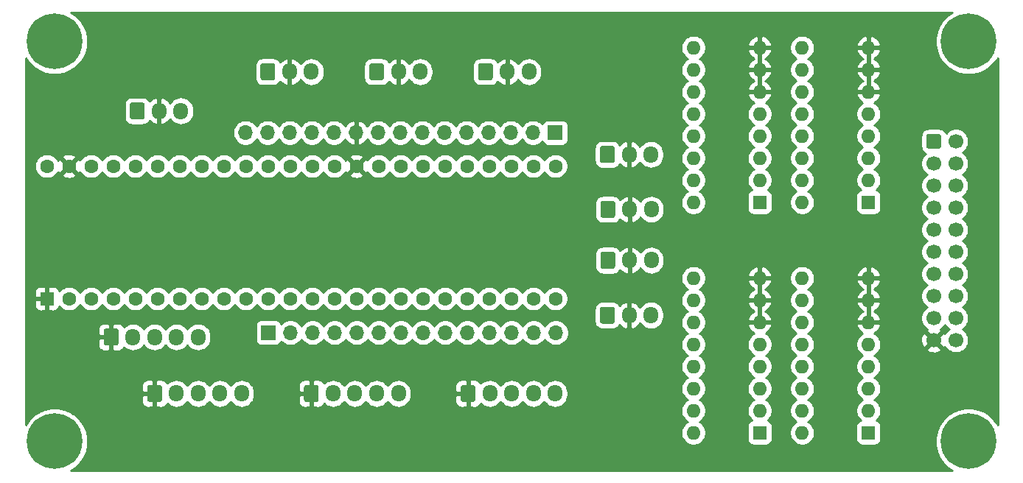
<source format=gbr>
%TF.GenerationSoftware,KiCad,Pcbnew,(5.1.7-0-10_14)*%
%TF.CreationDate,2020-11-02T21:12:23+01:00*%
%TF.ProjectId,controller_motion_pcb,636f6e74-726f-46c6-9c65-725f6d6f7469,rev?*%
%TF.SameCoordinates,Original*%
%TF.FileFunction,Copper,L2,Inr*%
%TF.FilePolarity,Positive*%
%FSLAX46Y46*%
G04 Gerber Fmt 4.6, Leading zero omitted, Abs format (unit mm)*
G04 Created by KiCad (PCBNEW (5.1.7-0-10_14)) date 2020-11-02 21:12:23*
%MOMM*%
%LPD*%
G01*
G04 APERTURE LIST*
%TA.AperFunction,ComponentPad*%
%ADD10C,1.600000*%
%TD*%
%TA.AperFunction,ComponentPad*%
%ADD11R,1.600000X1.600000*%
%TD*%
%TA.AperFunction,ComponentPad*%
%ADD12C,0.800000*%
%TD*%
%TA.AperFunction,ComponentPad*%
%ADD13C,6.400000*%
%TD*%
%TA.AperFunction,ComponentPad*%
%ADD14C,1.700000*%
%TD*%
%TA.AperFunction,ComponentPad*%
%ADD15O,1.700000X1.950000*%
%TD*%
%TA.AperFunction,ComponentPad*%
%ADD16R,1.700000X1.700000*%
%TD*%
%TA.AperFunction,ComponentPad*%
%ADD17O,1.700000X1.700000*%
%TD*%
%TA.AperFunction,ComponentPad*%
%ADD18O,1.600000X1.600000*%
%TD*%
%TA.AperFunction,Conductor*%
%ADD19C,0.254000*%
%TD*%
%TA.AperFunction,Conductor*%
%ADD20C,0.100000*%
%TD*%
G04 APERTURE END LIST*
D10*
%TO.N,Net-(CTR1-Pad17)*%
%TO.C,CTR1*%
X122255001Y-66585001D03*
%TO.N,Net-(CTR1-Pad18)*%
X124795001Y-66585001D03*
%TO.N,Net-(CTR1-Pad19)*%
X127335001Y-66585001D03*
%TO.N,Net-(CTR1-Pad20)*%
X129875001Y-66585001D03*
%TO.N,Net-(CTR1-Pad16)*%
X119715001Y-66585001D03*
%TO.N,+3V3*%
X117175001Y-66585001D03*
%TO.N,Net-(CTR1-Pad14)*%
X114635001Y-66585001D03*
%TO.N,Net-(CTR1-Pad21)*%
X132415001Y-66585001D03*
%TO.N,Net-(CTR1-Pad22)*%
X134955001Y-66585001D03*
%TO.N,Net-(CTR1-Pad23)*%
X137495001Y-66585001D03*
%TO.N,Net-(CTR1-Pad24)*%
X140035001Y-66585001D03*
%TO.N,Net-(CTR1-Pad25)*%
X140035001Y-51345001D03*
%TO.N,Net-(CTR1-Pad26)*%
X137495001Y-51345001D03*
%TO.N,Net-(CTR1-Pad27)*%
X134955001Y-51345001D03*
%TO.N,Net-(CTR1-Pad28)*%
X132415001Y-51345001D03*
%TO.N,Net-(CTR1-Pad29)*%
X129875001Y-51345001D03*
%TO.N,Net-(CTR1-Pad30)*%
X127335001Y-51345001D03*
%TO.N,Net-(CTR1-Pad31)*%
X124795001Y-51345001D03*
%TO.N,Net-(CTR1-Pad32)*%
X122255001Y-51345001D03*
%TO.N,Net-(CTR1-Pad33)*%
X119715001Y-51345001D03*
%TO.N,GND*%
X117175001Y-51345001D03*
%TO.N,Net-(CTR1-Pad13)*%
X112095001Y-66585001D03*
%TO.N,Net-(CTR1-Pad12)*%
X109555001Y-66585001D03*
%TO.N,Net-(CTR1-Pad11)*%
X107015001Y-66585001D03*
%TO.N,mux_btn_rEnc*%
X104475001Y-66585001D03*
%TO.N,rEnc3_CLK*%
X101935001Y-66585001D03*
%TO.N,rEnc3_DT*%
X99395001Y-66585001D03*
%TO.N,rEnc2_CLK*%
X96855001Y-66585001D03*
%TO.N,rEnc2_DT*%
X94315001Y-66585001D03*
%TO.N,rEnc1_CLK*%
X91775001Y-66585001D03*
%TO.N,rEnc1_DT*%
X89235001Y-66585001D03*
%TO.N,rEnc0_CLK*%
X86695001Y-66585001D03*
%TO.N,rEnc0_DT*%
X84155001Y-66585001D03*
D11*
%TO.N,GND*%
X81615001Y-66585001D03*
D10*
%TO.N,Net-(CTR1-Pad35)*%
X114635001Y-51345001D03*
%TO.N,Net-(CTR1-Pad36)*%
X112095001Y-51345001D03*
%TO.N,Net-(CTR1-Pad37)*%
X109555001Y-51345001D03*
%TO.N,Net-(CTR1-Pad38)*%
X107015001Y-51345001D03*
%TO.N,Net-(CTR1-Pad39)*%
X104475001Y-51345001D03*
%TO.N,mux_porty*%
X101935001Y-51345001D03*
%TO.N,mux_btnMx2*%
X99395001Y-51345001D03*
%TO.N,mux_btnMx1*%
X96855001Y-51345001D03*
%TO.N,s2*%
X94315001Y-51345001D03*
%TO.N,s1*%
X91775001Y-51345001D03*
%TO.N,s0*%
X89235001Y-51345001D03*
%TO.N,+3V3*%
X86695001Y-51345001D03*
%TO.N,GND*%
X84155001Y-51345001D03*
%TO.N,Net-(CTR1-Pad48)*%
X81615001Y-51345001D03*
%TD*%
D12*
%TO.N,N/C*%
%TO.C,REF\u002A\u002A*%
X84197056Y-81302944D03*
X82500000Y-80600000D03*
X80802944Y-81302944D03*
X80100000Y-83000000D03*
X80802944Y-84697056D03*
X82500000Y-85400000D03*
X84197056Y-84697056D03*
X84900000Y-83000000D03*
D13*
X82500000Y-83000000D03*
%TD*%
D12*
%TO.N,N/C*%
%TO.C,REF\u002A\u002A*%
X84197056Y-35302944D03*
X82500000Y-34600000D03*
X80802944Y-35302944D03*
X80100000Y-37000000D03*
X80802944Y-38697056D03*
X82500000Y-39400000D03*
X84197056Y-38697056D03*
X84900000Y-37000000D03*
D13*
X82500000Y-37000000D03*
%TD*%
D12*
%TO.N,N/C*%
%TO.C,REF\u002A\u002A*%
X189197056Y-81302944D03*
X187500000Y-80600000D03*
X185802944Y-81302944D03*
X185100000Y-83000000D03*
X185802944Y-84697056D03*
X187500000Y-85400000D03*
X189197056Y-84697056D03*
X189900000Y-83000000D03*
D13*
X187500000Y-83000000D03*
%TD*%
D12*
%TO.N,N/C*%
%TO.C,REF\u002A\u002A*%
X189197056Y-35302944D03*
X187500000Y-34600000D03*
X185802944Y-35302944D03*
X185100000Y-37000000D03*
X185802944Y-38697056D03*
X187500000Y-39400000D03*
X189197056Y-38697056D03*
X189900000Y-37000000D03*
D13*
X187500000Y-37000000D03*
%TD*%
%TO.N,Net-(BtnMx1-Pad1)*%
%TO.C,BtnMx1*%
%TA.AperFunction,ComponentPad*%
G36*
G01*
X182650000Y-49100000D02*
X182650000Y-47900000D01*
G75*
G02*
X182900000Y-47650000I250000J0D01*
G01*
X184100000Y-47650000D01*
G75*
G02*
X184350000Y-47900000I0J-250000D01*
G01*
X184350000Y-49100000D01*
G75*
G02*
X184100000Y-49350000I-250000J0D01*
G01*
X182900000Y-49350000D01*
G75*
G02*
X182650000Y-49100000I0J250000D01*
G01*
G37*
%TD.AperFunction*%
D14*
%TO.N,Net-(BtnMx1-Pad3)*%
X183500000Y-51040000D03*
%TO.N,Net-(BtnMx1-Pad5)*%
X183500000Y-53580000D03*
%TO.N,Net-(BtnMx1-Pad7)*%
X183500000Y-56120000D03*
%TO.N,Net-(BtnMx1-Pad9)*%
X183500000Y-58660000D03*
%TO.N,Net-(BtnMx1-Pad11)*%
X183500000Y-61200000D03*
%TO.N,Net-(BtnMx1-Pad13)*%
X183500000Y-63740000D03*
%TO.N,Net-(BtnMx1-Pad15)*%
X183500000Y-66280000D03*
%TO.N,Net-(BtnMx1-Pad17)*%
X183500000Y-68820000D03*
%TO.N,GND*%
X183500000Y-71360000D03*
%TO.N,Net-(BtnMx1-Pad2)*%
X186040000Y-48500000D03*
%TO.N,Net-(BtnMx1-Pad4)*%
X186040000Y-51040000D03*
%TO.N,Net-(BtnMx1-Pad6)*%
X186040000Y-53580000D03*
%TO.N,Net-(BtnMx1-Pad8)*%
X186040000Y-56120000D03*
%TO.N,Net-(BtnMx1-Pad10)*%
X186040000Y-58660000D03*
%TO.N,Net-(BtnMx1-Pad12)*%
X186040000Y-61200000D03*
%TO.N,Net-(BtnMx1-Pad14)*%
X186040000Y-63740000D03*
%TO.N,Net-(BtnMx1-Pad16)*%
X186040000Y-66280000D03*
%TO.N,Net-(BtnMx1-Pad18)*%
X186040000Y-68820000D03*
%TO.N,+3V3*%
X186040000Y-71360000D03*
%TD*%
%TO.N,GND*%
%TO.C,ENC0*%
%TA.AperFunction,ComponentPad*%
G36*
G01*
X88150000Y-71725000D02*
X88150000Y-70275000D01*
G75*
G02*
X88400000Y-70025000I250000J0D01*
G01*
X89600000Y-70025000D01*
G75*
G02*
X89850000Y-70275000I0J-250000D01*
G01*
X89850000Y-71725000D01*
G75*
G02*
X89600000Y-71975000I-250000J0D01*
G01*
X88400000Y-71975000D01*
G75*
G02*
X88150000Y-71725000I0J250000D01*
G01*
G37*
%TD.AperFunction*%
D15*
%TO.N,+3V3*%
X91500000Y-71000000D03*
%TO.N,Net-(ENC0-Pad3)*%
X94000000Y-71000000D03*
%TO.N,rEnc0_DT*%
X96500000Y-71000000D03*
%TO.N,rEnc0_CLK*%
X99000000Y-71000000D03*
%TD*%
%TO.N,rEnc1_CLK*%
%TO.C,ENC1*%
X104000000Y-77500000D03*
%TO.N,rEnc1_DT*%
X101500000Y-77500000D03*
%TO.N,Net-(ENC1-Pad3)*%
X99000000Y-77500000D03*
%TO.N,+3V3*%
X96500000Y-77500000D03*
%TO.N,GND*%
%TA.AperFunction,ComponentPad*%
G36*
G01*
X93150000Y-78225000D02*
X93150000Y-76775000D01*
G75*
G02*
X93400000Y-76525000I250000J0D01*
G01*
X94600000Y-76525000D01*
G75*
G02*
X94850000Y-76775000I0J-250000D01*
G01*
X94850000Y-78225000D01*
G75*
G02*
X94600000Y-78475000I-250000J0D01*
G01*
X93400000Y-78475000D01*
G75*
G02*
X93150000Y-78225000I0J250000D01*
G01*
G37*
%TD.AperFunction*%
%TD*%
%TO.N,GND*%
%TO.C,ENC2*%
%TA.AperFunction,ComponentPad*%
G36*
G01*
X111150000Y-78225000D02*
X111150000Y-76775000D01*
G75*
G02*
X111400000Y-76525000I250000J0D01*
G01*
X112600000Y-76525000D01*
G75*
G02*
X112850000Y-76775000I0J-250000D01*
G01*
X112850000Y-78225000D01*
G75*
G02*
X112600000Y-78475000I-250000J0D01*
G01*
X111400000Y-78475000D01*
G75*
G02*
X111150000Y-78225000I0J250000D01*
G01*
G37*
%TD.AperFunction*%
%TO.N,+3V3*%
X114500000Y-77500000D03*
%TO.N,Net-(ENC2-Pad3)*%
X117000000Y-77500000D03*
%TO.N,rEnc2_DT*%
X119500000Y-77500000D03*
%TO.N,rEnc2_CLK*%
X122000000Y-77500000D03*
%TD*%
%TO.N,rEnc3_CLK*%
%TO.C,ENC3*%
X140000000Y-77500000D03*
%TO.N,rEnc3_DT*%
X137500000Y-77500000D03*
%TO.N,Net-(ENC3-Pad3)*%
X135000000Y-77500000D03*
%TO.N,+3V3*%
X132500000Y-77500000D03*
%TO.N,GND*%
%TA.AperFunction,ComponentPad*%
G36*
G01*
X129150000Y-78225000D02*
X129150000Y-76775000D01*
G75*
G02*
X129400000Y-76525000I250000J0D01*
G01*
X130600000Y-76525000D01*
G75*
G02*
X130850000Y-76775000I0J-250000D01*
G01*
X130850000Y-78225000D01*
G75*
G02*
X130600000Y-78475000I-250000J0D01*
G01*
X129400000Y-78475000D01*
G75*
G02*
X129150000Y-78225000I0J250000D01*
G01*
G37*
%TD.AperFunction*%
%TD*%
D16*
%TO.N,Net-(CTR1-Pad11)*%
%TO.C,J1*%
X107060000Y-70500000D03*
D17*
%TO.N,Net-(CTR1-Pad12)*%
X109600000Y-70500000D03*
%TO.N,Net-(CTR1-Pad13)*%
X112140000Y-70500000D03*
%TO.N,Net-(CTR1-Pad14)*%
X114680000Y-70500000D03*
%TO.N,+3V3*%
X117220000Y-70500000D03*
%TO.N,Net-(CTR1-Pad16)*%
X119760000Y-70500000D03*
%TO.N,Net-(CTR1-Pad17)*%
X122300000Y-70500000D03*
%TO.N,Net-(CTR1-Pad18)*%
X124840000Y-70500000D03*
%TO.N,Net-(CTR1-Pad19)*%
X127380000Y-70500000D03*
%TO.N,Net-(CTR1-Pad20)*%
X129920000Y-70500000D03*
%TO.N,Net-(CTR1-Pad21)*%
X132460000Y-70500000D03*
%TO.N,Net-(CTR1-Pad22)*%
X135000000Y-70500000D03*
%TO.N,Net-(CTR1-Pad23)*%
X137540000Y-70500000D03*
%TO.N,Net-(CTR1-Pad24)*%
X140080000Y-70500000D03*
%TD*%
D16*
%TO.N,Net-(CTR1-Pad25)*%
%TO.C,J3*%
X140000000Y-47500000D03*
D17*
%TO.N,Net-(CTR1-Pad26)*%
X137460000Y-47500000D03*
%TO.N,Net-(CTR1-Pad27)*%
X134920000Y-47500000D03*
%TO.N,Net-(CTR1-Pad28)*%
X132380000Y-47500000D03*
%TO.N,Net-(CTR1-Pad29)*%
X129840000Y-47500000D03*
%TO.N,Net-(CTR1-Pad30)*%
X127300000Y-47500000D03*
%TO.N,Net-(CTR1-Pad31)*%
X124760000Y-47500000D03*
%TO.N,Net-(CTR1-Pad32)*%
X122220000Y-47500000D03*
%TO.N,Net-(CTR1-Pad33)*%
X119680000Y-47500000D03*
%TO.N,GND*%
X117140000Y-47500000D03*
%TO.N,Net-(CTR1-Pad35)*%
X114600000Y-47500000D03*
%TO.N,Net-(CTR1-Pad36)*%
X112060000Y-47500000D03*
%TO.N,Net-(CTR1-Pad37)*%
X109520000Y-47500000D03*
%TO.N,Net-(CTR1-Pad38)*%
X106980000Y-47500000D03*
%TO.N,Net-(CTR1-Pad39)*%
X104440000Y-47500000D03*
%TD*%
D11*
%TO.N,Net-(BtnMx1-Pad5)*%
%TO.C,mux1*%
X176000000Y-55500000D03*
D18*
%TO.N,s2*%
X168380000Y-37720000D03*
%TO.N,Net-(BtnMx1-Pad7)*%
X176000000Y-52960000D03*
%TO.N,s1*%
X168380000Y-40260000D03*
%TO.N,mux_btnMx1*%
X176000000Y-50420000D03*
%TO.N,s0*%
X168380000Y-42800000D03*
%TO.N,Net-(BtnMx1-Pad8)*%
X176000000Y-47880000D03*
%TO.N,Net-(BtnMx1-Pad4)*%
X168380000Y-45340000D03*
%TO.N,Net-(BtnMx1-Pad6)*%
X176000000Y-45340000D03*
%TO.N,Net-(BtnMx1-Pad1)*%
X168380000Y-47880000D03*
%TO.N,GND*%
X176000000Y-42800000D03*
%TO.N,Net-(BtnMx1-Pad2)*%
X168380000Y-50420000D03*
%TO.N,GND*%
X176000000Y-40260000D03*
%TO.N,Net-(BtnMx1-Pad3)*%
X168380000Y-52960000D03*
%TO.N,GND*%
X176000000Y-37720000D03*
%TO.N,+3V3*%
X168380000Y-55500000D03*
%TD*%
%TO.N,+3V3*%
%TO.C,mux2*%
X168380000Y-82000000D03*
%TO.N,GND*%
X176000000Y-64220000D03*
%TO.N,Net-(BtnMx1-Pad11)*%
X168380000Y-79460000D03*
%TO.N,GND*%
X176000000Y-66760000D03*
%TO.N,Net-(BtnMx1-Pad10)*%
X168380000Y-76920000D03*
%TO.N,GND*%
X176000000Y-69300000D03*
%TO.N,Net-(BtnMx1-Pad9)*%
X168380000Y-74380000D03*
%TO.N,Net-(BtnMx1-Pad14)*%
X176000000Y-71840000D03*
%TO.N,Net-(BtnMx1-Pad12)*%
X168380000Y-71840000D03*
%TO.N,Net-(BtnMx1-Pad16)*%
X176000000Y-74380000D03*
%TO.N,s0*%
X168380000Y-69300000D03*
%TO.N,mux_btnMx2*%
X176000000Y-76920000D03*
%TO.N,s1*%
X168380000Y-66760000D03*
%TO.N,Net-(BtnMx1-Pad15)*%
X176000000Y-79460000D03*
%TO.N,s2*%
X168380000Y-64220000D03*
D11*
%TO.N,Net-(BtnMx1-Pad13)*%
X176000000Y-82000000D03*
%TD*%
%TO.N,Net-(P4-Pad1)*%
%TO.C,mux3*%
X163500000Y-55500000D03*
D18*
%TO.N,s2*%
X155880000Y-37720000D03*
%TO.N,Net-(P6-Pad1)*%
X163500000Y-52960000D03*
%TO.N,s1*%
X155880000Y-40260000D03*
%TO.N,mux_porty*%
X163500000Y-50420000D03*
%TO.N,s0*%
X155880000Y-42800000D03*
%TO.N,Net-(P7-Pad1)*%
X163500000Y-47880000D03*
%TO.N,Net-(P3-Pad1)*%
X155880000Y-45340000D03*
%TO.N,Net-(P5-Pad1)*%
X163500000Y-45340000D03*
%TO.N,Net-(P0-Pad1)*%
X155880000Y-47880000D03*
%TO.N,GND*%
X163500000Y-42800000D03*
%TO.N,Net-(P1-Pad1)*%
X155880000Y-50420000D03*
%TO.N,GND*%
X163500000Y-40260000D03*
%TO.N,Net-(P2-Pad1)*%
X155880000Y-52960000D03*
%TO.N,GND*%
X163500000Y-37720000D03*
%TO.N,+3V3*%
X155880000Y-55500000D03*
%TD*%
%TO.N,+3V3*%
%TO.C,mux4*%
X155880000Y-82000000D03*
%TO.N,GND*%
X163500000Y-64220000D03*
%TO.N,Net-(ENC2-Pad3)*%
X155880000Y-79460000D03*
%TO.N,GND*%
X163500000Y-66760000D03*
%TO.N,Net-(ENC1-Pad3)*%
X155880000Y-76920000D03*
%TO.N,GND*%
X163500000Y-69300000D03*
%TO.N,Net-(ENC0-Pad3)*%
X155880000Y-74380000D03*
%TO.N,Net-(mux4-Pad5)*%
X163500000Y-71840000D03*
%TO.N,Net-(ENC3-Pad3)*%
X155880000Y-71840000D03*
%TO.N,Net-(mux4-Pad4)*%
X163500000Y-74380000D03*
%TO.N,s0*%
X155880000Y-69300000D03*
%TO.N,mux_btn_rEnc*%
X163500000Y-76920000D03*
%TO.N,s1*%
X155880000Y-66760000D03*
%TO.N,Net-(mux4-Pad2)*%
X163500000Y-79460000D03*
%TO.N,s2*%
X155880000Y-64220000D03*
D11*
%TO.N,Net-(mux4-Pad1)*%
X163500000Y-82000000D03*
%TD*%
%TO.N,Net-(P0-Pad1)*%
%TO.C,P0*%
%TA.AperFunction,ComponentPad*%
G36*
G01*
X91150000Y-45725000D02*
X91150000Y-44275000D01*
G75*
G02*
X91400000Y-44025000I250000J0D01*
G01*
X92600000Y-44025000D01*
G75*
G02*
X92850000Y-44275000I0J-250000D01*
G01*
X92850000Y-45725000D01*
G75*
G02*
X92600000Y-45975000I-250000J0D01*
G01*
X91400000Y-45975000D01*
G75*
G02*
X91150000Y-45725000I0J250000D01*
G01*
G37*
%TD.AperFunction*%
D15*
%TO.N,GND*%
X94500000Y-45000000D03*
%TO.N,+3V3*%
X97000000Y-45000000D03*
%TD*%
%TO.N,+3V3*%
%TO.C,P1*%
X112000000Y-40500000D03*
%TO.N,GND*%
X109500000Y-40500000D03*
%TO.N,Net-(P1-Pad1)*%
%TA.AperFunction,ComponentPad*%
G36*
G01*
X106150000Y-41225000D02*
X106150000Y-39775000D01*
G75*
G02*
X106400000Y-39525000I250000J0D01*
G01*
X107600000Y-39525000D01*
G75*
G02*
X107850000Y-39775000I0J-250000D01*
G01*
X107850000Y-41225000D01*
G75*
G02*
X107600000Y-41475000I-250000J0D01*
G01*
X106400000Y-41475000D01*
G75*
G02*
X106150000Y-41225000I0J250000D01*
G01*
G37*
%TD.AperFunction*%
%TD*%
%TO.N,Net-(P2-Pad1)*%
%TO.C,P2*%
%TA.AperFunction,ComponentPad*%
G36*
G01*
X118650000Y-41225000D02*
X118650000Y-39775000D01*
G75*
G02*
X118900000Y-39525000I250000J0D01*
G01*
X120100000Y-39525000D01*
G75*
G02*
X120350000Y-39775000I0J-250000D01*
G01*
X120350000Y-41225000D01*
G75*
G02*
X120100000Y-41475000I-250000J0D01*
G01*
X118900000Y-41475000D01*
G75*
G02*
X118650000Y-41225000I0J250000D01*
G01*
G37*
%TD.AperFunction*%
%TO.N,GND*%
X122000000Y-40500000D03*
%TO.N,+3V3*%
X124500000Y-40500000D03*
%TD*%
%TO.N,+3V3*%
%TO.C,P3*%
X137000000Y-40500000D03*
%TO.N,GND*%
X134500000Y-40500000D03*
%TO.N,Net-(P3-Pad1)*%
%TA.AperFunction,ComponentPad*%
G36*
G01*
X131150000Y-41225000D02*
X131150000Y-39775000D01*
G75*
G02*
X131400000Y-39525000I250000J0D01*
G01*
X132600000Y-39525000D01*
G75*
G02*
X132850000Y-39775000I0J-250000D01*
G01*
X132850000Y-41225000D01*
G75*
G02*
X132600000Y-41475000I-250000J0D01*
G01*
X131400000Y-41475000D01*
G75*
G02*
X131150000Y-41225000I0J250000D01*
G01*
G37*
%TD.AperFunction*%
%TD*%
%TO.N,Net-(P4-Pad1)*%
%TO.C,P4*%
%TA.AperFunction,ComponentPad*%
G36*
G01*
X145150000Y-50725000D02*
X145150000Y-49275000D01*
G75*
G02*
X145400000Y-49025000I250000J0D01*
G01*
X146600000Y-49025000D01*
G75*
G02*
X146850000Y-49275000I0J-250000D01*
G01*
X146850000Y-50725000D01*
G75*
G02*
X146600000Y-50975000I-250000J0D01*
G01*
X145400000Y-50975000D01*
G75*
G02*
X145150000Y-50725000I0J250000D01*
G01*
G37*
%TD.AperFunction*%
%TO.N,GND*%
X148500000Y-50000000D03*
%TO.N,+3V3*%
X151000000Y-50000000D03*
%TD*%
%TO.N,+3V3*%
%TO.C,P5*%
X151055001Y-56325001D03*
%TO.N,GND*%
X148555001Y-56325001D03*
%TO.N,Net-(P5-Pad1)*%
%TA.AperFunction,ComponentPad*%
G36*
G01*
X145205001Y-57050001D02*
X145205001Y-55600001D01*
G75*
G02*
X145455001Y-55350001I250000J0D01*
G01*
X146655001Y-55350001D01*
G75*
G02*
X146905001Y-55600001I0J-250000D01*
G01*
X146905001Y-57050001D01*
G75*
G02*
X146655001Y-57300001I-250000J0D01*
G01*
X145455001Y-57300001D01*
G75*
G02*
X145205001Y-57050001I0J250000D01*
G01*
G37*
%TD.AperFunction*%
%TD*%
%TO.N,Net-(P6-Pad1)*%
%TO.C,P6*%
%TA.AperFunction,ComponentPad*%
G36*
G01*
X145205001Y-62900001D02*
X145205001Y-61450001D01*
G75*
G02*
X145455001Y-61200001I250000J0D01*
G01*
X146655001Y-61200001D01*
G75*
G02*
X146905001Y-61450001I0J-250000D01*
G01*
X146905001Y-62900001D01*
G75*
G02*
X146655001Y-63150001I-250000J0D01*
G01*
X145455001Y-63150001D01*
G75*
G02*
X145205001Y-62900001I0J250000D01*
G01*
G37*
%TD.AperFunction*%
%TO.N,GND*%
X148555001Y-62175001D03*
%TO.N,+3V3*%
X151055001Y-62175001D03*
%TD*%
%TO.N,+3V3*%
%TO.C,P7*%
X151000000Y-68500000D03*
%TO.N,GND*%
X148500000Y-68500000D03*
%TO.N,Net-(P7-Pad1)*%
%TA.AperFunction,ComponentPad*%
G36*
G01*
X145150000Y-69225000D02*
X145150000Y-67775000D01*
G75*
G02*
X145400000Y-67525000I250000J0D01*
G01*
X146600000Y-67525000D01*
G75*
G02*
X146850000Y-67775000I0J-250000D01*
G01*
X146850000Y-69225000D01*
G75*
G02*
X146600000Y-69475000I-250000J0D01*
G01*
X145400000Y-69475000D01*
G75*
G02*
X145150000Y-69225000I0J250000D01*
G01*
G37*
%TD.AperFunction*%
%TD*%
D19*
%TO.N,GND*%
X185055330Y-34021161D02*
X184521161Y-34555330D01*
X184101467Y-35183446D01*
X183812377Y-35881372D01*
X183665000Y-36622285D01*
X183665000Y-37377715D01*
X183812377Y-38118628D01*
X184101467Y-38816554D01*
X184521161Y-39444670D01*
X185055330Y-39978839D01*
X185683446Y-40398533D01*
X186381372Y-40687623D01*
X187122285Y-40835000D01*
X187877715Y-40835000D01*
X188618628Y-40687623D01*
X189316554Y-40398533D01*
X189944670Y-39978839D01*
X190478839Y-39444670D01*
X190840000Y-38904155D01*
X190840001Y-81095847D01*
X190478839Y-80555330D01*
X189944670Y-80021161D01*
X189316554Y-79601467D01*
X188618628Y-79312377D01*
X187877715Y-79165000D01*
X187122285Y-79165000D01*
X186381372Y-79312377D01*
X185683446Y-79601467D01*
X185055330Y-80021161D01*
X184521161Y-80555330D01*
X184101467Y-81183446D01*
X183812377Y-81881372D01*
X183665000Y-82622285D01*
X183665000Y-83377715D01*
X183812377Y-84118628D01*
X184101467Y-84816554D01*
X184521161Y-85444670D01*
X185055330Y-85978839D01*
X185595845Y-86340000D01*
X84404155Y-86340000D01*
X84944670Y-85978839D01*
X85478839Y-85444670D01*
X85898533Y-84816554D01*
X86187623Y-84118628D01*
X86335000Y-83377715D01*
X86335000Y-82622285D01*
X86187623Y-81881372D01*
X85898533Y-81183446D01*
X85478839Y-80555330D01*
X84944670Y-80021161D01*
X84316554Y-79601467D01*
X83618628Y-79312377D01*
X82877715Y-79165000D01*
X82122285Y-79165000D01*
X81381372Y-79312377D01*
X80683446Y-79601467D01*
X80055330Y-80021161D01*
X79521161Y-80555330D01*
X79160000Y-81095845D01*
X79160000Y-78475000D01*
X92511928Y-78475000D01*
X92524188Y-78599482D01*
X92560498Y-78719180D01*
X92619463Y-78829494D01*
X92698815Y-78926185D01*
X92795506Y-79005537D01*
X92905820Y-79064502D01*
X93025518Y-79100812D01*
X93150000Y-79113072D01*
X93714250Y-79110000D01*
X93873000Y-78951250D01*
X93873000Y-77627000D01*
X92673750Y-77627000D01*
X92515000Y-77785750D01*
X92511928Y-78475000D01*
X79160000Y-78475000D01*
X79160000Y-76525000D01*
X92511928Y-76525000D01*
X92515000Y-77214250D01*
X92673750Y-77373000D01*
X93873000Y-77373000D01*
X93873000Y-76048750D01*
X94127000Y-76048750D01*
X94127000Y-77373000D01*
X94147000Y-77373000D01*
X94147000Y-77627000D01*
X94127000Y-77627000D01*
X94127000Y-78951250D01*
X94285750Y-79110000D01*
X94850000Y-79113072D01*
X94974482Y-79100812D01*
X95094180Y-79064502D01*
X95204494Y-79005537D01*
X95301185Y-78926185D01*
X95380537Y-78829494D01*
X95439502Y-78719180D01*
X95450055Y-78684392D01*
X95670987Y-78865706D01*
X95928967Y-79003599D01*
X96208890Y-79088513D01*
X96500000Y-79117185D01*
X96791111Y-79088513D01*
X97071034Y-79003599D01*
X97329014Y-78865706D01*
X97555134Y-78680134D01*
X97740706Y-78454014D01*
X97750000Y-78436626D01*
X97759294Y-78454014D01*
X97944866Y-78680134D01*
X98170987Y-78865706D01*
X98428967Y-79003599D01*
X98708890Y-79088513D01*
X99000000Y-79117185D01*
X99291111Y-79088513D01*
X99571034Y-79003599D01*
X99829014Y-78865706D01*
X100055134Y-78680134D01*
X100240706Y-78454014D01*
X100250000Y-78436626D01*
X100259294Y-78454014D01*
X100444866Y-78680134D01*
X100670987Y-78865706D01*
X100928967Y-79003599D01*
X101208890Y-79088513D01*
X101500000Y-79117185D01*
X101791111Y-79088513D01*
X102071034Y-79003599D01*
X102329014Y-78865706D01*
X102555134Y-78680134D01*
X102740706Y-78454014D01*
X102750000Y-78436626D01*
X102759294Y-78454014D01*
X102944866Y-78680134D01*
X103170987Y-78865706D01*
X103428967Y-79003599D01*
X103708890Y-79088513D01*
X104000000Y-79117185D01*
X104291111Y-79088513D01*
X104571034Y-79003599D01*
X104829014Y-78865706D01*
X105055134Y-78680134D01*
X105223483Y-78475000D01*
X110511928Y-78475000D01*
X110524188Y-78599482D01*
X110560498Y-78719180D01*
X110619463Y-78829494D01*
X110698815Y-78926185D01*
X110795506Y-79005537D01*
X110905820Y-79064502D01*
X111025518Y-79100812D01*
X111150000Y-79113072D01*
X111714250Y-79110000D01*
X111873000Y-78951250D01*
X111873000Y-77627000D01*
X110673750Y-77627000D01*
X110515000Y-77785750D01*
X110511928Y-78475000D01*
X105223483Y-78475000D01*
X105240706Y-78454014D01*
X105378599Y-78196033D01*
X105463513Y-77916110D01*
X105485000Y-77697949D01*
X105485000Y-77302050D01*
X105463513Y-77083889D01*
X105378599Y-76803966D01*
X105240706Y-76545986D01*
X105223484Y-76525000D01*
X110511928Y-76525000D01*
X110515000Y-77214250D01*
X110673750Y-77373000D01*
X111873000Y-77373000D01*
X111873000Y-76048750D01*
X112127000Y-76048750D01*
X112127000Y-77373000D01*
X112147000Y-77373000D01*
X112147000Y-77627000D01*
X112127000Y-77627000D01*
X112127000Y-78951250D01*
X112285750Y-79110000D01*
X112850000Y-79113072D01*
X112974482Y-79100812D01*
X113094180Y-79064502D01*
X113204494Y-79005537D01*
X113301185Y-78926185D01*
X113380537Y-78829494D01*
X113439502Y-78719180D01*
X113450055Y-78684392D01*
X113670987Y-78865706D01*
X113928967Y-79003599D01*
X114208890Y-79088513D01*
X114500000Y-79117185D01*
X114791111Y-79088513D01*
X115071034Y-79003599D01*
X115329014Y-78865706D01*
X115555134Y-78680134D01*
X115740706Y-78454014D01*
X115750000Y-78436626D01*
X115759294Y-78454014D01*
X115944866Y-78680134D01*
X116170987Y-78865706D01*
X116428967Y-79003599D01*
X116708890Y-79088513D01*
X117000000Y-79117185D01*
X117291111Y-79088513D01*
X117571034Y-79003599D01*
X117829014Y-78865706D01*
X118055134Y-78680134D01*
X118240706Y-78454014D01*
X118250000Y-78436626D01*
X118259294Y-78454014D01*
X118444866Y-78680134D01*
X118670987Y-78865706D01*
X118928967Y-79003599D01*
X119208890Y-79088513D01*
X119500000Y-79117185D01*
X119791111Y-79088513D01*
X120071034Y-79003599D01*
X120329014Y-78865706D01*
X120555134Y-78680134D01*
X120740706Y-78454014D01*
X120750000Y-78436626D01*
X120759294Y-78454014D01*
X120944866Y-78680134D01*
X121170987Y-78865706D01*
X121428967Y-79003599D01*
X121708890Y-79088513D01*
X122000000Y-79117185D01*
X122291111Y-79088513D01*
X122571034Y-79003599D01*
X122829014Y-78865706D01*
X123055134Y-78680134D01*
X123223483Y-78475000D01*
X128511928Y-78475000D01*
X128524188Y-78599482D01*
X128560498Y-78719180D01*
X128619463Y-78829494D01*
X128698815Y-78926185D01*
X128795506Y-79005537D01*
X128905820Y-79064502D01*
X129025518Y-79100812D01*
X129150000Y-79113072D01*
X129714250Y-79110000D01*
X129873000Y-78951250D01*
X129873000Y-77627000D01*
X128673750Y-77627000D01*
X128515000Y-77785750D01*
X128511928Y-78475000D01*
X123223483Y-78475000D01*
X123240706Y-78454014D01*
X123378599Y-78196033D01*
X123463513Y-77916110D01*
X123485000Y-77697949D01*
X123485000Y-77302050D01*
X123463513Y-77083889D01*
X123378599Y-76803966D01*
X123240706Y-76545986D01*
X123223484Y-76525000D01*
X128511928Y-76525000D01*
X128515000Y-77214250D01*
X128673750Y-77373000D01*
X129873000Y-77373000D01*
X129873000Y-76048750D01*
X130127000Y-76048750D01*
X130127000Y-77373000D01*
X130147000Y-77373000D01*
X130147000Y-77627000D01*
X130127000Y-77627000D01*
X130127000Y-78951250D01*
X130285750Y-79110000D01*
X130850000Y-79113072D01*
X130974482Y-79100812D01*
X131094180Y-79064502D01*
X131204494Y-79005537D01*
X131301185Y-78926185D01*
X131380537Y-78829494D01*
X131439502Y-78719180D01*
X131450055Y-78684392D01*
X131670987Y-78865706D01*
X131928967Y-79003599D01*
X132208890Y-79088513D01*
X132500000Y-79117185D01*
X132791111Y-79088513D01*
X133071034Y-79003599D01*
X133329014Y-78865706D01*
X133555134Y-78680134D01*
X133740706Y-78454014D01*
X133750000Y-78436626D01*
X133759294Y-78454014D01*
X133944866Y-78680134D01*
X134170987Y-78865706D01*
X134428967Y-79003599D01*
X134708890Y-79088513D01*
X135000000Y-79117185D01*
X135291111Y-79088513D01*
X135571034Y-79003599D01*
X135829014Y-78865706D01*
X136055134Y-78680134D01*
X136240706Y-78454014D01*
X136250000Y-78436626D01*
X136259294Y-78454014D01*
X136444866Y-78680134D01*
X136670987Y-78865706D01*
X136928967Y-79003599D01*
X137208890Y-79088513D01*
X137500000Y-79117185D01*
X137791111Y-79088513D01*
X138071034Y-79003599D01*
X138329014Y-78865706D01*
X138555134Y-78680134D01*
X138740706Y-78454014D01*
X138750000Y-78436626D01*
X138759294Y-78454014D01*
X138944866Y-78680134D01*
X139170987Y-78865706D01*
X139428967Y-79003599D01*
X139708890Y-79088513D01*
X140000000Y-79117185D01*
X140291111Y-79088513D01*
X140571034Y-79003599D01*
X140829014Y-78865706D01*
X141055134Y-78680134D01*
X141240706Y-78454014D01*
X141378599Y-78196033D01*
X141463513Y-77916110D01*
X141485000Y-77697949D01*
X141485000Y-77302050D01*
X141463513Y-77083889D01*
X141378599Y-76803966D01*
X141240706Y-76545986D01*
X141055134Y-76319866D01*
X140829013Y-76134294D01*
X140571033Y-75996401D01*
X140291110Y-75911487D01*
X140000000Y-75882815D01*
X139708889Y-75911487D01*
X139428966Y-75996401D01*
X139170986Y-76134294D01*
X138944866Y-76319866D01*
X138759294Y-76545987D01*
X138750000Y-76563374D01*
X138740706Y-76545986D01*
X138555134Y-76319866D01*
X138329013Y-76134294D01*
X138071033Y-75996401D01*
X137791110Y-75911487D01*
X137500000Y-75882815D01*
X137208889Y-75911487D01*
X136928966Y-75996401D01*
X136670986Y-76134294D01*
X136444866Y-76319866D01*
X136259294Y-76545987D01*
X136250000Y-76563374D01*
X136240706Y-76545986D01*
X136055134Y-76319866D01*
X135829013Y-76134294D01*
X135571033Y-75996401D01*
X135291110Y-75911487D01*
X135000000Y-75882815D01*
X134708889Y-75911487D01*
X134428966Y-75996401D01*
X134170986Y-76134294D01*
X133944866Y-76319866D01*
X133759294Y-76545987D01*
X133750000Y-76563374D01*
X133740706Y-76545986D01*
X133555134Y-76319866D01*
X133329013Y-76134294D01*
X133071033Y-75996401D01*
X132791110Y-75911487D01*
X132500000Y-75882815D01*
X132208889Y-75911487D01*
X131928966Y-75996401D01*
X131670986Y-76134294D01*
X131450055Y-76315608D01*
X131439502Y-76280820D01*
X131380537Y-76170506D01*
X131301185Y-76073815D01*
X131204494Y-75994463D01*
X131094180Y-75935498D01*
X130974482Y-75899188D01*
X130850000Y-75886928D01*
X130285750Y-75890000D01*
X130127000Y-76048750D01*
X129873000Y-76048750D01*
X129714250Y-75890000D01*
X129150000Y-75886928D01*
X129025518Y-75899188D01*
X128905820Y-75935498D01*
X128795506Y-75994463D01*
X128698815Y-76073815D01*
X128619463Y-76170506D01*
X128560498Y-76280820D01*
X128524188Y-76400518D01*
X128511928Y-76525000D01*
X123223484Y-76525000D01*
X123055134Y-76319866D01*
X122829013Y-76134294D01*
X122571033Y-75996401D01*
X122291110Y-75911487D01*
X122000000Y-75882815D01*
X121708889Y-75911487D01*
X121428966Y-75996401D01*
X121170986Y-76134294D01*
X120944866Y-76319866D01*
X120759294Y-76545987D01*
X120750000Y-76563374D01*
X120740706Y-76545986D01*
X120555134Y-76319866D01*
X120329013Y-76134294D01*
X120071033Y-75996401D01*
X119791110Y-75911487D01*
X119500000Y-75882815D01*
X119208889Y-75911487D01*
X118928966Y-75996401D01*
X118670986Y-76134294D01*
X118444866Y-76319866D01*
X118259294Y-76545987D01*
X118250000Y-76563374D01*
X118240706Y-76545986D01*
X118055134Y-76319866D01*
X117829013Y-76134294D01*
X117571033Y-75996401D01*
X117291110Y-75911487D01*
X117000000Y-75882815D01*
X116708889Y-75911487D01*
X116428966Y-75996401D01*
X116170986Y-76134294D01*
X115944866Y-76319866D01*
X115759294Y-76545987D01*
X115750000Y-76563374D01*
X115740706Y-76545986D01*
X115555134Y-76319866D01*
X115329013Y-76134294D01*
X115071033Y-75996401D01*
X114791110Y-75911487D01*
X114500000Y-75882815D01*
X114208889Y-75911487D01*
X113928966Y-75996401D01*
X113670986Y-76134294D01*
X113450055Y-76315608D01*
X113439502Y-76280820D01*
X113380537Y-76170506D01*
X113301185Y-76073815D01*
X113204494Y-75994463D01*
X113094180Y-75935498D01*
X112974482Y-75899188D01*
X112850000Y-75886928D01*
X112285750Y-75890000D01*
X112127000Y-76048750D01*
X111873000Y-76048750D01*
X111714250Y-75890000D01*
X111150000Y-75886928D01*
X111025518Y-75899188D01*
X110905820Y-75935498D01*
X110795506Y-75994463D01*
X110698815Y-76073815D01*
X110619463Y-76170506D01*
X110560498Y-76280820D01*
X110524188Y-76400518D01*
X110511928Y-76525000D01*
X105223484Y-76525000D01*
X105055134Y-76319866D01*
X104829013Y-76134294D01*
X104571033Y-75996401D01*
X104291110Y-75911487D01*
X104000000Y-75882815D01*
X103708889Y-75911487D01*
X103428966Y-75996401D01*
X103170986Y-76134294D01*
X102944866Y-76319866D01*
X102759294Y-76545987D01*
X102750000Y-76563374D01*
X102740706Y-76545986D01*
X102555134Y-76319866D01*
X102329013Y-76134294D01*
X102071033Y-75996401D01*
X101791110Y-75911487D01*
X101500000Y-75882815D01*
X101208889Y-75911487D01*
X100928966Y-75996401D01*
X100670986Y-76134294D01*
X100444866Y-76319866D01*
X100259294Y-76545987D01*
X100250000Y-76563374D01*
X100240706Y-76545986D01*
X100055134Y-76319866D01*
X99829013Y-76134294D01*
X99571033Y-75996401D01*
X99291110Y-75911487D01*
X99000000Y-75882815D01*
X98708889Y-75911487D01*
X98428966Y-75996401D01*
X98170986Y-76134294D01*
X97944866Y-76319866D01*
X97759294Y-76545987D01*
X97750000Y-76563374D01*
X97740706Y-76545986D01*
X97555134Y-76319866D01*
X97329013Y-76134294D01*
X97071033Y-75996401D01*
X96791110Y-75911487D01*
X96500000Y-75882815D01*
X96208889Y-75911487D01*
X95928966Y-75996401D01*
X95670986Y-76134294D01*
X95450055Y-76315608D01*
X95439502Y-76280820D01*
X95380537Y-76170506D01*
X95301185Y-76073815D01*
X95204494Y-75994463D01*
X95094180Y-75935498D01*
X94974482Y-75899188D01*
X94850000Y-75886928D01*
X94285750Y-75890000D01*
X94127000Y-76048750D01*
X93873000Y-76048750D01*
X93714250Y-75890000D01*
X93150000Y-75886928D01*
X93025518Y-75899188D01*
X92905820Y-75935498D01*
X92795506Y-75994463D01*
X92698815Y-76073815D01*
X92619463Y-76170506D01*
X92560498Y-76280820D01*
X92524188Y-76400518D01*
X92511928Y-76525000D01*
X79160000Y-76525000D01*
X79160000Y-71975000D01*
X87511928Y-71975000D01*
X87524188Y-72099482D01*
X87560498Y-72219180D01*
X87619463Y-72329494D01*
X87698815Y-72426185D01*
X87795506Y-72505537D01*
X87905820Y-72564502D01*
X88025518Y-72600812D01*
X88150000Y-72613072D01*
X88714250Y-72610000D01*
X88873000Y-72451250D01*
X88873000Y-71127000D01*
X87673750Y-71127000D01*
X87515000Y-71285750D01*
X87511928Y-71975000D01*
X79160000Y-71975000D01*
X79160000Y-70025000D01*
X87511928Y-70025000D01*
X87515000Y-70714250D01*
X87673750Y-70873000D01*
X88873000Y-70873000D01*
X88873000Y-69548750D01*
X89127000Y-69548750D01*
X89127000Y-70873000D01*
X89147000Y-70873000D01*
X89147000Y-71127000D01*
X89127000Y-71127000D01*
X89127000Y-72451250D01*
X89285750Y-72610000D01*
X89850000Y-72613072D01*
X89974482Y-72600812D01*
X90094180Y-72564502D01*
X90204494Y-72505537D01*
X90301185Y-72426185D01*
X90380537Y-72329494D01*
X90439502Y-72219180D01*
X90450055Y-72184392D01*
X90670987Y-72365706D01*
X90928967Y-72503599D01*
X91208890Y-72588513D01*
X91500000Y-72617185D01*
X91791111Y-72588513D01*
X92071034Y-72503599D01*
X92329014Y-72365706D01*
X92555134Y-72180134D01*
X92740706Y-71954014D01*
X92750000Y-71936626D01*
X92759294Y-71954014D01*
X92944866Y-72180134D01*
X93170987Y-72365706D01*
X93428967Y-72503599D01*
X93708890Y-72588513D01*
X94000000Y-72617185D01*
X94291111Y-72588513D01*
X94571034Y-72503599D01*
X94829014Y-72365706D01*
X95055134Y-72180134D01*
X95240706Y-71954014D01*
X95250000Y-71936626D01*
X95259294Y-71954014D01*
X95444866Y-72180134D01*
X95670987Y-72365706D01*
X95928967Y-72503599D01*
X96208890Y-72588513D01*
X96500000Y-72617185D01*
X96791111Y-72588513D01*
X97071034Y-72503599D01*
X97329014Y-72365706D01*
X97555134Y-72180134D01*
X97740706Y-71954014D01*
X97750000Y-71936626D01*
X97759294Y-71954014D01*
X97944866Y-72180134D01*
X98170987Y-72365706D01*
X98428967Y-72503599D01*
X98708890Y-72588513D01*
X99000000Y-72617185D01*
X99291111Y-72588513D01*
X99571034Y-72503599D01*
X99829014Y-72365706D01*
X100055134Y-72180134D01*
X100240706Y-71954014D01*
X100378599Y-71696033D01*
X100463513Y-71416110D01*
X100485000Y-71197949D01*
X100485000Y-70802050D01*
X100463513Y-70583889D01*
X100378599Y-70303966D01*
X100240706Y-70045986D01*
X100055134Y-69819866D01*
X99848151Y-69650000D01*
X105571928Y-69650000D01*
X105571928Y-71350000D01*
X105584188Y-71474482D01*
X105620498Y-71594180D01*
X105679463Y-71704494D01*
X105758815Y-71801185D01*
X105855506Y-71880537D01*
X105965820Y-71939502D01*
X106085518Y-71975812D01*
X106210000Y-71988072D01*
X107910000Y-71988072D01*
X108034482Y-71975812D01*
X108154180Y-71939502D01*
X108264494Y-71880537D01*
X108361185Y-71801185D01*
X108440537Y-71704494D01*
X108499502Y-71594180D01*
X108521513Y-71521620D01*
X108653368Y-71653475D01*
X108896589Y-71815990D01*
X109166842Y-71927932D01*
X109453740Y-71985000D01*
X109746260Y-71985000D01*
X110033158Y-71927932D01*
X110303411Y-71815990D01*
X110546632Y-71653475D01*
X110753475Y-71446632D01*
X110870000Y-71272240D01*
X110986525Y-71446632D01*
X111193368Y-71653475D01*
X111436589Y-71815990D01*
X111706842Y-71927932D01*
X111993740Y-71985000D01*
X112286260Y-71985000D01*
X112573158Y-71927932D01*
X112843411Y-71815990D01*
X113086632Y-71653475D01*
X113293475Y-71446632D01*
X113410000Y-71272240D01*
X113526525Y-71446632D01*
X113733368Y-71653475D01*
X113976589Y-71815990D01*
X114246842Y-71927932D01*
X114533740Y-71985000D01*
X114826260Y-71985000D01*
X115113158Y-71927932D01*
X115383411Y-71815990D01*
X115626632Y-71653475D01*
X115833475Y-71446632D01*
X115950000Y-71272240D01*
X116066525Y-71446632D01*
X116273368Y-71653475D01*
X116516589Y-71815990D01*
X116786842Y-71927932D01*
X117073740Y-71985000D01*
X117366260Y-71985000D01*
X117653158Y-71927932D01*
X117923411Y-71815990D01*
X118166632Y-71653475D01*
X118373475Y-71446632D01*
X118490000Y-71272240D01*
X118606525Y-71446632D01*
X118813368Y-71653475D01*
X119056589Y-71815990D01*
X119326842Y-71927932D01*
X119613740Y-71985000D01*
X119906260Y-71985000D01*
X120193158Y-71927932D01*
X120463411Y-71815990D01*
X120706632Y-71653475D01*
X120913475Y-71446632D01*
X121030000Y-71272240D01*
X121146525Y-71446632D01*
X121353368Y-71653475D01*
X121596589Y-71815990D01*
X121866842Y-71927932D01*
X122153740Y-71985000D01*
X122446260Y-71985000D01*
X122733158Y-71927932D01*
X123003411Y-71815990D01*
X123246632Y-71653475D01*
X123453475Y-71446632D01*
X123570000Y-71272240D01*
X123686525Y-71446632D01*
X123893368Y-71653475D01*
X124136589Y-71815990D01*
X124406842Y-71927932D01*
X124693740Y-71985000D01*
X124986260Y-71985000D01*
X125273158Y-71927932D01*
X125543411Y-71815990D01*
X125786632Y-71653475D01*
X125993475Y-71446632D01*
X126110000Y-71272240D01*
X126226525Y-71446632D01*
X126433368Y-71653475D01*
X126676589Y-71815990D01*
X126946842Y-71927932D01*
X127233740Y-71985000D01*
X127526260Y-71985000D01*
X127813158Y-71927932D01*
X128083411Y-71815990D01*
X128326632Y-71653475D01*
X128533475Y-71446632D01*
X128650000Y-71272240D01*
X128766525Y-71446632D01*
X128973368Y-71653475D01*
X129216589Y-71815990D01*
X129486842Y-71927932D01*
X129773740Y-71985000D01*
X130066260Y-71985000D01*
X130353158Y-71927932D01*
X130623411Y-71815990D01*
X130866632Y-71653475D01*
X131073475Y-71446632D01*
X131190000Y-71272240D01*
X131306525Y-71446632D01*
X131513368Y-71653475D01*
X131756589Y-71815990D01*
X132026842Y-71927932D01*
X132313740Y-71985000D01*
X132606260Y-71985000D01*
X132893158Y-71927932D01*
X133163411Y-71815990D01*
X133406632Y-71653475D01*
X133613475Y-71446632D01*
X133730000Y-71272240D01*
X133846525Y-71446632D01*
X134053368Y-71653475D01*
X134296589Y-71815990D01*
X134566842Y-71927932D01*
X134853740Y-71985000D01*
X135146260Y-71985000D01*
X135433158Y-71927932D01*
X135703411Y-71815990D01*
X135946632Y-71653475D01*
X136153475Y-71446632D01*
X136270000Y-71272240D01*
X136386525Y-71446632D01*
X136593368Y-71653475D01*
X136836589Y-71815990D01*
X137106842Y-71927932D01*
X137393740Y-71985000D01*
X137686260Y-71985000D01*
X137973158Y-71927932D01*
X138243411Y-71815990D01*
X138486632Y-71653475D01*
X138693475Y-71446632D01*
X138810000Y-71272240D01*
X138926525Y-71446632D01*
X139133368Y-71653475D01*
X139376589Y-71815990D01*
X139646842Y-71927932D01*
X139933740Y-71985000D01*
X140226260Y-71985000D01*
X140513158Y-71927932D01*
X140783411Y-71815990D01*
X141026632Y-71653475D01*
X141233475Y-71446632D01*
X141395990Y-71203411D01*
X141507932Y-70933158D01*
X141565000Y-70646260D01*
X141565000Y-70353740D01*
X141507932Y-70066842D01*
X141395990Y-69796589D01*
X141233475Y-69553368D01*
X141026632Y-69346525D01*
X140783411Y-69184010D01*
X140513158Y-69072068D01*
X140226260Y-69015000D01*
X139933740Y-69015000D01*
X139646842Y-69072068D01*
X139376589Y-69184010D01*
X139133368Y-69346525D01*
X138926525Y-69553368D01*
X138810000Y-69727760D01*
X138693475Y-69553368D01*
X138486632Y-69346525D01*
X138243411Y-69184010D01*
X137973158Y-69072068D01*
X137686260Y-69015000D01*
X137393740Y-69015000D01*
X137106842Y-69072068D01*
X136836589Y-69184010D01*
X136593368Y-69346525D01*
X136386525Y-69553368D01*
X136270000Y-69727760D01*
X136153475Y-69553368D01*
X135946632Y-69346525D01*
X135703411Y-69184010D01*
X135433158Y-69072068D01*
X135146260Y-69015000D01*
X134853740Y-69015000D01*
X134566842Y-69072068D01*
X134296589Y-69184010D01*
X134053368Y-69346525D01*
X133846525Y-69553368D01*
X133730000Y-69727760D01*
X133613475Y-69553368D01*
X133406632Y-69346525D01*
X133163411Y-69184010D01*
X132893158Y-69072068D01*
X132606260Y-69015000D01*
X132313740Y-69015000D01*
X132026842Y-69072068D01*
X131756589Y-69184010D01*
X131513368Y-69346525D01*
X131306525Y-69553368D01*
X131190000Y-69727760D01*
X131073475Y-69553368D01*
X130866632Y-69346525D01*
X130623411Y-69184010D01*
X130353158Y-69072068D01*
X130066260Y-69015000D01*
X129773740Y-69015000D01*
X129486842Y-69072068D01*
X129216589Y-69184010D01*
X128973368Y-69346525D01*
X128766525Y-69553368D01*
X128650000Y-69727760D01*
X128533475Y-69553368D01*
X128326632Y-69346525D01*
X128083411Y-69184010D01*
X127813158Y-69072068D01*
X127526260Y-69015000D01*
X127233740Y-69015000D01*
X126946842Y-69072068D01*
X126676589Y-69184010D01*
X126433368Y-69346525D01*
X126226525Y-69553368D01*
X126110000Y-69727760D01*
X125993475Y-69553368D01*
X125786632Y-69346525D01*
X125543411Y-69184010D01*
X125273158Y-69072068D01*
X124986260Y-69015000D01*
X124693740Y-69015000D01*
X124406842Y-69072068D01*
X124136589Y-69184010D01*
X123893368Y-69346525D01*
X123686525Y-69553368D01*
X123570000Y-69727760D01*
X123453475Y-69553368D01*
X123246632Y-69346525D01*
X123003411Y-69184010D01*
X122733158Y-69072068D01*
X122446260Y-69015000D01*
X122153740Y-69015000D01*
X121866842Y-69072068D01*
X121596589Y-69184010D01*
X121353368Y-69346525D01*
X121146525Y-69553368D01*
X121030000Y-69727760D01*
X120913475Y-69553368D01*
X120706632Y-69346525D01*
X120463411Y-69184010D01*
X120193158Y-69072068D01*
X119906260Y-69015000D01*
X119613740Y-69015000D01*
X119326842Y-69072068D01*
X119056589Y-69184010D01*
X118813368Y-69346525D01*
X118606525Y-69553368D01*
X118490000Y-69727760D01*
X118373475Y-69553368D01*
X118166632Y-69346525D01*
X117923411Y-69184010D01*
X117653158Y-69072068D01*
X117366260Y-69015000D01*
X117073740Y-69015000D01*
X116786842Y-69072068D01*
X116516589Y-69184010D01*
X116273368Y-69346525D01*
X116066525Y-69553368D01*
X115950000Y-69727760D01*
X115833475Y-69553368D01*
X115626632Y-69346525D01*
X115383411Y-69184010D01*
X115113158Y-69072068D01*
X114826260Y-69015000D01*
X114533740Y-69015000D01*
X114246842Y-69072068D01*
X113976589Y-69184010D01*
X113733368Y-69346525D01*
X113526525Y-69553368D01*
X113410000Y-69727760D01*
X113293475Y-69553368D01*
X113086632Y-69346525D01*
X112843411Y-69184010D01*
X112573158Y-69072068D01*
X112286260Y-69015000D01*
X111993740Y-69015000D01*
X111706842Y-69072068D01*
X111436589Y-69184010D01*
X111193368Y-69346525D01*
X110986525Y-69553368D01*
X110870000Y-69727760D01*
X110753475Y-69553368D01*
X110546632Y-69346525D01*
X110303411Y-69184010D01*
X110033158Y-69072068D01*
X109746260Y-69015000D01*
X109453740Y-69015000D01*
X109166842Y-69072068D01*
X108896589Y-69184010D01*
X108653368Y-69346525D01*
X108521513Y-69478380D01*
X108499502Y-69405820D01*
X108440537Y-69295506D01*
X108361185Y-69198815D01*
X108264494Y-69119463D01*
X108154180Y-69060498D01*
X108034482Y-69024188D01*
X107910000Y-69011928D01*
X106210000Y-69011928D01*
X106085518Y-69024188D01*
X105965820Y-69060498D01*
X105855506Y-69119463D01*
X105758815Y-69198815D01*
X105679463Y-69295506D01*
X105620498Y-69405820D01*
X105584188Y-69525518D01*
X105571928Y-69650000D01*
X99848151Y-69650000D01*
X99829013Y-69634294D01*
X99571033Y-69496401D01*
X99291110Y-69411487D01*
X99000000Y-69382815D01*
X98708889Y-69411487D01*
X98428966Y-69496401D01*
X98170986Y-69634294D01*
X97944866Y-69819866D01*
X97759294Y-70045987D01*
X97750000Y-70063374D01*
X97740706Y-70045986D01*
X97555134Y-69819866D01*
X97329013Y-69634294D01*
X97071033Y-69496401D01*
X96791110Y-69411487D01*
X96500000Y-69382815D01*
X96208889Y-69411487D01*
X95928966Y-69496401D01*
X95670986Y-69634294D01*
X95444866Y-69819866D01*
X95259294Y-70045987D01*
X95250000Y-70063374D01*
X95240706Y-70045986D01*
X95055134Y-69819866D01*
X94829013Y-69634294D01*
X94571033Y-69496401D01*
X94291110Y-69411487D01*
X94000000Y-69382815D01*
X93708889Y-69411487D01*
X93428966Y-69496401D01*
X93170986Y-69634294D01*
X92944866Y-69819866D01*
X92759294Y-70045987D01*
X92750000Y-70063374D01*
X92740706Y-70045986D01*
X92555134Y-69819866D01*
X92329013Y-69634294D01*
X92071033Y-69496401D01*
X91791110Y-69411487D01*
X91500000Y-69382815D01*
X91208889Y-69411487D01*
X90928966Y-69496401D01*
X90670986Y-69634294D01*
X90450055Y-69815608D01*
X90439502Y-69780820D01*
X90380537Y-69670506D01*
X90301185Y-69573815D01*
X90204494Y-69494463D01*
X90094180Y-69435498D01*
X89974482Y-69399188D01*
X89850000Y-69386928D01*
X89285750Y-69390000D01*
X89127000Y-69548750D01*
X88873000Y-69548750D01*
X88714250Y-69390000D01*
X88150000Y-69386928D01*
X88025518Y-69399188D01*
X87905820Y-69435498D01*
X87795506Y-69494463D01*
X87698815Y-69573815D01*
X87619463Y-69670506D01*
X87560498Y-69780820D01*
X87524188Y-69900518D01*
X87511928Y-70025000D01*
X79160000Y-70025000D01*
X79160000Y-67385001D01*
X80176929Y-67385001D01*
X80189189Y-67509483D01*
X80225499Y-67629181D01*
X80284464Y-67739495D01*
X80363816Y-67836186D01*
X80460507Y-67915538D01*
X80570821Y-67974503D01*
X80690519Y-68010813D01*
X80815001Y-68023073D01*
X81329251Y-68020001D01*
X81488001Y-67861251D01*
X81488001Y-66712001D01*
X80338751Y-66712001D01*
X80180001Y-66870751D01*
X80176929Y-67385001D01*
X79160000Y-67385001D01*
X79160000Y-65785001D01*
X80176929Y-65785001D01*
X80180001Y-66299251D01*
X80338751Y-66458001D01*
X81488001Y-66458001D01*
X81488001Y-65308751D01*
X81742001Y-65308751D01*
X81742001Y-66458001D01*
X81762001Y-66458001D01*
X81762001Y-66712001D01*
X81742001Y-66712001D01*
X81742001Y-67861251D01*
X81900751Y-68020001D01*
X82415001Y-68023073D01*
X82539483Y-68010813D01*
X82659181Y-67974503D01*
X82769495Y-67915538D01*
X82866186Y-67836186D01*
X82945538Y-67739495D01*
X83004503Y-67629181D01*
X83040813Y-67509483D01*
X83041644Y-67501040D01*
X83240242Y-67699638D01*
X83475274Y-67856681D01*
X83736427Y-67964854D01*
X84013666Y-68020001D01*
X84296336Y-68020001D01*
X84573575Y-67964854D01*
X84834728Y-67856681D01*
X85069760Y-67699638D01*
X85269638Y-67499760D01*
X85425001Y-67267242D01*
X85580364Y-67499760D01*
X85780242Y-67699638D01*
X86015274Y-67856681D01*
X86276427Y-67964854D01*
X86553666Y-68020001D01*
X86836336Y-68020001D01*
X87113575Y-67964854D01*
X87374728Y-67856681D01*
X87609760Y-67699638D01*
X87809638Y-67499760D01*
X87965001Y-67267242D01*
X88120364Y-67499760D01*
X88320242Y-67699638D01*
X88555274Y-67856681D01*
X88816427Y-67964854D01*
X89093666Y-68020001D01*
X89376336Y-68020001D01*
X89653575Y-67964854D01*
X89914728Y-67856681D01*
X90149760Y-67699638D01*
X90349638Y-67499760D01*
X90505001Y-67267242D01*
X90660364Y-67499760D01*
X90860242Y-67699638D01*
X91095274Y-67856681D01*
X91356427Y-67964854D01*
X91633666Y-68020001D01*
X91916336Y-68020001D01*
X92193575Y-67964854D01*
X92454728Y-67856681D01*
X92689760Y-67699638D01*
X92889638Y-67499760D01*
X93045001Y-67267242D01*
X93200364Y-67499760D01*
X93400242Y-67699638D01*
X93635274Y-67856681D01*
X93896427Y-67964854D01*
X94173666Y-68020001D01*
X94456336Y-68020001D01*
X94733575Y-67964854D01*
X94994728Y-67856681D01*
X95229760Y-67699638D01*
X95429638Y-67499760D01*
X95585001Y-67267242D01*
X95740364Y-67499760D01*
X95940242Y-67699638D01*
X96175274Y-67856681D01*
X96436427Y-67964854D01*
X96713666Y-68020001D01*
X96996336Y-68020001D01*
X97273575Y-67964854D01*
X97534728Y-67856681D01*
X97769760Y-67699638D01*
X97969638Y-67499760D01*
X98125001Y-67267242D01*
X98280364Y-67499760D01*
X98480242Y-67699638D01*
X98715274Y-67856681D01*
X98976427Y-67964854D01*
X99253666Y-68020001D01*
X99536336Y-68020001D01*
X99813575Y-67964854D01*
X100074728Y-67856681D01*
X100309760Y-67699638D01*
X100509638Y-67499760D01*
X100665001Y-67267242D01*
X100820364Y-67499760D01*
X101020242Y-67699638D01*
X101255274Y-67856681D01*
X101516427Y-67964854D01*
X101793666Y-68020001D01*
X102076336Y-68020001D01*
X102353575Y-67964854D01*
X102614728Y-67856681D01*
X102849760Y-67699638D01*
X103049638Y-67499760D01*
X103205001Y-67267242D01*
X103360364Y-67499760D01*
X103560242Y-67699638D01*
X103795274Y-67856681D01*
X104056427Y-67964854D01*
X104333666Y-68020001D01*
X104616336Y-68020001D01*
X104893575Y-67964854D01*
X105154728Y-67856681D01*
X105389760Y-67699638D01*
X105589638Y-67499760D01*
X105745001Y-67267242D01*
X105900364Y-67499760D01*
X106100242Y-67699638D01*
X106335274Y-67856681D01*
X106596427Y-67964854D01*
X106873666Y-68020001D01*
X107156336Y-68020001D01*
X107433575Y-67964854D01*
X107694728Y-67856681D01*
X107929760Y-67699638D01*
X108129638Y-67499760D01*
X108285001Y-67267242D01*
X108440364Y-67499760D01*
X108640242Y-67699638D01*
X108875274Y-67856681D01*
X109136427Y-67964854D01*
X109413666Y-68020001D01*
X109696336Y-68020001D01*
X109973575Y-67964854D01*
X110234728Y-67856681D01*
X110469760Y-67699638D01*
X110669638Y-67499760D01*
X110825001Y-67267242D01*
X110980364Y-67499760D01*
X111180242Y-67699638D01*
X111415274Y-67856681D01*
X111676427Y-67964854D01*
X111953666Y-68020001D01*
X112236336Y-68020001D01*
X112513575Y-67964854D01*
X112774728Y-67856681D01*
X113009760Y-67699638D01*
X113209638Y-67499760D01*
X113365001Y-67267242D01*
X113520364Y-67499760D01*
X113720242Y-67699638D01*
X113955274Y-67856681D01*
X114216427Y-67964854D01*
X114493666Y-68020001D01*
X114776336Y-68020001D01*
X115053575Y-67964854D01*
X115314728Y-67856681D01*
X115549760Y-67699638D01*
X115749638Y-67499760D01*
X115905001Y-67267242D01*
X116060364Y-67499760D01*
X116260242Y-67699638D01*
X116495274Y-67856681D01*
X116756427Y-67964854D01*
X117033666Y-68020001D01*
X117316336Y-68020001D01*
X117593575Y-67964854D01*
X117854728Y-67856681D01*
X118089760Y-67699638D01*
X118289638Y-67499760D01*
X118445001Y-67267242D01*
X118600364Y-67499760D01*
X118800242Y-67699638D01*
X119035274Y-67856681D01*
X119296427Y-67964854D01*
X119573666Y-68020001D01*
X119856336Y-68020001D01*
X120133575Y-67964854D01*
X120394728Y-67856681D01*
X120629760Y-67699638D01*
X120829638Y-67499760D01*
X120985001Y-67267242D01*
X121140364Y-67499760D01*
X121340242Y-67699638D01*
X121575274Y-67856681D01*
X121836427Y-67964854D01*
X122113666Y-68020001D01*
X122396336Y-68020001D01*
X122673575Y-67964854D01*
X122934728Y-67856681D01*
X123169760Y-67699638D01*
X123369638Y-67499760D01*
X123525001Y-67267242D01*
X123680364Y-67499760D01*
X123880242Y-67699638D01*
X124115274Y-67856681D01*
X124376427Y-67964854D01*
X124653666Y-68020001D01*
X124936336Y-68020001D01*
X125213575Y-67964854D01*
X125474728Y-67856681D01*
X125709760Y-67699638D01*
X125909638Y-67499760D01*
X126065001Y-67267242D01*
X126220364Y-67499760D01*
X126420242Y-67699638D01*
X126655274Y-67856681D01*
X126916427Y-67964854D01*
X127193666Y-68020001D01*
X127476336Y-68020001D01*
X127753575Y-67964854D01*
X128014728Y-67856681D01*
X128249760Y-67699638D01*
X128449638Y-67499760D01*
X128605001Y-67267242D01*
X128760364Y-67499760D01*
X128960242Y-67699638D01*
X129195274Y-67856681D01*
X129456427Y-67964854D01*
X129733666Y-68020001D01*
X130016336Y-68020001D01*
X130293575Y-67964854D01*
X130554728Y-67856681D01*
X130789760Y-67699638D01*
X130989638Y-67499760D01*
X131145001Y-67267242D01*
X131300364Y-67499760D01*
X131500242Y-67699638D01*
X131735274Y-67856681D01*
X131996427Y-67964854D01*
X132273666Y-68020001D01*
X132556336Y-68020001D01*
X132833575Y-67964854D01*
X133094728Y-67856681D01*
X133329760Y-67699638D01*
X133529638Y-67499760D01*
X133685001Y-67267242D01*
X133840364Y-67499760D01*
X134040242Y-67699638D01*
X134275274Y-67856681D01*
X134536427Y-67964854D01*
X134813666Y-68020001D01*
X135096336Y-68020001D01*
X135373575Y-67964854D01*
X135634728Y-67856681D01*
X135869760Y-67699638D01*
X136069638Y-67499760D01*
X136225001Y-67267242D01*
X136380364Y-67499760D01*
X136580242Y-67699638D01*
X136815274Y-67856681D01*
X137076427Y-67964854D01*
X137353666Y-68020001D01*
X137636336Y-68020001D01*
X137913575Y-67964854D01*
X138174728Y-67856681D01*
X138409760Y-67699638D01*
X138609638Y-67499760D01*
X138765001Y-67267242D01*
X138920364Y-67499760D01*
X139120242Y-67699638D01*
X139355274Y-67856681D01*
X139616427Y-67964854D01*
X139893666Y-68020001D01*
X140176336Y-68020001D01*
X140453575Y-67964854D01*
X140714728Y-67856681D01*
X140836972Y-67775000D01*
X144511928Y-67775000D01*
X144511928Y-69225000D01*
X144528992Y-69398254D01*
X144579528Y-69564850D01*
X144661595Y-69718386D01*
X144772038Y-69852962D01*
X144906614Y-69963405D01*
X145060150Y-70045472D01*
X145226746Y-70096008D01*
X145400000Y-70113072D01*
X146600000Y-70113072D01*
X146773254Y-70096008D01*
X146939850Y-70045472D01*
X147093386Y-69963405D01*
X147227962Y-69852962D01*
X147338405Y-69718386D01*
X147394714Y-69613039D01*
X147410951Y-69634429D01*
X147628807Y-69827496D01*
X147880142Y-69974352D01*
X148143110Y-70066476D01*
X148373000Y-69945155D01*
X148373000Y-68627000D01*
X148353000Y-68627000D01*
X148353000Y-68373000D01*
X148373000Y-68373000D01*
X148373000Y-67054845D01*
X148627000Y-67054845D01*
X148627000Y-68373000D01*
X148647000Y-68373000D01*
X148647000Y-68627000D01*
X148627000Y-68627000D01*
X148627000Y-69945155D01*
X148856890Y-70066476D01*
X149119858Y-69974352D01*
X149371193Y-69827496D01*
X149589049Y-69634429D01*
X149745538Y-69428278D01*
X149759294Y-69454014D01*
X149944866Y-69680134D01*
X150170987Y-69865706D01*
X150428967Y-70003599D01*
X150708890Y-70088513D01*
X151000000Y-70117185D01*
X151291111Y-70088513D01*
X151571034Y-70003599D01*
X151829014Y-69865706D01*
X152055134Y-69680134D01*
X152240706Y-69454014D01*
X152378599Y-69196033D01*
X152463513Y-68916110D01*
X152485000Y-68697949D01*
X152485000Y-68302050D01*
X152463513Y-68083889D01*
X152378599Y-67803966D01*
X152240706Y-67545986D01*
X152055134Y-67319866D01*
X151829013Y-67134294D01*
X151571033Y-66996401D01*
X151291110Y-66911487D01*
X151000000Y-66882815D01*
X150708889Y-66911487D01*
X150428966Y-66996401D01*
X150170986Y-67134294D01*
X149944866Y-67319866D01*
X149759294Y-67545987D01*
X149745538Y-67571722D01*
X149589049Y-67365571D01*
X149371193Y-67172504D01*
X149119858Y-67025648D01*
X148856890Y-66933524D01*
X148627000Y-67054845D01*
X148373000Y-67054845D01*
X148143110Y-66933524D01*
X147880142Y-67025648D01*
X147628807Y-67172504D01*
X147410951Y-67365571D01*
X147394714Y-67386961D01*
X147338405Y-67281614D01*
X147227962Y-67147038D01*
X147093386Y-67036595D01*
X146939850Y-66954528D01*
X146773254Y-66903992D01*
X146600000Y-66886928D01*
X145400000Y-66886928D01*
X145226746Y-66903992D01*
X145060150Y-66954528D01*
X144906614Y-67036595D01*
X144772038Y-67147038D01*
X144661595Y-67281614D01*
X144579528Y-67435150D01*
X144528992Y-67601746D01*
X144511928Y-67775000D01*
X140836972Y-67775000D01*
X140949760Y-67699638D01*
X141149638Y-67499760D01*
X141306681Y-67264728D01*
X141414854Y-67003575D01*
X141470001Y-66726336D01*
X141470001Y-66443666D01*
X141414854Y-66166427D01*
X141306681Y-65905274D01*
X141149638Y-65670242D01*
X140949760Y-65470364D01*
X140714728Y-65313321D01*
X140453575Y-65205148D01*
X140176336Y-65150001D01*
X139893666Y-65150001D01*
X139616427Y-65205148D01*
X139355274Y-65313321D01*
X139120242Y-65470364D01*
X138920364Y-65670242D01*
X138765001Y-65902760D01*
X138609638Y-65670242D01*
X138409760Y-65470364D01*
X138174728Y-65313321D01*
X137913575Y-65205148D01*
X137636336Y-65150001D01*
X137353666Y-65150001D01*
X137076427Y-65205148D01*
X136815274Y-65313321D01*
X136580242Y-65470364D01*
X136380364Y-65670242D01*
X136225001Y-65902760D01*
X136069638Y-65670242D01*
X135869760Y-65470364D01*
X135634728Y-65313321D01*
X135373575Y-65205148D01*
X135096336Y-65150001D01*
X134813666Y-65150001D01*
X134536427Y-65205148D01*
X134275274Y-65313321D01*
X134040242Y-65470364D01*
X133840364Y-65670242D01*
X133685001Y-65902760D01*
X133529638Y-65670242D01*
X133329760Y-65470364D01*
X133094728Y-65313321D01*
X132833575Y-65205148D01*
X132556336Y-65150001D01*
X132273666Y-65150001D01*
X131996427Y-65205148D01*
X131735274Y-65313321D01*
X131500242Y-65470364D01*
X131300364Y-65670242D01*
X131145001Y-65902760D01*
X130989638Y-65670242D01*
X130789760Y-65470364D01*
X130554728Y-65313321D01*
X130293575Y-65205148D01*
X130016336Y-65150001D01*
X129733666Y-65150001D01*
X129456427Y-65205148D01*
X129195274Y-65313321D01*
X128960242Y-65470364D01*
X128760364Y-65670242D01*
X128605001Y-65902760D01*
X128449638Y-65670242D01*
X128249760Y-65470364D01*
X128014728Y-65313321D01*
X127753575Y-65205148D01*
X127476336Y-65150001D01*
X127193666Y-65150001D01*
X126916427Y-65205148D01*
X126655274Y-65313321D01*
X126420242Y-65470364D01*
X126220364Y-65670242D01*
X126065001Y-65902760D01*
X125909638Y-65670242D01*
X125709760Y-65470364D01*
X125474728Y-65313321D01*
X125213575Y-65205148D01*
X124936336Y-65150001D01*
X124653666Y-65150001D01*
X124376427Y-65205148D01*
X124115274Y-65313321D01*
X123880242Y-65470364D01*
X123680364Y-65670242D01*
X123525001Y-65902760D01*
X123369638Y-65670242D01*
X123169760Y-65470364D01*
X122934728Y-65313321D01*
X122673575Y-65205148D01*
X122396336Y-65150001D01*
X122113666Y-65150001D01*
X121836427Y-65205148D01*
X121575274Y-65313321D01*
X121340242Y-65470364D01*
X121140364Y-65670242D01*
X120985001Y-65902760D01*
X120829638Y-65670242D01*
X120629760Y-65470364D01*
X120394728Y-65313321D01*
X120133575Y-65205148D01*
X119856336Y-65150001D01*
X119573666Y-65150001D01*
X119296427Y-65205148D01*
X119035274Y-65313321D01*
X118800242Y-65470364D01*
X118600364Y-65670242D01*
X118445001Y-65902760D01*
X118289638Y-65670242D01*
X118089760Y-65470364D01*
X117854728Y-65313321D01*
X117593575Y-65205148D01*
X117316336Y-65150001D01*
X117033666Y-65150001D01*
X116756427Y-65205148D01*
X116495274Y-65313321D01*
X116260242Y-65470364D01*
X116060364Y-65670242D01*
X115905001Y-65902760D01*
X115749638Y-65670242D01*
X115549760Y-65470364D01*
X115314728Y-65313321D01*
X115053575Y-65205148D01*
X114776336Y-65150001D01*
X114493666Y-65150001D01*
X114216427Y-65205148D01*
X113955274Y-65313321D01*
X113720242Y-65470364D01*
X113520364Y-65670242D01*
X113365001Y-65902760D01*
X113209638Y-65670242D01*
X113009760Y-65470364D01*
X112774728Y-65313321D01*
X112513575Y-65205148D01*
X112236336Y-65150001D01*
X111953666Y-65150001D01*
X111676427Y-65205148D01*
X111415274Y-65313321D01*
X111180242Y-65470364D01*
X110980364Y-65670242D01*
X110825001Y-65902760D01*
X110669638Y-65670242D01*
X110469760Y-65470364D01*
X110234728Y-65313321D01*
X109973575Y-65205148D01*
X109696336Y-65150001D01*
X109413666Y-65150001D01*
X109136427Y-65205148D01*
X108875274Y-65313321D01*
X108640242Y-65470364D01*
X108440364Y-65670242D01*
X108285001Y-65902760D01*
X108129638Y-65670242D01*
X107929760Y-65470364D01*
X107694728Y-65313321D01*
X107433575Y-65205148D01*
X107156336Y-65150001D01*
X106873666Y-65150001D01*
X106596427Y-65205148D01*
X106335274Y-65313321D01*
X106100242Y-65470364D01*
X105900364Y-65670242D01*
X105745001Y-65902760D01*
X105589638Y-65670242D01*
X105389760Y-65470364D01*
X105154728Y-65313321D01*
X104893575Y-65205148D01*
X104616336Y-65150001D01*
X104333666Y-65150001D01*
X104056427Y-65205148D01*
X103795274Y-65313321D01*
X103560242Y-65470364D01*
X103360364Y-65670242D01*
X103205001Y-65902760D01*
X103049638Y-65670242D01*
X102849760Y-65470364D01*
X102614728Y-65313321D01*
X102353575Y-65205148D01*
X102076336Y-65150001D01*
X101793666Y-65150001D01*
X101516427Y-65205148D01*
X101255274Y-65313321D01*
X101020242Y-65470364D01*
X100820364Y-65670242D01*
X100665001Y-65902760D01*
X100509638Y-65670242D01*
X100309760Y-65470364D01*
X100074728Y-65313321D01*
X99813575Y-65205148D01*
X99536336Y-65150001D01*
X99253666Y-65150001D01*
X98976427Y-65205148D01*
X98715274Y-65313321D01*
X98480242Y-65470364D01*
X98280364Y-65670242D01*
X98125001Y-65902760D01*
X97969638Y-65670242D01*
X97769760Y-65470364D01*
X97534728Y-65313321D01*
X97273575Y-65205148D01*
X96996336Y-65150001D01*
X96713666Y-65150001D01*
X96436427Y-65205148D01*
X96175274Y-65313321D01*
X95940242Y-65470364D01*
X95740364Y-65670242D01*
X95585001Y-65902760D01*
X95429638Y-65670242D01*
X95229760Y-65470364D01*
X94994728Y-65313321D01*
X94733575Y-65205148D01*
X94456336Y-65150001D01*
X94173666Y-65150001D01*
X93896427Y-65205148D01*
X93635274Y-65313321D01*
X93400242Y-65470364D01*
X93200364Y-65670242D01*
X93045001Y-65902760D01*
X92889638Y-65670242D01*
X92689760Y-65470364D01*
X92454728Y-65313321D01*
X92193575Y-65205148D01*
X91916336Y-65150001D01*
X91633666Y-65150001D01*
X91356427Y-65205148D01*
X91095274Y-65313321D01*
X90860242Y-65470364D01*
X90660364Y-65670242D01*
X90505001Y-65902760D01*
X90349638Y-65670242D01*
X90149760Y-65470364D01*
X89914728Y-65313321D01*
X89653575Y-65205148D01*
X89376336Y-65150001D01*
X89093666Y-65150001D01*
X88816427Y-65205148D01*
X88555274Y-65313321D01*
X88320242Y-65470364D01*
X88120364Y-65670242D01*
X87965001Y-65902760D01*
X87809638Y-65670242D01*
X87609760Y-65470364D01*
X87374728Y-65313321D01*
X87113575Y-65205148D01*
X86836336Y-65150001D01*
X86553666Y-65150001D01*
X86276427Y-65205148D01*
X86015274Y-65313321D01*
X85780242Y-65470364D01*
X85580364Y-65670242D01*
X85425001Y-65902760D01*
X85269638Y-65670242D01*
X85069760Y-65470364D01*
X84834728Y-65313321D01*
X84573575Y-65205148D01*
X84296336Y-65150001D01*
X84013666Y-65150001D01*
X83736427Y-65205148D01*
X83475274Y-65313321D01*
X83240242Y-65470364D01*
X83041644Y-65668962D01*
X83040813Y-65660519D01*
X83004503Y-65540821D01*
X82945538Y-65430507D01*
X82866186Y-65333816D01*
X82769495Y-65254464D01*
X82659181Y-65195499D01*
X82539483Y-65159189D01*
X82415001Y-65146929D01*
X81900751Y-65150001D01*
X81742001Y-65308751D01*
X81488001Y-65308751D01*
X81329251Y-65150001D01*
X80815001Y-65146929D01*
X80690519Y-65159189D01*
X80570821Y-65195499D01*
X80460507Y-65254464D01*
X80363816Y-65333816D01*
X80284464Y-65430507D01*
X80225499Y-65540821D01*
X80189189Y-65660519D01*
X80176929Y-65785001D01*
X79160000Y-65785001D01*
X79160000Y-64078665D01*
X154445000Y-64078665D01*
X154445000Y-64361335D01*
X154500147Y-64638574D01*
X154608320Y-64899727D01*
X154765363Y-65134759D01*
X154965241Y-65334637D01*
X155197759Y-65490000D01*
X154965241Y-65645363D01*
X154765363Y-65845241D01*
X154608320Y-66080273D01*
X154500147Y-66341426D01*
X154445000Y-66618665D01*
X154445000Y-66901335D01*
X154500147Y-67178574D01*
X154608320Y-67439727D01*
X154765363Y-67674759D01*
X154965241Y-67874637D01*
X155197759Y-68030000D01*
X154965241Y-68185363D01*
X154765363Y-68385241D01*
X154608320Y-68620273D01*
X154500147Y-68881426D01*
X154445000Y-69158665D01*
X154445000Y-69441335D01*
X154500147Y-69718574D01*
X154608320Y-69979727D01*
X154765363Y-70214759D01*
X154965241Y-70414637D01*
X155197759Y-70570000D01*
X154965241Y-70725363D01*
X154765363Y-70925241D01*
X154608320Y-71160273D01*
X154500147Y-71421426D01*
X154445000Y-71698665D01*
X154445000Y-71981335D01*
X154500147Y-72258574D01*
X154608320Y-72519727D01*
X154765363Y-72754759D01*
X154965241Y-72954637D01*
X155197759Y-73110000D01*
X154965241Y-73265363D01*
X154765363Y-73465241D01*
X154608320Y-73700273D01*
X154500147Y-73961426D01*
X154445000Y-74238665D01*
X154445000Y-74521335D01*
X154500147Y-74798574D01*
X154608320Y-75059727D01*
X154765363Y-75294759D01*
X154965241Y-75494637D01*
X155197759Y-75650000D01*
X154965241Y-75805363D01*
X154765363Y-76005241D01*
X154608320Y-76240273D01*
X154500147Y-76501426D01*
X154445000Y-76778665D01*
X154445000Y-77061335D01*
X154500147Y-77338574D01*
X154608320Y-77599727D01*
X154765363Y-77834759D01*
X154965241Y-78034637D01*
X155197759Y-78190000D01*
X154965241Y-78345363D01*
X154765363Y-78545241D01*
X154608320Y-78780273D01*
X154500147Y-79041426D01*
X154445000Y-79318665D01*
X154445000Y-79601335D01*
X154500147Y-79878574D01*
X154608320Y-80139727D01*
X154765363Y-80374759D01*
X154965241Y-80574637D01*
X155197759Y-80730000D01*
X154965241Y-80885363D01*
X154765363Y-81085241D01*
X154608320Y-81320273D01*
X154500147Y-81581426D01*
X154445000Y-81858665D01*
X154445000Y-82141335D01*
X154500147Y-82418574D01*
X154608320Y-82679727D01*
X154765363Y-82914759D01*
X154965241Y-83114637D01*
X155200273Y-83271680D01*
X155461426Y-83379853D01*
X155738665Y-83435000D01*
X156021335Y-83435000D01*
X156298574Y-83379853D01*
X156559727Y-83271680D01*
X156794759Y-83114637D01*
X156994637Y-82914759D01*
X157151680Y-82679727D01*
X157259853Y-82418574D01*
X157315000Y-82141335D01*
X157315000Y-81858665D01*
X157259853Y-81581426D01*
X157151680Y-81320273D01*
X157071317Y-81200000D01*
X162061928Y-81200000D01*
X162061928Y-82800000D01*
X162074188Y-82924482D01*
X162110498Y-83044180D01*
X162169463Y-83154494D01*
X162248815Y-83251185D01*
X162345506Y-83330537D01*
X162455820Y-83389502D01*
X162575518Y-83425812D01*
X162700000Y-83438072D01*
X164300000Y-83438072D01*
X164424482Y-83425812D01*
X164544180Y-83389502D01*
X164654494Y-83330537D01*
X164751185Y-83251185D01*
X164830537Y-83154494D01*
X164889502Y-83044180D01*
X164925812Y-82924482D01*
X164938072Y-82800000D01*
X164938072Y-81200000D01*
X164925812Y-81075518D01*
X164889502Y-80955820D01*
X164830537Y-80845506D01*
X164751185Y-80748815D01*
X164654494Y-80669463D01*
X164544180Y-80610498D01*
X164424482Y-80574188D01*
X164416039Y-80573357D01*
X164614637Y-80374759D01*
X164771680Y-80139727D01*
X164879853Y-79878574D01*
X164935000Y-79601335D01*
X164935000Y-79318665D01*
X164879853Y-79041426D01*
X164771680Y-78780273D01*
X164614637Y-78545241D01*
X164414759Y-78345363D01*
X164182241Y-78190000D01*
X164414759Y-78034637D01*
X164614637Y-77834759D01*
X164771680Y-77599727D01*
X164879853Y-77338574D01*
X164935000Y-77061335D01*
X164935000Y-76778665D01*
X164879853Y-76501426D01*
X164771680Y-76240273D01*
X164614637Y-76005241D01*
X164414759Y-75805363D01*
X164182241Y-75650000D01*
X164414759Y-75494637D01*
X164614637Y-75294759D01*
X164771680Y-75059727D01*
X164879853Y-74798574D01*
X164935000Y-74521335D01*
X164935000Y-74238665D01*
X164879853Y-73961426D01*
X164771680Y-73700273D01*
X164614637Y-73465241D01*
X164414759Y-73265363D01*
X164182241Y-73110000D01*
X164414759Y-72954637D01*
X164614637Y-72754759D01*
X164771680Y-72519727D01*
X164879853Y-72258574D01*
X164935000Y-71981335D01*
X164935000Y-71698665D01*
X164879853Y-71421426D01*
X164771680Y-71160273D01*
X164614637Y-70925241D01*
X164414759Y-70725363D01*
X164179727Y-70568320D01*
X164169135Y-70563933D01*
X164355131Y-70452385D01*
X164563519Y-70263414D01*
X164731037Y-70037420D01*
X164851246Y-69783087D01*
X164891904Y-69649039D01*
X164769915Y-69427000D01*
X163627000Y-69427000D01*
X163627000Y-69447000D01*
X163373000Y-69447000D01*
X163373000Y-69427000D01*
X162230085Y-69427000D01*
X162108096Y-69649039D01*
X162148754Y-69783087D01*
X162268963Y-70037420D01*
X162436481Y-70263414D01*
X162644869Y-70452385D01*
X162830865Y-70563933D01*
X162820273Y-70568320D01*
X162585241Y-70725363D01*
X162385363Y-70925241D01*
X162228320Y-71160273D01*
X162120147Y-71421426D01*
X162065000Y-71698665D01*
X162065000Y-71981335D01*
X162120147Y-72258574D01*
X162228320Y-72519727D01*
X162385363Y-72754759D01*
X162585241Y-72954637D01*
X162817759Y-73110000D01*
X162585241Y-73265363D01*
X162385363Y-73465241D01*
X162228320Y-73700273D01*
X162120147Y-73961426D01*
X162065000Y-74238665D01*
X162065000Y-74521335D01*
X162120147Y-74798574D01*
X162228320Y-75059727D01*
X162385363Y-75294759D01*
X162585241Y-75494637D01*
X162817759Y-75650000D01*
X162585241Y-75805363D01*
X162385363Y-76005241D01*
X162228320Y-76240273D01*
X162120147Y-76501426D01*
X162065000Y-76778665D01*
X162065000Y-77061335D01*
X162120147Y-77338574D01*
X162228320Y-77599727D01*
X162385363Y-77834759D01*
X162585241Y-78034637D01*
X162817759Y-78190000D01*
X162585241Y-78345363D01*
X162385363Y-78545241D01*
X162228320Y-78780273D01*
X162120147Y-79041426D01*
X162065000Y-79318665D01*
X162065000Y-79601335D01*
X162120147Y-79878574D01*
X162228320Y-80139727D01*
X162385363Y-80374759D01*
X162583961Y-80573357D01*
X162575518Y-80574188D01*
X162455820Y-80610498D01*
X162345506Y-80669463D01*
X162248815Y-80748815D01*
X162169463Y-80845506D01*
X162110498Y-80955820D01*
X162074188Y-81075518D01*
X162061928Y-81200000D01*
X157071317Y-81200000D01*
X156994637Y-81085241D01*
X156794759Y-80885363D01*
X156562241Y-80730000D01*
X156794759Y-80574637D01*
X156994637Y-80374759D01*
X157151680Y-80139727D01*
X157259853Y-79878574D01*
X157315000Y-79601335D01*
X157315000Y-79318665D01*
X157259853Y-79041426D01*
X157151680Y-78780273D01*
X156994637Y-78545241D01*
X156794759Y-78345363D01*
X156562241Y-78190000D01*
X156794759Y-78034637D01*
X156994637Y-77834759D01*
X157151680Y-77599727D01*
X157259853Y-77338574D01*
X157315000Y-77061335D01*
X157315000Y-76778665D01*
X157259853Y-76501426D01*
X157151680Y-76240273D01*
X156994637Y-76005241D01*
X156794759Y-75805363D01*
X156562241Y-75650000D01*
X156794759Y-75494637D01*
X156994637Y-75294759D01*
X157151680Y-75059727D01*
X157259853Y-74798574D01*
X157315000Y-74521335D01*
X157315000Y-74238665D01*
X157259853Y-73961426D01*
X157151680Y-73700273D01*
X156994637Y-73465241D01*
X156794759Y-73265363D01*
X156562241Y-73110000D01*
X156794759Y-72954637D01*
X156994637Y-72754759D01*
X157151680Y-72519727D01*
X157259853Y-72258574D01*
X157315000Y-71981335D01*
X157315000Y-71698665D01*
X157259853Y-71421426D01*
X157151680Y-71160273D01*
X156994637Y-70925241D01*
X156794759Y-70725363D01*
X156562241Y-70570000D01*
X156794759Y-70414637D01*
X156994637Y-70214759D01*
X157151680Y-69979727D01*
X157259853Y-69718574D01*
X157315000Y-69441335D01*
X157315000Y-69158665D01*
X157259853Y-68881426D01*
X157151680Y-68620273D01*
X156994637Y-68385241D01*
X156794759Y-68185363D01*
X156562241Y-68030000D01*
X156794759Y-67874637D01*
X156994637Y-67674759D01*
X157151680Y-67439727D01*
X157259853Y-67178574D01*
X157273684Y-67109039D01*
X162108096Y-67109039D01*
X162148754Y-67243087D01*
X162268963Y-67497420D01*
X162436481Y-67723414D01*
X162644869Y-67912385D01*
X162840982Y-68030000D01*
X162644869Y-68147615D01*
X162436481Y-68336586D01*
X162268963Y-68562580D01*
X162148754Y-68816913D01*
X162108096Y-68950961D01*
X162230085Y-69173000D01*
X163373000Y-69173000D01*
X163373000Y-66887000D01*
X163627000Y-66887000D01*
X163627000Y-69173000D01*
X164769915Y-69173000D01*
X164891904Y-68950961D01*
X164851246Y-68816913D01*
X164731037Y-68562580D01*
X164563519Y-68336586D01*
X164355131Y-68147615D01*
X164159018Y-68030000D01*
X164355131Y-67912385D01*
X164563519Y-67723414D01*
X164731037Y-67497420D01*
X164851246Y-67243087D01*
X164891904Y-67109039D01*
X164769915Y-66887000D01*
X163627000Y-66887000D01*
X163373000Y-66887000D01*
X162230085Y-66887000D01*
X162108096Y-67109039D01*
X157273684Y-67109039D01*
X157315000Y-66901335D01*
X157315000Y-66618665D01*
X157259853Y-66341426D01*
X157151680Y-66080273D01*
X156994637Y-65845241D01*
X156794759Y-65645363D01*
X156562241Y-65490000D01*
X156794759Y-65334637D01*
X156994637Y-65134759D01*
X157151680Y-64899727D01*
X157259853Y-64638574D01*
X157273684Y-64569039D01*
X162108096Y-64569039D01*
X162148754Y-64703087D01*
X162268963Y-64957420D01*
X162436481Y-65183414D01*
X162644869Y-65372385D01*
X162840982Y-65490000D01*
X162644869Y-65607615D01*
X162436481Y-65796586D01*
X162268963Y-66022580D01*
X162148754Y-66276913D01*
X162108096Y-66410961D01*
X162230085Y-66633000D01*
X163373000Y-66633000D01*
X163373000Y-64347000D01*
X163627000Y-64347000D01*
X163627000Y-66633000D01*
X164769915Y-66633000D01*
X164891904Y-66410961D01*
X164851246Y-66276913D01*
X164731037Y-66022580D01*
X164563519Y-65796586D01*
X164355131Y-65607615D01*
X164159018Y-65490000D01*
X164355131Y-65372385D01*
X164563519Y-65183414D01*
X164731037Y-64957420D01*
X164851246Y-64703087D01*
X164891904Y-64569039D01*
X164769915Y-64347000D01*
X163627000Y-64347000D01*
X163373000Y-64347000D01*
X162230085Y-64347000D01*
X162108096Y-64569039D01*
X157273684Y-64569039D01*
X157315000Y-64361335D01*
X157315000Y-64078665D01*
X157273685Y-63870961D01*
X162108096Y-63870961D01*
X162230085Y-64093000D01*
X163373000Y-64093000D01*
X163373000Y-62949376D01*
X163627000Y-62949376D01*
X163627000Y-64093000D01*
X164769915Y-64093000D01*
X164777790Y-64078665D01*
X166945000Y-64078665D01*
X166945000Y-64361335D01*
X167000147Y-64638574D01*
X167108320Y-64899727D01*
X167265363Y-65134759D01*
X167465241Y-65334637D01*
X167697759Y-65490000D01*
X167465241Y-65645363D01*
X167265363Y-65845241D01*
X167108320Y-66080273D01*
X167000147Y-66341426D01*
X166945000Y-66618665D01*
X166945000Y-66901335D01*
X167000147Y-67178574D01*
X167108320Y-67439727D01*
X167265363Y-67674759D01*
X167465241Y-67874637D01*
X167697759Y-68030000D01*
X167465241Y-68185363D01*
X167265363Y-68385241D01*
X167108320Y-68620273D01*
X167000147Y-68881426D01*
X166945000Y-69158665D01*
X166945000Y-69441335D01*
X167000147Y-69718574D01*
X167108320Y-69979727D01*
X167265363Y-70214759D01*
X167465241Y-70414637D01*
X167697759Y-70570000D01*
X167465241Y-70725363D01*
X167265363Y-70925241D01*
X167108320Y-71160273D01*
X167000147Y-71421426D01*
X166945000Y-71698665D01*
X166945000Y-71981335D01*
X167000147Y-72258574D01*
X167108320Y-72519727D01*
X167265363Y-72754759D01*
X167465241Y-72954637D01*
X167697759Y-73110000D01*
X167465241Y-73265363D01*
X167265363Y-73465241D01*
X167108320Y-73700273D01*
X167000147Y-73961426D01*
X166945000Y-74238665D01*
X166945000Y-74521335D01*
X167000147Y-74798574D01*
X167108320Y-75059727D01*
X167265363Y-75294759D01*
X167465241Y-75494637D01*
X167697759Y-75650000D01*
X167465241Y-75805363D01*
X167265363Y-76005241D01*
X167108320Y-76240273D01*
X167000147Y-76501426D01*
X166945000Y-76778665D01*
X166945000Y-77061335D01*
X167000147Y-77338574D01*
X167108320Y-77599727D01*
X167265363Y-77834759D01*
X167465241Y-78034637D01*
X167697759Y-78190000D01*
X167465241Y-78345363D01*
X167265363Y-78545241D01*
X167108320Y-78780273D01*
X167000147Y-79041426D01*
X166945000Y-79318665D01*
X166945000Y-79601335D01*
X167000147Y-79878574D01*
X167108320Y-80139727D01*
X167265363Y-80374759D01*
X167465241Y-80574637D01*
X167697759Y-80730000D01*
X167465241Y-80885363D01*
X167265363Y-81085241D01*
X167108320Y-81320273D01*
X167000147Y-81581426D01*
X166945000Y-81858665D01*
X166945000Y-82141335D01*
X167000147Y-82418574D01*
X167108320Y-82679727D01*
X167265363Y-82914759D01*
X167465241Y-83114637D01*
X167700273Y-83271680D01*
X167961426Y-83379853D01*
X168238665Y-83435000D01*
X168521335Y-83435000D01*
X168798574Y-83379853D01*
X169059727Y-83271680D01*
X169294759Y-83114637D01*
X169494637Y-82914759D01*
X169651680Y-82679727D01*
X169759853Y-82418574D01*
X169815000Y-82141335D01*
X169815000Y-81858665D01*
X169759853Y-81581426D01*
X169651680Y-81320273D01*
X169571317Y-81200000D01*
X174561928Y-81200000D01*
X174561928Y-82800000D01*
X174574188Y-82924482D01*
X174610498Y-83044180D01*
X174669463Y-83154494D01*
X174748815Y-83251185D01*
X174845506Y-83330537D01*
X174955820Y-83389502D01*
X175075518Y-83425812D01*
X175200000Y-83438072D01*
X176800000Y-83438072D01*
X176924482Y-83425812D01*
X177044180Y-83389502D01*
X177154494Y-83330537D01*
X177251185Y-83251185D01*
X177330537Y-83154494D01*
X177389502Y-83044180D01*
X177425812Y-82924482D01*
X177438072Y-82800000D01*
X177438072Y-81200000D01*
X177425812Y-81075518D01*
X177389502Y-80955820D01*
X177330537Y-80845506D01*
X177251185Y-80748815D01*
X177154494Y-80669463D01*
X177044180Y-80610498D01*
X176924482Y-80574188D01*
X176916039Y-80573357D01*
X177114637Y-80374759D01*
X177271680Y-80139727D01*
X177379853Y-79878574D01*
X177435000Y-79601335D01*
X177435000Y-79318665D01*
X177379853Y-79041426D01*
X177271680Y-78780273D01*
X177114637Y-78545241D01*
X176914759Y-78345363D01*
X176682241Y-78190000D01*
X176914759Y-78034637D01*
X177114637Y-77834759D01*
X177271680Y-77599727D01*
X177379853Y-77338574D01*
X177435000Y-77061335D01*
X177435000Y-76778665D01*
X177379853Y-76501426D01*
X177271680Y-76240273D01*
X177114637Y-76005241D01*
X176914759Y-75805363D01*
X176682241Y-75650000D01*
X176914759Y-75494637D01*
X177114637Y-75294759D01*
X177271680Y-75059727D01*
X177379853Y-74798574D01*
X177435000Y-74521335D01*
X177435000Y-74238665D01*
X177379853Y-73961426D01*
X177271680Y-73700273D01*
X177114637Y-73465241D01*
X176914759Y-73265363D01*
X176682241Y-73110000D01*
X176914759Y-72954637D01*
X177114637Y-72754759D01*
X177271680Y-72519727D01*
X177326078Y-72388397D01*
X182651208Y-72388397D01*
X182728843Y-72637472D01*
X182992883Y-72763371D01*
X183276411Y-72835339D01*
X183568531Y-72850611D01*
X183858019Y-72808599D01*
X184133747Y-72710919D01*
X184271157Y-72637472D01*
X184348792Y-72388397D01*
X183500000Y-71539605D01*
X182651208Y-72388397D01*
X177326078Y-72388397D01*
X177379853Y-72258574D01*
X177435000Y-71981335D01*
X177435000Y-71698665D01*
X177381267Y-71428531D01*
X182009389Y-71428531D01*
X182051401Y-71718019D01*
X182149081Y-71993747D01*
X182222528Y-72131157D01*
X182471603Y-72208792D01*
X183320395Y-71360000D01*
X182471603Y-70511208D01*
X182222528Y-70588843D01*
X182096629Y-70852883D01*
X182024661Y-71136411D01*
X182009389Y-71428531D01*
X177381267Y-71428531D01*
X177379853Y-71421426D01*
X177271680Y-71160273D01*
X177114637Y-70925241D01*
X176914759Y-70725363D01*
X176679727Y-70568320D01*
X176669135Y-70563933D01*
X176855131Y-70452385D01*
X177063519Y-70263414D01*
X177231037Y-70037420D01*
X177351246Y-69783087D01*
X177391904Y-69649039D01*
X177269915Y-69427000D01*
X176127000Y-69427000D01*
X176127000Y-69447000D01*
X175873000Y-69447000D01*
X175873000Y-69427000D01*
X174730085Y-69427000D01*
X174608096Y-69649039D01*
X174648754Y-69783087D01*
X174768963Y-70037420D01*
X174936481Y-70263414D01*
X175144869Y-70452385D01*
X175330865Y-70563933D01*
X175320273Y-70568320D01*
X175085241Y-70725363D01*
X174885363Y-70925241D01*
X174728320Y-71160273D01*
X174620147Y-71421426D01*
X174565000Y-71698665D01*
X174565000Y-71981335D01*
X174620147Y-72258574D01*
X174728320Y-72519727D01*
X174885363Y-72754759D01*
X175085241Y-72954637D01*
X175317759Y-73110000D01*
X175085241Y-73265363D01*
X174885363Y-73465241D01*
X174728320Y-73700273D01*
X174620147Y-73961426D01*
X174565000Y-74238665D01*
X174565000Y-74521335D01*
X174620147Y-74798574D01*
X174728320Y-75059727D01*
X174885363Y-75294759D01*
X175085241Y-75494637D01*
X175317759Y-75650000D01*
X175085241Y-75805363D01*
X174885363Y-76005241D01*
X174728320Y-76240273D01*
X174620147Y-76501426D01*
X174565000Y-76778665D01*
X174565000Y-77061335D01*
X174620147Y-77338574D01*
X174728320Y-77599727D01*
X174885363Y-77834759D01*
X175085241Y-78034637D01*
X175317759Y-78190000D01*
X175085241Y-78345363D01*
X174885363Y-78545241D01*
X174728320Y-78780273D01*
X174620147Y-79041426D01*
X174565000Y-79318665D01*
X174565000Y-79601335D01*
X174620147Y-79878574D01*
X174728320Y-80139727D01*
X174885363Y-80374759D01*
X175083961Y-80573357D01*
X175075518Y-80574188D01*
X174955820Y-80610498D01*
X174845506Y-80669463D01*
X174748815Y-80748815D01*
X174669463Y-80845506D01*
X174610498Y-80955820D01*
X174574188Y-81075518D01*
X174561928Y-81200000D01*
X169571317Y-81200000D01*
X169494637Y-81085241D01*
X169294759Y-80885363D01*
X169062241Y-80730000D01*
X169294759Y-80574637D01*
X169494637Y-80374759D01*
X169651680Y-80139727D01*
X169759853Y-79878574D01*
X169815000Y-79601335D01*
X169815000Y-79318665D01*
X169759853Y-79041426D01*
X169651680Y-78780273D01*
X169494637Y-78545241D01*
X169294759Y-78345363D01*
X169062241Y-78190000D01*
X169294759Y-78034637D01*
X169494637Y-77834759D01*
X169651680Y-77599727D01*
X169759853Y-77338574D01*
X169815000Y-77061335D01*
X169815000Y-76778665D01*
X169759853Y-76501426D01*
X169651680Y-76240273D01*
X169494637Y-76005241D01*
X169294759Y-75805363D01*
X169062241Y-75650000D01*
X169294759Y-75494637D01*
X169494637Y-75294759D01*
X169651680Y-75059727D01*
X169759853Y-74798574D01*
X169815000Y-74521335D01*
X169815000Y-74238665D01*
X169759853Y-73961426D01*
X169651680Y-73700273D01*
X169494637Y-73465241D01*
X169294759Y-73265363D01*
X169062241Y-73110000D01*
X169294759Y-72954637D01*
X169494637Y-72754759D01*
X169651680Y-72519727D01*
X169759853Y-72258574D01*
X169815000Y-71981335D01*
X169815000Y-71698665D01*
X169759853Y-71421426D01*
X169651680Y-71160273D01*
X169494637Y-70925241D01*
X169294759Y-70725363D01*
X169062241Y-70570000D01*
X169294759Y-70414637D01*
X169494637Y-70214759D01*
X169651680Y-69979727D01*
X169759853Y-69718574D01*
X169815000Y-69441335D01*
X169815000Y-69158665D01*
X169759853Y-68881426D01*
X169651680Y-68620273D01*
X169494637Y-68385241D01*
X169294759Y-68185363D01*
X169062241Y-68030000D01*
X169294759Y-67874637D01*
X169494637Y-67674759D01*
X169651680Y-67439727D01*
X169759853Y-67178574D01*
X169773684Y-67109039D01*
X174608096Y-67109039D01*
X174648754Y-67243087D01*
X174768963Y-67497420D01*
X174936481Y-67723414D01*
X175144869Y-67912385D01*
X175340982Y-68030000D01*
X175144869Y-68147615D01*
X174936481Y-68336586D01*
X174768963Y-68562580D01*
X174648754Y-68816913D01*
X174608096Y-68950961D01*
X174730085Y-69173000D01*
X175873000Y-69173000D01*
X175873000Y-66887000D01*
X176127000Y-66887000D01*
X176127000Y-69173000D01*
X177269915Y-69173000D01*
X177391904Y-68950961D01*
X177351246Y-68816913D01*
X177231037Y-68562580D01*
X177063519Y-68336586D01*
X176855131Y-68147615D01*
X176659018Y-68030000D01*
X176855131Y-67912385D01*
X177063519Y-67723414D01*
X177231037Y-67497420D01*
X177351246Y-67243087D01*
X177391904Y-67109039D01*
X177269915Y-66887000D01*
X176127000Y-66887000D01*
X175873000Y-66887000D01*
X174730085Y-66887000D01*
X174608096Y-67109039D01*
X169773684Y-67109039D01*
X169815000Y-66901335D01*
X169815000Y-66618665D01*
X169759853Y-66341426D01*
X169651680Y-66080273D01*
X169494637Y-65845241D01*
X169294759Y-65645363D01*
X169062241Y-65490000D01*
X169294759Y-65334637D01*
X169494637Y-65134759D01*
X169651680Y-64899727D01*
X169759853Y-64638574D01*
X169773684Y-64569039D01*
X174608096Y-64569039D01*
X174648754Y-64703087D01*
X174768963Y-64957420D01*
X174936481Y-65183414D01*
X175144869Y-65372385D01*
X175340982Y-65490000D01*
X175144869Y-65607615D01*
X174936481Y-65796586D01*
X174768963Y-66022580D01*
X174648754Y-66276913D01*
X174608096Y-66410961D01*
X174730085Y-66633000D01*
X175873000Y-66633000D01*
X175873000Y-64347000D01*
X176127000Y-64347000D01*
X176127000Y-66633000D01*
X177269915Y-66633000D01*
X177391904Y-66410961D01*
X177351246Y-66276913D01*
X177231037Y-66022580D01*
X177063519Y-65796586D01*
X176855131Y-65607615D01*
X176659018Y-65490000D01*
X176855131Y-65372385D01*
X177063519Y-65183414D01*
X177231037Y-64957420D01*
X177351246Y-64703087D01*
X177391904Y-64569039D01*
X177269915Y-64347000D01*
X176127000Y-64347000D01*
X175873000Y-64347000D01*
X174730085Y-64347000D01*
X174608096Y-64569039D01*
X169773684Y-64569039D01*
X169815000Y-64361335D01*
X169815000Y-64078665D01*
X169773685Y-63870961D01*
X174608096Y-63870961D01*
X174730085Y-64093000D01*
X175873000Y-64093000D01*
X175873000Y-62949376D01*
X176127000Y-62949376D01*
X176127000Y-64093000D01*
X177269915Y-64093000D01*
X177391904Y-63870961D01*
X177351246Y-63736913D01*
X177231037Y-63482580D01*
X177063519Y-63256586D01*
X176855131Y-63067615D01*
X176613881Y-62922930D01*
X176349040Y-62828091D01*
X176127000Y-62949376D01*
X175873000Y-62949376D01*
X175650960Y-62828091D01*
X175386119Y-62922930D01*
X175144869Y-63067615D01*
X174936481Y-63256586D01*
X174768963Y-63482580D01*
X174648754Y-63736913D01*
X174608096Y-63870961D01*
X169773685Y-63870961D01*
X169759853Y-63801426D01*
X169651680Y-63540273D01*
X169494637Y-63305241D01*
X169294759Y-63105363D01*
X169059727Y-62948320D01*
X168798574Y-62840147D01*
X168521335Y-62785000D01*
X168238665Y-62785000D01*
X167961426Y-62840147D01*
X167700273Y-62948320D01*
X167465241Y-63105363D01*
X167265363Y-63305241D01*
X167108320Y-63540273D01*
X167000147Y-63801426D01*
X166945000Y-64078665D01*
X164777790Y-64078665D01*
X164891904Y-63870961D01*
X164851246Y-63736913D01*
X164731037Y-63482580D01*
X164563519Y-63256586D01*
X164355131Y-63067615D01*
X164113881Y-62922930D01*
X163849040Y-62828091D01*
X163627000Y-62949376D01*
X163373000Y-62949376D01*
X163150960Y-62828091D01*
X162886119Y-62922930D01*
X162644869Y-63067615D01*
X162436481Y-63256586D01*
X162268963Y-63482580D01*
X162148754Y-63736913D01*
X162108096Y-63870961D01*
X157273685Y-63870961D01*
X157259853Y-63801426D01*
X157151680Y-63540273D01*
X156994637Y-63305241D01*
X156794759Y-63105363D01*
X156559727Y-62948320D01*
X156298574Y-62840147D01*
X156021335Y-62785000D01*
X155738665Y-62785000D01*
X155461426Y-62840147D01*
X155200273Y-62948320D01*
X154965241Y-63105363D01*
X154765363Y-63305241D01*
X154608320Y-63540273D01*
X154500147Y-63801426D01*
X154445000Y-64078665D01*
X79160000Y-64078665D01*
X79160000Y-61450001D01*
X144566929Y-61450001D01*
X144566929Y-62900001D01*
X144583993Y-63073255D01*
X144634529Y-63239851D01*
X144716596Y-63393387D01*
X144827039Y-63527963D01*
X144961615Y-63638406D01*
X145115151Y-63720473D01*
X145281747Y-63771009D01*
X145455001Y-63788073D01*
X146655001Y-63788073D01*
X146828255Y-63771009D01*
X146994851Y-63720473D01*
X147148387Y-63638406D01*
X147282963Y-63527963D01*
X147393406Y-63393387D01*
X147449715Y-63288040D01*
X147465952Y-63309430D01*
X147683808Y-63502497D01*
X147935143Y-63649353D01*
X148198111Y-63741477D01*
X148428001Y-63620156D01*
X148428001Y-62302001D01*
X148408001Y-62302001D01*
X148408001Y-62048001D01*
X148428001Y-62048001D01*
X148428001Y-60729846D01*
X148682001Y-60729846D01*
X148682001Y-62048001D01*
X148702001Y-62048001D01*
X148702001Y-62302001D01*
X148682001Y-62302001D01*
X148682001Y-63620156D01*
X148911891Y-63741477D01*
X149174859Y-63649353D01*
X149426194Y-63502497D01*
X149644050Y-63309430D01*
X149800539Y-63103279D01*
X149814295Y-63129015D01*
X149999867Y-63355135D01*
X150225988Y-63540707D01*
X150483968Y-63678600D01*
X150763891Y-63763514D01*
X151055001Y-63792186D01*
X151346112Y-63763514D01*
X151626035Y-63678600D01*
X151884015Y-63540707D01*
X152110135Y-63355135D01*
X152295707Y-63129015D01*
X152433600Y-62871034D01*
X152518514Y-62591111D01*
X152540001Y-62372950D01*
X152540001Y-61977051D01*
X152518514Y-61758890D01*
X152433600Y-61478967D01*
X152295707Y-61220987D01*
X152110135Y-60994867D01*
X151884014Y-60809295D01*
X151626034Y-60671402D01*
X151346111Y-60586488D01*
X151055001Y-60557816D01*
X150763890Y-60586488D01*
X150483967Y-60671402D01*
X150225987Y-60809295D01*
X149999867Y-60994867D01*
X149814295Y-61220988D01*
X149800539Y-61246723D01*
X149644050Y-61040572D01*
X149426194Y-60847505D01*
X149174859Y-60700649D01*
X148911891Y-60608525D01*
X148682001Y-60729846D01*
X148428001Y-60729846D01*
X148198111Y-60608525D01*
X147935143Y-60700649D01*
X147683808Y-60847505D01*
X147465952Y-61040572D01*
X147449715Y-61061962D01*
X147393406Y-60956615D01*
X147282963Y-60822039D01*
X147148387Y-60711596D01*
X146994851Y-60629529D01*
X146828255Y-60578993D01*
X146655001Y-60561929D01*
X145455001Y-60561929D01*
X145281747Y-60578993D01*
X145115151Y-60629529D01*
X144961615Y-60711596D01*
X144827039Y-60822039D01*
X144716596Y-60956615D01*
X144634529Y-61110151D01*
X144583993Y-61276747D01*
X144566929Y-61450001D01*
X79160000Y-61450001D01*
X79160000Y-55600001D01*
X144566929Y-55600001D01*
X144566929Y-57050001D01*
X144583993Y-57223255D01*
X144634529Y-57389851D01*
X144716596Y-57543387D01*
X144827039Y-57677963D01*
X144961615Y-57788406D01*
X145115151Y-57870473D01*
X145281747Y-57921009D01*
X145455001Y-57938073D01*
X146655001Y-57938073D01*
X146828255Y-57921009D01*
X146994851Y-57870473D01*
X147148387Y-57788406D01*
X147282963Y-57677963D01*
X147393406Y-57543387D01*
X147449715Y-57438040D01*
X147465952Y-57459430D01*
X147683808Y-57652497D01*
X147935143Y-57799353D01*
X148198111Y-57891477D01*
X148428001Y-57770156D01*
X148428001Y-56452001D01*
X148408001Y-56452001D01*
X148408001Y-56198001D01*
X148428001Y-56198001D01*
X148428001Y-54879846D01*
X148682001Y-54879846D01*
X148682001Y-56198001D01*
X148702001Y-56198001D01*
X148702001Y-56452001D01*
X148682001Y-56452001D01*
X148682001Y-57770156D01*
X148911891Y-57891477D01*
X149174859Y-57799353D01*
X149426194Y-57652497D01*
X149644050Y-57459430D01*
X149800539Y-57253279D01*
X149814295Y-57279015D01*
X149999867Y-57505135D01*
X150225988Y-57690707D01*
X150483968Y-57828600D01*
X150763891Y-57913514D01*
X151055001Y-57942186D01*
X151346112Y-57913514D01*
X151626035Y-57828600D01*
X151884015Y-57690707D01*
X152110135Y-57505135D01*
X152295707Y-57279015D01*
X152433600Y-57021034D01*
X152518514Y-56741111D01*
X152540001Y-56522950D01*
X152540001Y-56127051D01*
X152518514Y-55908890D01*
X152433600Y-55628967D01*
X152295707Y-55370987D01*
X152110135Y-55144867D01*
X151884014Y-54959295D01*
X151626034Y-54821402D01*
X151346111Y-54736488D01*
X151055001Y-54707816D01*
X150763890Y-54736488D01*
X150483967Y-54821402D01*
X150225987Y-54959295D01*
X149999867Y-55144867D01*
X149814295Y-55370988D01*
X149800539Y-55396723D01*
X149644050Y-55190572D01*
X149426194Y-54997505D01*
X149174859Y-54850649D01*
X148911891Y-54758525D01*
X148682001Y-54879846D01*
X148428001Y-54879846D01*
X148198111Y-54758525D01*
X147935143Y-54850649D01*
X147683808Y-54997505D01*
X147465952Y-55190572D01*
X147449715Y-55211962D01*
X147393406Y-55106615D01*
X147282963Y-54972039D01*
X147148387Y-54861596D01*
X146994851Y-54779529D01*
X146828255Y-54728993D01*
X146655001Y-54711929D01*
X145455001Y-54711929D01*
X145281747Y-54728993D01*
X145115151Y-54779529D01*
X144961615Y-54861596D01*
X144827039Y-54972039D01*
X144716596Y-55106615D01*
X144634529Y-55260151D01*
X144583993Y-55426747D01*
X144566929Y-55600001D01*
X79160000Y-55600001D01*
X79160000Y-51203666D01*
X80180001Y-51203666D01*
X80180001Y-51486336D01*
X80235148Y-51763575D01*
X80343321Y-52024728D01*
X80500364Y-52259760D01*
X80700242Y-52459638D01*
X80935274Y-52616681D01*
X81196427Y-52724854D01*
X81473666Y-52780001D01*
X81756336Y-52780001D01*
X82033575Y-52724854D01*
X82294728Y-52616681D01*
X82529760Y-52459638D01*
X82651695Y-52337703D01*
X83341904Y-52337703D01*
X83413487Y-52581672D01*
X83668997Y-52702572D01*
X83943185Y-52771301D01*
X84225513Y-52785218D01*
X84505131Y-52743788D01*
X84771293Y-52648604D01*
X84896515Y-52581672D01*
X84968098Y-52337703D01*
X84155001Y-51524606D01*
X83341904Y-52337703D01*
X82651695Y-52337703D01*
X82729638Y-52259760D01*
X82885916Y-52025873D01*
X82918330Y-52086515D01*
X83162299Y-52158098D01*
X83975396Y-51345001D01*
X84334606Y-51345001D01*
X85147703Y-52158098D01*
X85391672Y-52086515D01*
X85422195Y-52022009D01*
X85423321Y-52024728D01*
X85580364Y-52259760D01*
X85780242Y-52459638D01*
X86015274Y-52616681D01*
X86276427Y-52724854D01*
X86553666Y-52780001D01*
X86836336Y-52780001D01*
X87113575Y-52724854D01*
X87374728Y-52616681D01*
X87609760Y-52459638D01*
X87809638Y-52259760D01*
X87965001Y-52027242D01*
X88120364Y-52259760D01*
X88320242Y-52459638D01*
X88555274Y-52616681D01*
X88816427Y-52724854D01*
X89093666Y-52780001D01*
X89376336Y-52780001D01*
X89653575Y-52724854D01*
X89914728Y-52616681D01*
X90149760Y-52459638D01*
X90349638Y-52259760D01*
X90505001Y-52027242D01*
X90660364Y-52259760D01*
X90860242Y-52459638D01*
X91095274Y-52616681D01*
X91356427Y-52724854D01*
X91633666Y-52780001D01*
X91916336Y-52780001D01*
X92193575Y-52724854D01*
X92454728Y-52616681D01*
X92689760Y-52459638D01*
X92889638Y-52259760D01*
X93045001Y-52027242D01*
X93200364Y-52259760D01*
X93400242Y-52459638D01*
X93635274Y-52616681D01*
X93896427Y-52724854D01*
X94173666Y-52780001D01*
X94456336Y-52780001D01*
X94733575Y-52724854D01*
X94994728Y-52616681D01*
X95229760Y-52459638D01*
X95429638Y-52259760D01*
X95585001Y-52027242D01*
X95740364Y-52259760D01*
X95940242Y-52459638D01*
X96175274Y-52616681D01*
X96436427Y-52724854D01*
X96713666Y-52780001D01*
X96996336Y-52780001D01*
X97273575Y-52724854D01*
X97534728Y-52616681D01*
X97769760Y-52459638D01*
X97969638Y-52259760D01*
X98125001Y-52027242D01*
X98280364Y-52259760D01*
X98480242Y-52459638D01*
X98715274Y-52616681D01*
X98976427Y-52724854D01*
X99253666Y-52780001D01*
X99536336Y-52780001D01*
X99813575Y-52724854D01*
X100074728Y-52616681D01*
X100309760Y-52459638D01*
X100509638Y-52259760D01*
X100665001Y-52027242D01*
X100820364Y-52259760D01*
X101020242Y-52459638D01*
X101255274Y-52616681D01*
X101516427Y-52724854D01*
X101793666Y-52780001D01*
X102076336Y-52780001D01*
X102353575Y-52724854D01*
X102614728Y-52616681D01*
X102849760Y-52459638D01*
X103049638Y-52259760D01*
X103205001Y-52027242D01*
X103360364Y-52259760D01*
X103560242Y-52459638D01*
X103795274Y-52616681D01*
X104056427Y-52724854D01*
X104333666Y-52780001D01*
X104616336Y-52780001D01*
X104893575Y-52724854D01*
X105154728Y-52616681D01*
X105389760Y-52459638D01*
X105589638Y-52259760D01*
X105745001Y-52027242D01*
X105900364Y-52259760D01*
X106100242Y-52459638D01*
X106335274Y-52616681D01*
X106596427Y-52724854D01*
X106873666Y-52780001D01*
X107156336Y-52780001D01*
X107433575Y-52724854D01*
X107694728Y-52616681D01*
X107929760Y-52459638D01*
X108129638Y-52259760D01*
X108285001Y-52027242D01*
X108440364Y-52259760D01*
X108640242Y-52459638D01*
X108875274Y-52616681D01*
X109136427Y-52724854D01*
X109413666Y-52780001D01*
X109696336Y-52780001D01*
X109973575Y-52724854D01*
X110234728Y-52616681D01*
X110469760Y-52459638D01*
X110669638Y-52259760D01*
X110825001Y-52027242D01*
X110980364Y-52259760D01*
X111180242Y-52459638D01*
X111415274Y-52616681D01*
X111676427Y-52724854D01*
X111953666Y-52780001D01*
X112236336Y-52780001D01*
X112513575Y-52724854D01*
X112774728Y-52616681D01*
X113009760Y-52459638D01*
X113209638Y-52259760D01*
X113365001Y-52027242D01*
X113520364Y-52259760D01*
X113720242Y-52459638D01*
X113955274Y-52616681D01*
X114216427Y-52724854D01*
X114493666Y-52780001D01*
X114776336Y-52780001D01*
X115053575Y-52724854D01*
X115314728Y-52616681D01*
X115549760Y-52459638D01*
X115671695Y-52337703D01*
X116361904Y-52337703D01*
X116433487Y-52581672D01*
X116688997Y-52702572D01*
X116963185Y-52771301D01*
X117245513Y-52785218D01*
X117525131Y-52743788D01*
X117791293Y-52648604D01*
X117916515Y-52581672D01*
X117988098Y-52337703D01*
X117175001Y-51524606D01*
X116361904Y-52337703D01*
X115671695Y-52337703D01*
X115749638Y-52259760D01*
X115905916Y-52025873D01*
X115938330Y-52086515D01*
X116182299Y-52158098D01*
X116995396Y-51345001D01*
X117354606Y-51345001D01*
X118167703Y-52158098D01*
X118411672Y-52086515D01*
X118442195Y-52022009D01*
X118443321Y-52024728D01*
X118600364Y-52259760D01*
X118800242Y-52459638D01*
X119035274Y-52616681D01*
X119296427Y-52724854D01*
X119573666Y-52780001D01*
X119856336Y-52780001D01*
X120133575Y-52724854D01*
X120394728Y-52616681D01*
X120629760Y-52459638D01*
X120829638Y-52259760D01*
X120985001Y-52027242D01*
X121140364Y-52259760D01*
X121340242Y-52459638D01*
X121575274Y-52616681D01*
X121836427Y-52724854D01*
X122113666Y-52780001D01*
X122396336Y-52780001D01*
X122673575Y-52724854D01*
X122934728Y-52616681D01*
X123169760Y-52459638D01*
X123369638Y-52259760D01*
X123525001Y-52027242D01*
X123680364Y-52259760D01*
X123880242Y-52459638D01*
X124115274Y-52616681D01*
X124376427Y-52724854D01*
X124653666Y-52780001D01*
X124936336Y-52780001D01*
X125213575Y-52724854D01*
X125474728Y-52616681D01*
X125709760Y-52459638D01*
X125909638Y-52259760D01*
X126065001Y-52027242D01*
X126220364Y-52259760D01*
X126420242Y-52459638D01*
X126655274Y-52616681D01*
X126916427Y-52724854D01*
X127193666Y-52780001D01*
X127476336Y-52780001D01*
X127753575Y-52724854D01*
X128014728Y-52616681D01*
X128249760Y-52459638D01*
X128449638Y-52259760D01*
X128605001Y-52027242D01*
X128760364Y-52259760D01*
X128960242Y-52459638D01*
X129195274Y-52616681D01*
X129456427Y-52724854D01*
X129733666Y-52780001D01*
X130016336Y-52780001D01*
X130293575Y-52724854D01*
X130554728Y-52616681D01*
X130789760Y-52459638D01*
X130989638Y-52259760D01*
X131145001Y-52027242D01*
X131300364Y-52259760D01*
X131500242Y-52459638D01*
X131735274Y-52616681D01*
X131996427Y-52724854D01*
X132273666Y-52780001D01*
X132556336Y-52780001D01*
X132833575Y-52724854D01*
X133094728Y-52616681D01*
X133329760Y-52459638D01*
X133529638Y-52259760D01*
X133685001Y-52027242D01*
X133840364Y-52259760D01*
X134040242Y-52459638D01*
X134275274Y-52616681D01*
X134536427Y-52724854D01*
X134813666Y-52780001D01*
X135096336Y-52780001D01*
X135373575Y-52724854D01*
X135634728Y-52616681D01*
X135869760Y-52459638D01*
X136069638Y-52259760D01*
X136225001Y-52027242D01*
X136380364Y-52259760D01*
X136580242Y-52459638D01*
X136815274Y-52616681D01*
X137076427Y-52724854D01*
X137353666Y-52780001D01*
X137636336Y-52780001D01*
X137913575Y-52724854D01*
X138174728Y-52616681D01*
X138409760Y-52459638D01*
X138609638Y-52259760D01*
X138765001Y-52027242D01*
X138920364Y-52259760D01*
X139120242Y-52459638D01*
X139355274Y-52616681D01*
X139616427Y-52724854D01*
X139893666Y-52780001D01*
X140176336Y-52780001D01*
X140453575Y-52724854D01*
X140714728Y-52616681D01*
X140949760Y-52459638D01*
X141149638Y-52259760D01*
X141306681Y-52024728D01*
X141414854Y-51763575D01*
X141470001Y-51486336D01*
X141470001Y-51203666D01*
X141414854Y-50926427D01*
X141306681Y-50665274D01*
X141149638Y-50430242D01*
X140949760Y-50230364D01*
X140714728Y-50073321D01*
X140453575Y-49965148D01*
X140176336Y-49910001D01*
X139893666Y-49910001D01*
X139616427Y-49965148D01*
X139355274Y-50073321D01*
X139120242Y-50230364D01*
X138920364Y-50430242D01*
X138765001Y-50662760D01*
X138609638Y-50430242D01*
X138409760Y-50230364D01*
X138174728Y-50073321D01*
X137913575Y-49965148D01*
X137636336Y-49910001D01*
X137353666Y-49910001D01*
X137076427Y-49965148D01*
X136815274Y-50073321D01*
X136580242Y-50230364D01*
X136380364Y-50430242D01*
X136225001Y-50662760D01*
X136069638Y-50430242D01*
X135869760Y-50230364D01*
X135634728Y-50073321D01*
X135373575Y-49965148D01*
X135096336Y-49910001D01*
X134813666Y-49910001D01*
X134536427Y-49965148D01*
X134275274Y-50073321D01*
X134040242Y-50230364D01*
X133840364Y-50430242D01*
X133685001Y-50662760D01*
X133529638Y-50430242D01*
X133329760Y-50230364D01*
X133094728Y-50073321D01*
X132833575Y-49965148D01*
X132556336Y-49910001D01*
X132273666Y-49910001D01*
X131996427Y-49965148D01*
X131735274Y-50073321D01*
X131500242Y-50230364D01*
X131300364Y-50430242D01*
X131145001Y-50662760D01*
X130989638Y-50430242D01*
X130789760Y-50230364D01*
X130554728Y-50073321D01*
X130293575Y-49965148D01*
X130016336Y-49910001D01*
X129733666Y-49910001D01*
X129456427Y-49965148D01*
X129195274Y-50073321D01*
X128960242Y-50230364D01*
X128760364Y-50430242D01*
X128605001Y-50662760D01*
X128449638Y-50430242D01*
X128249760Y-50230364D01*
X128014728Y-50073321D01*
X127753575Y-49965148D01*
X127476336Y-49910001D01*
X127193666Y-49910001D01*
X126916427Y-49965148D01*
X126655274Y-50073321D01*
X126420242Y-50230364D01*
X126220364Y-50430242D01*
X126065001Y-50662760D01*
X125909638Y-50430242D01*
X125709760Y-50230364D01*
X125474728Y-50073321D01*
X125213575Y-49965148D01*
X124936336Y-49910001D01*
X124653666Y-49910001D01*
X124376427Y-49965148D01*
X124115274Y-50073321D01*
X123880242Y-50230364D01*
X123680364Y-50430242D01*
X123525001Y-50662760D01*
X123369638Y-50430242D01*
X123169760Y-50230364D01*
X122934728Y-50073321D01*
X122673575Y-49965148D01*
X122396336Y-49910001D01*
X122113666Y-49910001D01*
X121836427Y-49965148D01*
X121575274Y-50073321D01*
X121340242Y-50230364D01*
X121140364Y-50430242D01*
X120985001Y-50662760D01*
X120829638Y-50430242D01*
X120629760Y-50230364D01*
X120394728Y-50073321D01*
X120133575Y-49965148D01*
X119856336Y-49910001D01*
X119573666Y-49910001D01*
X119296427Y-49965148D01*
X119035274Y-50073321D01*
X118800242Y-50230364D01*
X118600364Y-50430242D01*
X118444086Y-50664129D01*
X118411672Y-50603487D01*
X118167703Y-50531904D01*
X117354606Y-51345001D01*
X116995396Y-51345001D01*
X116182299Y-50531904D01*
X115938330Y-50603487D01*
X115907807Y-50667993D01*
X115906681Y-50665274D01*
X115749638Y-50430242D01*
X115671695Y-50352299D01*
X116361904Y-50352299D01*
X117175001Y-51165396D01*
X117988098Y-50352299D01*
X117916515Y-50108330D01*
X117661005Y-49987430D01*
X117386817Y-49918701D01*
X117104489Y-49904784D01*
X116824871Y-49946214D01*
X116558709Y-50041398D01*
X116433487Y-50108330D01*
X116361904Y-50352299D01*
X115671695Y-50352299D01*
X115549760Y-50230364D01*
X115314728Y-50073321D01*
X115053575Y-49965148D01*
X114776336Y-49910001D01*
X114493666Y-49910001D01*
X114216427Y-49965148D01*
X113955274Y-50073321D01*
X113720242Y-50230364D01*
X113520364Y-50430242D01*
X113365001Y-50662760D01*
X113209638Y-50430242D01*
X113009760Y-50230364D01*
X112774728Y-50073321D01*
X112513575Y-49965148D01*
X112236336Y-49910001D01*
X111953666Y-49910001D01*
X111676427Y-49965148D01*
X111415274Y-50073321D01*
X111180242Y-50230364D01*
X110980364Y-50430242D01*
X110825001Y-50662760D01*
X110669638Y-50430242D01*
X110469760Y-50230364D01*
X110234728Y-50073321D01*
X109973575Y-49965148D01*
X109696336Y-49910001D01*
X109413666Y-49910001D01*
X109136427Y-49965148D01*
X108875274Y-50073321D01*
X108640242Y-50230364D01*
X108440364Y-50430242D01*
X108285001Y-50662760D01*
X108129638Y-50430242D01*
X107929760Y-50230364D01*
X107694728Y-50073321D01*
X107433575Y-49965148D01*
X107156336Y-49910001D01*
X106873666Y-49910001D01*
X106596427Y-49965148D01*
X106335274Y-50073321D01*
X106100242Y-50230364D01*
X105900364Y-50430242D01*
X105745001Y-50662760D01*
X105589638Y-50430242D01*
X105389760Y-50230364D01*
X105154728Y-50073321D01*
X104893575Y-49965148D01*
X104616336Y-49910001D01*
X104333666Y-49910001D01*
X104056427Y-49965148D01*
X103795274Y-50073321D01*
X103560242Y-50230364D01*
X103360364Y-50430242D01*
X103205001Y-50662760D01*
X103049638Y-50430242D01*
X102849760Y-50230364D01*
X102614728Y-50073321D01*
X102353575Y-49965148D01*
X102076336Y-49910001D01*
X101793666Y-49910001D01*
X101516427Y-49965148D01*
X101255274Y-50073321D01*
X101020242Y-50230364D01*
X100820364Y-50430242D01*
X100665001Y-50662760D01*
X100509638Y-50430242D01*
X100309760Y-50230364D01*
X100074728Y-50073321D01*
X99813575Y-49965148D01*
X99536336Y-49910001D01*
X99253666Y-49910001D01*
X98976427Y-49965148D01*
X98715274Y-50073321D01*
X98480242Y-50230364D01*
X98280364Y-50430242D01*
X98125001Y-50662760D01*
X97969638Y-50430242D01*
X97769760Y-50230364D01*
X97534728Y-50073321D01*
X97273575Y-49965148D01*
X96996336Y-49910001D01*
X96713666Y-49910001D01*
X96436427Y-49965148D01*
X96175274Y-50073321D01*
X95940242Y-50230364D01*
X95740364Y-50430242D01*
X95585001Y-50662760D01*
X95429638Y-50430242D01*
X95229760Y-50230364D01*
X94994728Y-50073321D01*
X94733575Y-49965148D01*
X94456336Y-49910001D01*
X94173666Y-49910001D01*
X93896427Y-49965148D01*
X93635274Y-50073321D01*
X93400242Y-50230364D01*
X93200364Y-50430242D01*
X93045001Y-50662760D01*
X92889638Y-50430242D01*
X92689760Y-50230364D01*
X92454728Y-50073321D01*
X92193575Y-49965148D01*
X91916336Y-49910001D01*
X91633666Y-49910001D01*
X91356427Y-49965148D01*
X91095274Y-50073321D01*
X90860242Y-50230364D01*
X90660364Y-50430242D01*
X90505001Y-50662760D01*
X90349638Y-50430242D01*
X90149760Y-50230364D01*
X89914728Y-50073321D01*
X89653575Y-49965148D01*
X89376336Y-49910001D01*
X89093666Y-49910001D01*
X88816427Y-49965148D01*
X88555274Y-50073321D01*
X88320242Y-50230364D01*
X88120364Y-50430242D01*
X87965001Y-50662760D01*
X87809638Y-50430242D01*
X87609760Y-50230364D01*
X87374728Y-50073321D01*
X87113575Y-49965148D01*
X86836336Y-49910001D01*
X86553666Y-49910001D01*
X86276427Y-49965148D01*
X86015274Y-50073321D01*
X85780242Y-50230364D01*
X85580364Y-50430242D01*
X85424086Y-50664129D01*
X85391672Y-50603487D01*
X85147703Y-50531904D01*
X84334606Y-51345001D01*
X83975396Y-51345001D01*
X83162299Y-50531904D01*
X82918330Y-50603487D01*
X82887807Y-50667993D01*
X82886681Y-50665274D01*
X82729638Y-50430242D01*
X82651695Y-50352299D01*
X83341904Y-50352299D01*
X84155001Y-51165396D01*
X84968098Y-50352299D01*
X84896515Y-50108330D01*
X84641005Y-49987430D01*
X84366817Y-49918701D01*
X84084489Y-49904784D01*
X83804871Y-49946214D01*
X83538709Y-50041398D01*
X83413487Y-50108330D01*
X83341904Y-50352299D01*
X82651695Y-50352299D01*
X82529760Y-50230364D01*
X82294728Y-50073321D01*
X82033575Y-49965148D01*
X81756336Y-49910001D01*
X81473666Y-49910001D01*
X81196427Y-49965148D01*
X80935274Y-50073321D01*
X80700242Y-50230364D01*
X80500364Y-50430242D01*
X80343321Y-50665274D01*
X80235148Y-50926427D01*
X80180001Y-51203666D01*
X79160000Y-51203666D01*
X79160000Y-49275000D01*
X144511928Y-49275000D01*
X144511928Y-50725000D01*
X144528992Y-50898254D01*
X144579528Y-51064850D01*
X144661595Y-51218386D01*
X144772038Y-51352962D01*
X144906614Y-51463405D01*
X145060150Y-51545472D01*
X145226746Y-51596008D01*
X145400000Y-51613072D01*
X146600000Y-51613072D01*
X146773254Y-51596008D01*
X146939850Y-51545472D01*
X147093386Y-51463405D01*
X147227962Y-51352962D01*
X147338405Y-51218386D01*
X147394714Y-51113039D01*
X147410951Y-51134429D01*
X147628807Y-51327496D01*
X147880142Y-51474352D01*
X148143110Y-51566476D01*
X148373000Y-51445155D01*
X148373000Y-50127000D01*
X148353000Y-50127000D01*
X148353000Y-49873000D01*
X148373000Y-49873000D01*
X148373000Y-48554845D01*
X148627000Y-48554845D01*
X148627000Y-49873000D01*
X148647000Y-49873000D01*
X148647000Y-50127000D01*
X148627000Y-50127000D01*
X148627000Y-51445155D01*
X148856890Y-51566476D01*
X149119858Y-51474352D01*
X149371193Y-51327496D01*
X149589049Y-51134429D01*
X149745538Y-50928278D01*
X149759294Y-50954014D01*
X149944866Y-51180134D01*
X150170987Y-51365706D01*
X150428967Y-51503599D01*
X150708890Y-51588513D01*
X151000000Y-51617185D01*
X151291111Y-51588513D01*
X151571034Y-51503599D01*
X151829014Y-51365706D01*
X152055134Y-51180134D01*
X152240706Y-50954014D01*
X152378599Y-50696033D01*
X152463513Y-50416110D01*
X152485000Y-50197949D01*
X152485000Y-49802050D01*
X152463513Y-49583889D01*
X152378599Y-49303966D01*
X152240706Y-49045986D01*
X152055134Y-48819866D01*
X151829013Y-48634294D01*
X151571033Y-48496401D01*
X151291110Y-48411487D01*
X151000000Y-48382815D01*
X150708889Y-48411487D01*
X150428966Y-48496401D01*
X150170986Y-48634294D01*
X149944866Y-48819866D01*
X149759294Y-49045987D01*
X149745538Y-49071722D01*
X149589049Y-48865571D01*
X149371193Y-48672504D01*
X149119858Y-48525648D01*
X148856890Y-48433524D01*
X148627000Y-48554845D01*
X148373000Y-48554845D01*
X148143110Y-48433524D01*
X147880142Y-48525648D01*
X147628807Y-48672504D01*
X147410951Y-48865571D01*
X147394714Y-48886961D01*
X147338405Y-48781614D01*
X147227962Y-48647038D01*
X147093386Y-48536595D01*
X146939850Y-48454528D01*
X146773254Y-48403992D01*
X146600000Y-48386928D01*
X145400000Y-48386928D01*
X145226746Y-48403992D01*
X145060150Y-48454528D01*
X144906614Y-48536595D01*
X144772038Y-48647038D01*
X144661595Y-48781614D01*
X144579528Y-48935150D01*
X144528992Y-49101746D01*
X144511928Y-49275000D01*
X79160000Y-49275000D01*
X79160000Y-47353740D01*
X102955000Y-47353740D01*
X102955000Y-47646260D01*
X103012068Y-47933158D01*
X103124010Y-48203411D01*
X103286525Y-48446632D01*
X103493368Y-48653475D01*
X103736589Y-48815990D01*
X104006842Y-48927932D01*
X104293740Y-48985000D01*
X104586260Y-48985000D01*
X104873158Y-48927932D01*
X105143411Y-48815990D01*
X105386632Y-48653475D01*
X105593475Y-48446632D01*
X105710000Y-48272240D01*
X105826525Y-48446632D01*
X106033368Y-48653475D01*
X106276589Y-48815990D01*
X106546842Y-48927932D01*
X106833740Y-48985000D01*
X107126260Y-48985000D01*
X107413158Y-48927932D01*
X107683411Y-48815990D01*
X107926632Y-48653475D01*
X108133475Y-48446632D01*
X108250000Y-48272240D01*
X108366525Y-48446632D01*
X108573368Y-48653475D01*
X108816589Y-48815990D01*
X109086842Y-48927932D01*
X109373740Y-48985000D01*
X109666260Y-48985000D01*
X109953158Y-48927932D01*
X110223411Y-48815990D01*
X110466632Y-48653475D01*
X110673475Y-48446632D01*
X110790000Y-48272240D01*
X110906525Y-48446632D01*
X111113368Y-48653475D01*
X111356589Y-48815990D01*
X111626842Y-48927932D01*
X111913740Y-48985000D01*
X112206260Y-48985000D01*
X112493158Y-48927932D01*
X112763411Y-48815990D01*
X113006632Y-48653475D01*
X113213475Y-48446632D01*
X113330000Y-48272240D01*
X113446525Y-48446632D01*
X113653368Y-48653475D01*
X113896589Y-48815990D01*
X114166842Y-48927932D01*
X114453740Y-48985000D01*
X114746260Y-48985000D01*
X115033158Y-48927932D01*
X115303411Y-48815990D01*
X115546632Y-48653475D01*
X115753475Y-48446632D01*
X115875195Y-48264466D01*
X115944822Y-48381355D01*
X116139731Y-48597588D01*
X116373080Y-48771641D01*
X116635901Y-48896825D01*
X116783110Y-48941476D01*
X117013000Y-48820155D01*
X117013000Y-47627000D01*
X116993000Y-47627000D01*
X116993000Y-47373000D01*
X117013000Y-47373000D01*
X117013000Y-46179845D01*
X117267000Y-46179845D01*
X117267000Y-47373000D01*
X117287000Y-47373000D01*
X117287000Y-47627000D01*
X117267000Y-47627000D01*
X117267000Y-48820155D01*
X117496890Y-48941476D01*
X117644099Y-48896825D01*
X117906920Y-48771641D01*
X118140269Y-48597588D01*
X118335178Y-48381355D01*
X118404805Y-48264466D01*
X118526525Y-48446632D01*
X118733368Y-48653475D01*
X118976589Y-48815990D01*
X119246842Y-48927932D01*
X119533740Y-48985000D01*
X119826260Y-48985000D01*
X120113158Y-48927932D01*
X120383411Y-48815990D01*
X120626632Y-48653475D01*
X120833475Y-48446632D01*
X120950000Y-48272240D01*
X121066525Y-48446632D01*
X121273368Y-48653475D01*
X121516589Y-48815990D01*
X121786842Y-48927932D01*
X122073740Y-48985000D01*
X122366260Y-48985000D01*
X122653158Y-48927932D01*
X122923411Y-48815990D01*
X123166632Y-48653475D01*
X123373475Y-48446632D01*
X123490000Y-48272240D01*
X123606525Y-48446632D01*
X123813368Y-48653475D01*
X124056589Y-48815990D01*
X124326842Y-48927932D01*
X124613740Y-48985000D01*
X124906260Y-48985000D01*
X125193158Y-48927932D01*
X125463411Y-48815990D01*
X125706632Y-48653475D01*
X125913475Y-48446632D01*
X126030000Y-48272240D01*
X126146525Y-48446632D01*
X126353368Y-48653475D01*
X126596589Y-48815990D01*
X126866842Y-48927932D01*
X127153740Y-48985000D01*
X127446260Y-48985000D01*
X127733158Y-48927932D01*
X128003411Y-48815990D01*
X128246632Y-48653475D01*
X128453475Y-48446632D01*
X128570000Y-48272240D01*
X128686525Y-48446632D01*
X128893368Y-48653475D01*
X129136589Y-48815990D01*
X129406842Y-48927932D01*
X129693740Y-48985000D01*
X129986260Y-48985000D01*
X130273158Y-48927932D01*
X130543411Y-48815990D01*
X130786632Y-48653475D01*
X130993475Y-48446632D01*
X131110000Y-48272240D01*
X131226525Y-48446632D01*
X131433368Y-48653475D01*
X131676589Y-48815990D01*
X131946842Y-48927932D01*
X132233740Y-48985000D01*
X132526260Y-48985000D01*
X132813158Y-48927932D01*
X133083411Y-48815990D01*
X133326632Y-48653475D01*
X133533475Y-48446632D01*
X133650000Y-48272240D01*
X133766525Y-48446632D01*
X133973368Y-48653475D01*
X134216589Y-48815990D01*
X134486842Y-48927932D01*
X134773740Y-48985000D01*
X135066260Y-48985000D01*
X135353158Y-48927932D01*
X135623411Y-48815990D01*
X135866632Y-48653475D01*
X136073475Y-48446632D01*
X136190000Y-48272240D01*
X136306525Y-48446632D01*
X136513368Y-48653475D01*
X136756589Y-48815990D01*
X137026842Y-48927932D01*
X137313740Y-48985000D01*
X137606260Y-48985000D01*
X137893158Y-48927932D01*
X138163411Y-48815990D01*
X138406632Y-48653475D01*
X138538487Y-48521620D01*
X138560498Y-48594180D01*
X138619463Y-48704494D01*
X138698815Y-48801185D01*
X138795506Y-48880537D01*
X138905820Y-48939502D01*
X139025518Y-48975812D01*
X139150000Y-48988072D01*
X140850000Y-48988072D01*
X140974482Y-48975812D01*
X141094180Y-48939502D01*
X141204494Y-48880537D01*
X141301185Y-48801185D01*
X141380537Y-48704494D01*
X141439502Y-48594180D01*
X141475812Y-48474482D01*
X141488072Y-48350000D01*
X141488072Y-46650000D01*
X141475812Y-46525518D01*
X141439502Y-46405820D01*
X141380537Y-46295506D01*
X141301185Y-46198815D01*
X141204494Y-46119463D01*
X141094180Y-46060498D01*
X140974482Y-46024188D01*
X140850000Y-46011928D01*
X139150000Y-46011928D01*
X139025518Y-46024188D01*
X138905820Y-46060498D01*
X138795506Y-46119463D01*
X138698815Y-46198815D01*
X138619463Y-46295506D01*
X138560498Y-46405820D01*
X138538487Y-46478380D01*
X138406632Y-46346525D01*
X138163411Y-46184010D01*
X137893158Y-46072068D01*
X137606260Y-46015000D01*
X137313740Y-46015000D01*
X137026842Y-46072068D01*
X136756589Y-46184010D01*
X136513368Y-46346525D01*
X136306525Y-46553368D01*
X136190000Y-46727760D01*
X136073475Y-46553368D01*
X135866632Y-46346525D01*
X135623411Y-46184010D01*
X135353158Y-46072068D01*
X135066260Y-46015000D01*
X134773740Y-46015000D01*
X134486842Y-46072068D01*
X134216589Y-46184010D01*
X133973368Y-46346525D01*
X133766525Y-46553368D01*
X133650000Y-46727760D01*
X133533475Y-46553368D01*
X133326632Y-46346525D01*
X133083411Y-46184010D01*
X132813158Y-46072068D01*
X132526260Y-46015000D01*
X132233740Y-46015000D01*
X131946842Y-46072068D01*
X131676589Y-46184010D01*
X131433368Y-46346525D01*
X131226525Y-46553368D01*
X131110000Y-46727760D01*
X130993475Y-46553368D01*
X130786632Y-46346525D01*
X130543411Y-46184010D01*
X130273158Y-46072068D01*
X129986260Y-46015000D01*
X129693740Y-46015000D01*
X129406842Y-46072068D01*
X129136589Y-46184010D01*
X128893368Y-46346525D01*
X128686525Y-46553368D01*
X128570000Y-46727760D01*
X128453475Y-46553368D01*
X128246632Y-46346525D01*
X128003411Y-46184010D01*
X127733158Y-46072068D01*
X127446260Y-46015000D01*
X127153740Y-46015000D01*
X126866842Y-46072068D01*
X126596589Y-46184010D01*
X126353368Y-46346525D01*
X126146525Y-46553368D01*
X126030000Y-46727760D01*
X125913475Y-46553368D01*
X125706632Y-46346525D01*
X125463411Y-46184010D01*
X125193158Y-46072068D01*
X124906260Y-46015000D01*
X124613740Y-46015000D01*
X124326842Y-46072068D01*
X124056589Y-46184010D01*
X123813368Y-46346525D01*
X123606525Y-46553368D01*
X123490000Y-46727760D01*
X123373475Y-46553368D01*
X123166632Y-46346525D01*
X122923411Y-46184010D01*
X122653158Y-46072068D01*
X122366260Y-46015000D01*
X122073740Y-46015000D01*
X121786842Y-46072068D01*
X121516589Y-46184010D01*
X121273368Y-46346525D01*
X121066525Y-46553368D01*
X120950000Y-46727760D01*
X120833475Y-46553368D01*
X120626632Y-46346525D01*
X120383411Y-46184010D01*
X120113158Y-46072068D01*
X119826260Y-46015000D01*
X119533740Y-46015000D01*
X119246842Y-46072068D01*
X118976589Y-46184010D01*
X118733368Y-46346525D01*
X118526525Y-46553368D01*
X118404805Y-46735534D01*
X118335178Y-46618645D01*
X118140269Y-46402412D01*
X117906920Y-46228359D01*
X117644099Y-46103175D01*
X117496890Y-46058524D01*
X117267000Y-46179845D01*
X117013000Y-46179845D01*
X116783110Y-46058524D01*
X116635901Y-46103175D01*
X116373080Y-46228359D01*
X116139731Y-46402412D01*
X115944822Y-46618645D01*
X115875195Y-46735534D01*
X115753475Y-46553368D01*
X115546632Y-46346525D01*
X115303411Y-46184010D01*
X115033158Y-46072068D01*
X114746260Y-46015000D01*
X114453740Y-46015000D01*
X114166842Y-46072068D01*
X113896589Y-46184010D01*
X113653368Y-46346525D01*
X113446525Y-46553368D01*
X113330000Y-46727760D01*
X113213475Y-46553368D01*
X113006632Y-46346525D01*
X112763411Y-46184010D01*
X112493158Y-46072068D01*
X112206260Y-46015000D01*
X111913740Y-46015000D01*
X111626842Y-46072068D01*
X111356589Y-46184010D01*
X111113368Y-46346525D01*
X110906525Y-46553368D01*
X110790000Y-46727760D01*
X110673475Y-46553368D01*
X110466632Y-46346525D01*
X110223411Y-46184010D01*
X109953158Y-46072068D01*
X109666260Y-46015000D01*
X109373740Y-46015000D01*
X109086842Y-46072068D01*
X108816589Y-46184010D01*
X108573368Y-46346525D01*
X108366525Y-46553368D01*
X108250000Y-46727760D01*
X108133475Y-46553368D01*
X107926632Y-46346525D01*
X107683411Y-46184010D01*
X107413158Y-46072068D01*
X107126260Y-46015000D01*
X106833740Y-46015000D01*
X106546842Y-46072068D01*
X106276589Y-46184010D01*
X106033368Y-46346525D01*
X105826525Y-46553368D01*
X105710000Y-46727760D01*
X105593475Y-46553368D01*
X105386632Y-46346525D01*
X105143411Y-46184010D01*
X104873158Y-46072068D01*
X104586260Y-46015000D01*
X104293740Y-46015000D01*
X104006842Y-46072068D01*
X103736589Y-46184010D01*
X103493368Y-46346525D01*
X103286525Y-46553368D01*
X103124010Y-46796589D01*
X103012068Y-47066842D01*
X102955000Y-47353740D01*
X79160000Y-47353740D01*
X79160000Y-44275000D01*
X90511928Y-44275000D01*
X90511928Y-45725000D01*
X90528992Y-45898254D01*
X90579528Y-46064850D01*
X90661595Y-46218386D01*
X90772038Y-46352962D01*
X90906614Y-46463405D01*
X91060150Y-46545472D01*
X91226746Y-46596008D01*
X91400000Y-46613072D01*
X92600000Y-46613072D01*
X92773254Y-46596008D01*
X92939850Y-46545472D01*
X93093386Y-46463405D01*
X93227962Y-46352962D01*
X93338405Y-46218386D01*
X93394714Y-46113039D01*
X93410951Y-46134429D01*
X93628807Y-46327496D01*
X93880142Y-46474352D01*
X94143110Y-46566476D01*
X94373000Y-46445155D01*
X94373000Y-45127000D01*
X94353000Y-45127000D01*
X94353000Y-44873000D01*
X94373000Y-44873000D01*
X94373000Y-43554845D01*
X94627000Y-43554845D01*
X94627000Y-44873000D01*
X94647000Y-44873000D01*
X94647000Y-45127000D01*
X94627000Y-45127000D01*
X94627000Y-46445155D01*
X94856890Y-46566476D01*
X95119858Y-46474352D01*
X95371193Y-46327496D01*
X95589049Y-46134429D01*
X95745538Y-45928278D01*
X95759294Y-45954014D01*
X95944866Y-46180134D01*
X96170987Y-46365706D01*
X96428967Y-46503599D01*
X96708890Y-46588513D01*
X97000000Y-46617185D01*
X97291111Y-46588513D01*
X97571034Y-46503599D01*
X97829014Y-46365706D01*
X98055134Y-46180134D01*
X98240706Y-45954014D01*
X98378599Y-45696033D01*
X98463513Y-45416110D01*
X98485000Y-45197949D01*
X98485000Y-44802050D01*
X98463513Y-44583889D01*
X98378599Y-44303966D01*
X98240706Y-44045986D01*
X98055134Y-43819866D01*
X97829013Y-43634294D01*
X97571033Y-43496401D01*
X97291110Y-43411487D01*
X97000000Y-43382815D01*
X96708889Y-43411487D01*
X96428966Y-43496401D01*
X96170986Y-43634294D01*
X95944866Y-43819866D01*
X95759294Y-44045987D01*
X95745538Y-44071722D01*
X95589049Y-43865571D01*
X95371193Y-43672504D01*
X95119858Y-43525648D01*
X94856890Y-43433524D01*
X94627000Y-43554845D01*
X94373000Y-43554845D01*
X94143110Y-43433524D01*
X93880142Y-43525648D01*
X93628807Y-43672504D01*
X93410951Y-43865571D01*
X93394714Y-43886961D01*
X93338405Y-43781614D01*
X93227962Y-43647038D01*
X93093386Y-43536595D01*
X92939850Y-43454528D01*
X92773254Y-43403992D01*
X92600000Y-43386928D01*
X91400000Y-43386928D01*
X91226746Y-43403992D01*
X91060150Y-43454528D01*
X90906614Y-43536595D01*
X90772038Y-43647038D01*
X90661595Y-43781614D01*
X90579528Y-43935150D01*
X90528992Y-44101746D01*
X90511928Y-44275000D01*
X79160000Y-44275000D01*
X79160000Y-38904155D01*
X79521161Y-39444670D01*
X80055330Y-39978839D01*
X80683446Y-40398533D01*
X81381372Y-40687623D01*
X82122285Y-40835000D01*
X82877715Y-40835000D01*
X83618628Y-40687623D01*
X84316554Y-40398533D01*
X84944670Y-39978839D01*
X85148509Y-39775000D01*
X105511928Y-39775000D01*
X105511928Y-41225000D01*
X105528992Y-41398254D01*
X105579528Y-41564850D01*
X105661595Y-41718386D01*
X105772038Y-41852962D01*
X105906614Y-41963405D01*
X106060150Y-42045472D01*
X106226746Y-42096008D01*
X106400000Y-42113072D01*
X107600000Y-42113072D01*
X107773254Y-42096008D01*
X107939850Y-42045472D01*
X108093386Y-41963405D01*
X108227962Y-41852962D01*
X108338405Y-41718386D01*
X108394714Y-41613039D01*
X108410951Y-41634429D01*
X108628807Y-41827496D01*
X108880142Y-41974352D01*
X109143110Y-42066476D01*
X109373000Y-41945155D01*
X109373000Y-40627000D01*
X109353000Y-40627000D01*
X109353000Y-40373000D01*
X109373000Y-40373000D01*
X109373000Y-39054845D01*
X109627000Y-39054845D01*
X109627000Y-40373000D01*
X109647000Y-40373000D01*
X109647000Y-40627000D01*
X109627000Y-40627000D01*
X109627000Y-41945155D01*
X109856890Y-42066476D01*
X110119858Y-41974352D01*
X110371193Y-41827496D01*
X110589049Y-41634429D01*
X110745538Y-41428278D01*
X110759294Y-41454014D01*
X110944866Y-41680134D01*
X111170987Y-41865706D01*
X111428967Y-42003599D01*
X111708890Y-42088513D01*
X112000000Y-42117185D01*
X112291111Y-42088513D01*
X112571034Y-42003599D01*
X112829014Y-41865706D01*
X113055134Y-41680134D01*
X113240706Y-41454014D01*
X113378599Y-41196033D01*
X113463513Y-40916110D01*
X113485000Y-40697949D01*
X113485000Y-40302050D01*
X113463513Y-40083889D01*
X113378599Y-39803966D01*
X113363117Y-39775000D01*
X118011928Y-39775000D01*
X118011928Y-41225000D01*
X118028992Y-41398254D01*
X118079528Y-41564850D01*
X118161595Y-41718386D01*
X118272038Y-41852962D01*
X118406614Y-41963405D01*
X118560150Y-42045472D01*
X118726746Y-42096008D01*
X118900000Y-42113072D01*
X120100000Y-42113072D01*
X120273254Y-42096008D01*
X120439850Y-42045472D01*
X120593386Y-41963405D01*
X120727962Y-41852962D01*
X120838405Y-41718386D01*
X120894714Y-41613039D01*
X120910951Y-41634429D01*
X121128807Y-41827496D01*
X121380142Y-41974352D01*
X121643110Y-42066476D01*
X121873000Y-41945155D01*
X121873000Y-40627000D01*
X121853000Y-40627000D01*
X121853000Y-40373000D01*
X121873000Y-40373000D01*
X121873000Y-39054845D01*
X122127000Y-39054845D01*
X122127000Y-40373000D01*
X122147000Y-40373000D01*
X122147000Y-40627000D01*
X122127000Y-40627000D01*
X122127000Y-41945155D01*
X122356890Y-42066476D01*
X122619858Y-41974352D01*
X122871193Y-41827496D01*
X123089049Y-41634429D01*
X123245538Y-41428278D01*
X123259294Y-41454014D01*
X123444866Y-41680134D01*
X123670987Y-41865706D01*
X123928967Y-42003599D01*
X124208890Y-42088513D01*
X124500000Y-42117185D01*
X124791111Y-42088513D01*
X125071034Y-42003599D01*
X125329014Y-41865706D01*
X125555134Y-41680134D01*
X125740706Y-41454014D01*
X125878599Y-41196033D01*
X125963513Y-40916110D01*
X125985000Y-40697949D01*
X125985000Y-40302050D01*
X125963513Y-40083889D01*
X125878599Y-39803966D01*
X125863117Y-39775000D01*
X130511928Y-39775000D01*
X130511928Y-41225000D01*
X130528992Y-41398254D01*
X130579528Y-41564850D01*
X130661595Y-41718386D01*
X130772038Y-41852962D01*
X130906614Y-41963405D01*
X131060150Y-42045472D01*
X131226746Y-42096008D01*
X131400000Y-42113072D01*
X132600000Y-42113072D01*
X132773254Y-42096008D01*
X132939850Y-42045472D01*
X133093386Y-41963405D01*
X133227962Y-41852962D01*
X133338405Y-41718386D01*
X133394714Y-41613039D01*
X133410951Y-41634429D01*
X133628807Y-41827496D01*
X133880142Y-41974352D01*
X134143110Y-42066476D01*
X134373000Y-41945155D01*
X134373000Y-40627000D01*
X134353000Y-40627000D01*
X134353000Y-40373000D01*
X134373000Y-40373000D01*
X134373000Y-39054845D01*
X134627000Y-39054845D01*
X134627000Y-40373000D01*
X134647000Y-40373000D01*
X134647000Y-40627000D01*
X134627000Y-40627000D01*
X134627000Y-41945155D01*
X134856890Y-42066476D01*
X135119858Y-41974352D01*
X135371193Y-41827496D01*
X135589049Y-41634429D01*
X135745538Y-41428278D01*
X135759294Y-41454014D01*
X135944866Y-41680134D01*
X136170987Y-41865706D01*
X136428967Y-42003599D01*
X136708890Y-42088513D01*
X137000000Y-42117185D01*
X137291111Y-42088513D01*
X137571034Y-42003599D01*
X137829014Y-41865706D01*
X138055134Y-41680134D01*
X138240706Y-41454014D01*
X138378599Y-41196033D01*
X138463513Y-40916110D01*
X138485000Y-40697949D01*
X138485000Y-40302050D01*
X138463513Y-40083889D01*
X138378599Y-39803966D01*
X138240706Y-39545986D01*
X138055134Y-39319866D01*
X137829013Y-39134294D01*
X137571033Y-38996401D01*
X137291110Y-38911487D01*
X137000000Y-38882815D01*
X136708889Y-38911487D01*
X136428966Y-38996401D01*
X136170986Y-39134294D01*
X135944866Y-39319866D01*
X135759294Y-39545987D01*
X135745538Y-39571722D01*
X135589049Y-39365571D01*
X135371193Y-39172504D01*
X135119858Y-39025648D01*
X134856890Y-38933524D01*
X134627000Y-39054845D01*
X134373000Y-39054845D01*
X134143110Y-38933524D01*
X133880142Y-39025648D01*
X133628807Y-39172504D01*
X133410951Y-39365571D01*
X133394714Y-39386961D01*
X133338405Y-39281614D01*
X133227962Y-39147038D01*
X133093386Y-39036595D01*
X132939850Y-38954528D01*
X132773254Y-38903992D01*
X132600000Y-38886928D01*
X131400000Y-38886928D01*
X131226746Y-38903992D01*
X131060150Y-38954528D01*
X130906614Y-39036595D01*
X130772038Y-39147038D01*
X130661595Y-39281614D01*
X130579528Y-39435150D01*
X130528992Y-39601746D01*
X130511928Y-39775000D01*
X125863117Y-39775000D01*
X125740706Y-39545986D01*
X125555134Y-39319866D01*
X125329013Y-39134294D01*
X125071033Y-38996401D01*
X124791110Y-38911487D01*
X124500000Y-38882815D01*
X124208889Y-38911487D01*
X123928966Y-38996401D01*
X123670986Y-39134294D01*
X123444866Y-39319866D01*
X123259294Y-39545987D01*
X123245538Y-39571722D01*
X123089049Y-39365571D01*
X122871193Y-39172504D01*
X122619858Y-39025648D01*
X122356890Y-38933524D01*
X122127000Y-39054845D01*
X121873000Y-39054845D01*
X121643110Y-38933524D01*
X121380142Y-39025648D01*
X121128807Y-39172504D01*
X120910951Y-39365571D01*
X120894714Y-39386961D01*
X120838405Y-39281614D01*
X120727962Y-39147038D01*
X120593386Y-39036595D01*
X120439850Y-38954528D01*
X120273254Y-38903992D01*
X120100000Y-38886928D01*
X118900000Y-38886928D01*
X118726746Y-38903992D01*
X118560150Y-38954528D01*
X118406614Y-39036595D01*
X118272038Y-39147038D01*
X118161595Y-39281614D01*
X118079528Y-39435150D01*
X118028992Y-39601746D01*
X118011928Y-39775000D01*
X113363117Y-39775000D01*
X113240706Y-39545986D01*
X113055134Y-39319866D01*
X112829013Y-39134294D01*
X112571033Y-38996401D01*
X112291110Y-38911487D01*
X112000000Y-38882815D01*
X111708889Y-38911487D01*
X111428966Y-38996401D01*
X111170986Y-39134294D01*
X110944866Y-39319866D01*
X110759294Y-39545987D01*
X110745538Y-39571722D01*
X110589049Y-39365571D01*
X110371193Y-39172504D01*
X110119858Y-39025648D01*
X109856890Y-38933524D01*
X109627000Y-39054845D01*
X109373000Y-39054845D01*
X109143110Y-38933524D01*
X108880142Y-39025648D01*
X108628807Y-39172504D01*
X108410951Y-39365571D01*
X108394714Y-39386961D01*
X108338405Y-39281614D01*
X108227962Y-39147038D01*
X108093386Y-39036595D01*
X107939850Y-38954528D01*
X107773254Y-38903992D01*
X107600000Y-38886928D01*
X106400000Y-38886928D01*
X106226746Y-38903992D01*
X106060150Y-38954528D01*
X105906614Y-39036595D01*
X105772038Y-39147038D01*
X105661595Y-39281614D01*
X105579528Y-39435150D01*
X105528992Y-39601746D01*
X105511928Y-39775000D01*
X85148509Y-39775000D01*
X85478839Y-39444670D01*
X85898533Y-38816554D01*
X86187623Y-38118628D01*
X86295028Y-37578665D01*
X154445000Y-37578665D01*
X154445000Y-37861335D01*
X154500147Y-38138574D01*
X154608320Y-38399727D01*
X154765363Y-38634759D01*
X154965241Y-38834637D01*
X155197759Y-38990000D01*
X154965241Y-39145363D01*
X154765363Y-39345241D01*
X154608320Y-39580273D01*
X154500147Y-39841426D01*
X154445000Y-40118665D01*
X154445000Y-40401335D01*
X154500147Y-40678574D01*
X154608320Y-40939727D01*
X154765363Y-41174759D01*
X154965241Y-41374637D01*
X155197759Y-41530000D01*
X154965241Y-41685363D01*
X154765363Y-41885241D01*
X154608320Y-42120273D01*
X154500147Y-42381426D01*
X154445000Y-42658665D01*
X154445000Y-42941335D01*
X154500147Y-43218574D01*
X154608320Y-43479727D01*
X154765363Y-43714759D01*
X154965241Y-43914637D01*
X155197759Y-44070000D01*
X154965241Y-44225363D01*
X154765363Y-44425241D01*
X154608320Y-44660273D01*
X154500147Y-44921426D01*
X154445000Y-45198665D01*
X154445000Y-45481335D01*
X154500147Y-45758574D01*
X154608320Y-46019727D01*
X154765363Y-46254759D01*
X154965241Y-46454637D01*
X155197759Y-46610000D01*
X154965241Y-46765363D01*
X154765363Y-46965241D01*
X154608320Y-47200273D01*
X154500147Y-47461426D01*
X154445000Y-47738665D01*
X154445000Y-48021335D01*
X154500147Y-48298574D01*
X154608320Y-48559727D01*
X154765363Y-48794759D01*
X154965241Y-48994637D01*
X155197759Y-49150000D01*
X154965241Y-49305363D01*
X154765363Y-49505241D01*
X154608320Y-49740273D01*
X154500147Y-50001426D01*
X154445000Y-50278665D01*
X154445000Y-50561335D01*
X154500147Y-50838574D01*
X154608320Y-51099727D01*
X154765363Y-51334759D01*
X154965241Y-51534637D01*
X155197759Y-51690000D01*
X154965241Y-51845363D01*
X154765363Y-52045241D01*
X154608320Y-52280273D01*
X154500147Y-52541426D01*
X154445000Y-52818665D01*
X154445000Y-53101335D01*
X154500147Y-53378574D01*
X154608320Y-53639727D01*
X154765363Y-53874759D01*
X154965241Y-54074637D01*
X155197759Y-54230000D01*
X154965241Y-54385363D01*
X154765363Y-54585241D01*
X154608320Y-54820273D01*
X154500147Y-55081426D01*
X154445000Y-55358665D01*
X154445000Y-55641335D01*
X154500147Y-55918574D01*
X154608320Y-56179727D01*
X154765363Y-56414759D01*
X154965241Y-56614637D01*
X155200273Y-56771680D01*
X155461426Y-56879853D01*
X155738665Y-56935000D01*
X156021335Y-56935000D01*
X156298574Y-56879853D01*
X156559727Y-56771680D01*
X156794759Y-56614637D01*
X156994637Y-56414759D01*
X157151680Y-56179727D01*
X157259853Y-55918574D01*
X157315000Y-55641335D01*
X157315000Y-55358665D01*
X157259853Y-55081426D01*
X157151680Y-54820273D01*
X157071317Y-54700000D01*
X162061928Y-54700000D01*
X162061928Y-56300000D01*
X162074188Y-56424482D01*
X162110498Y-56544180D01*
X162169463Y-56654494D01*
X162248815Y-56751185D01*
X162345506Y-56830537D01*
X162455820Y-56889502D01*
X162575518Y-56925812D01*
X162700000Y-56938072D01*
X164300000Y-56938072D01*
X164424482Y-56925812D01*
X164544180Y-56889502D01*
X164654494Y-56830537D01*
X164751185Y-56751185D01*
X164830537Y-56654494D01*
X164889502Y-56544180D01*
X164925812Y-56424482D01*
X164938072Y-56300000D01*
X164938072Y-54700000D01*
X164925812Y-54575518D01*
X164889502Y-54455820D01*
X164830537Y-54345506D01*
X164751185Y-54248815D01*
X164654494Y-54169463D01*
X164544180Y-54110498D01*
X164424482Y-54074188D01*
X164416039Y-54073357D01*
X164614637Y-53874759D01*
X164771680Y-53639727D01*
X164879853Y-53378574D01*
X164935000Y-53101335D01*
X164935000Y-52818665D01*
X164879853Y-52541426D01*
X164771680Y-52280273D01*
X164614637Y-52045241D01*
X164414759Y-51845363D01*
X164182241Y-51690000D01*
X164414759Y-51534637D01*
X164614637Y-51334759D01*
X164771680Y-51099727D01*
X164879853Y-50838574D01*
X164935000Y-50561335D01*
X164935000Y-50278665D01*
X164879853Y-50001426D01*
X164771680Y-49740273D01*
X164614637Y-49505241D01*
X164414759Y-49305363D01*
X164182241Y-49150000D01*
X164414759Y-48994637D01*
X164614637Y-48794759D01*
X164771680Y-48559727D01*
X164879853Y-48298574D01*
X164935000Y-48021335D01*
X164935000Y-47738665D01*
X164879853Y-47461426D01*
X164771680Y-47200273D01*
X164614637Y-46965241D01*
X164414759Y-46765363D01*
X164182241Y-46610000D01*
X164414759Y-46454637D01*
X164614637Y-46254759D01*
X164771680Y-46019727D01*
X164879853Y-45758574D01*
X164935000Y-45481335D01*
X164935000Y-45198665D01*
X164879853Y-44921426D01*
X164771680Y-44660273D01*
X164614637Y-44425241D01*
X164414759Y-44225363D01*
X164179727Y-44068320D01*
X164169135Y-44063933D01*
X164355131Y-43952385D01*
X164563519Y-43763414D01*
X164731037Y-43537420D01*
X164851246Y-43283087D01*
X164891904Y-43149039D01*
X164769915Y-42927000D01*
X163627000Y-42927000D01*
X163627000Y-42947000D01*
X163373000Y-42947000D01*
X163373000Y-42927000D01*
X162230085Y-42927000D01*
X162108096Y-43149039D01*
X162148754Y-43283087D01*
X162268963Y-43537420D01*
X162436481Y-43763414D01*
X162644869Y-43952385D01*
X162830865Y-44063933D01*
X162820273Y-44068320D01*
X162585241Y-44225363D01*
X162385363Y-44425241D01*
X162228320Y-44660273D01*
X162120147Y-44921426D01*
X162065000Y-45198665D01*
X162065000Y-45481335D01*
X162120147Y-45758574D01*
X162228320Y-46019727D01*
X162385363Y-46254759D01*
X162585241Y-46454637D01*
X162817759Y-46610000D01*
X162585241Y-46765363D01*
X162385363Y-46965241D01*
X162228320Y-47200273D01*
X162120147Y-47461426D01*
X162065000Y-47738665D01*
X162065000Y-48021335D01*
X162120147Y-48298574D01*
X162228320Y-48559727D01*
X162385363Y-48794759D01*
X162585241Y-48994637D01*
X162817759Y-49150000D01*
X162585241Y-49305363D01*
X162385363Y-49505241D01*
X162228320Y-49740273D01*
X162120147Y-50001426D01*
X162065000Y-50278665D01*
X162065000Y-50561335D01*
X162120147Y-50838574D01*
X162228320Y-51099727D01*
X162385363Y-51334759D01*
X162585241Y-51534637D01*
X162817759Y-51690000D01*
X162585241Y-51845363D01*
X162385363Y-52045241D01*
X162228320Y-52280273D01*
X162120147Y-52541426D01*
X162065000Y-52818665D01*
X162065000Y-53101335D01*
X162120147Y-53378574D01*
X162228320Y-53639727D01*
X162385363Y-53874759D01*
X162583961Y-54073357D01*
X162575518Y-54074188D01*
X162455820Y-54110498D01*
X162345506Y-54169463D01*
X162248815Y-54248815D01*
X162169463Y-54345506D01*
X162110498Y-54455820D01*
X162074188Y-54575518D01*
X162061928Y-54700000D01*
X157071317Y-54700000D01*
X156994637Y-54585241D01*
X156794759Y-54385363D01*
X156562241Y-54230000D01*
X156794759Y-54074637D01*
X156994637Y-53874759D01*
X157151680Y-53639727D01*
X157259853Y-53378574D01*
X157315000Y-53101335D01*
X157315000Y-52818665D01*
X157259853Y-52541426D01*
X157151680Y-52280273D01*
X156994637Y-52045241D01*
X156794759Y-51845363D01*
X156562241Y-51690000D01*
X156794759Y-51534637D01*
X156994637Y-51334759D01*
X157151680Y-51099727D01*
X157259853Y-50838574D01*
X157315000Y-50561335D01*
X157315000Y-50278665D01*
X157259853Y-50001426D01*
X157151680Y-49740273D01*
X156994637Y-49505241D01*
X156794759Y-49305363D01*
X156562241Y-49150000D01*
X156794759Y-48994637D01*
X156994637Y-48794759D01*
X157151680Y-48559727D01*
X157259853Y-48298574D01*
X157315000Y-48021335D01*
X157315000Y-47738665D01*
X157259853Y-47461426D01*
X157151680Y-47200273D01*
X156994637Y-46965241D01*
X156794759Y-46765363D01*
X156562241Y-46610000D01*
X156794759Y-46454637D01*
X156994637Y-46254759D01*
X157151680Y-46019727D01*
X157259853Y-45758574D01*
X157315000Y-45481335D01*
X157315000Y-45198665D01*
X157259853Y-44921426D01*
X157151680Y-44660273D01*
X156994637Y-44425241D01*
X156794759Y-44225363D01*
X156562241Y-44070000D01*
X156794759Y-43914637D01*
X156994637Y-43714759D01*
X157151680Y-43479727D01*
X157259853Y-43218574D01*
X157315000Y-42941335D01*
X157315000Y-42658665D01*
X157259853Y-42381426D01*
X157151680Y-42120273D01*
X156994637Y-41885241D01*
X156794759Y-41685363D01*
X156562241Y-41530000D01*
X156794759Y-41374637D01*
X156994637Y-41174759D01*
X157151680Y-40939727D01*
X157259853Y-40678574D01*
X157273684Y-40609039D01*
X162108096Y-40609039D01*
X162148754Y-40743087D01*
X162268963Y-40997420D01*
X162436481Y-41223414D01*
X162644869Y-41412385D01*
X162840982Y-41530000D01*
X162644869Y-41647615D01*
X162436481Y-41836586D01*
X162268963Y-42062580D01*
X162148754Y-42316913D01*
X162108096Y-42450961D01*
X162230085Y-42673000D01*
X163373000Y-42673000D01*
X163373000Y-40387000D01*
X163627000Y-40387000D01*
X163627000Y-42673000D01*
X164769915Y-42673000D01*
X164891904Y-42450961D01*
X164851246Y-42316913D01*
X164731037Y-42062580D01*
X164563519Y-41836586D01*
X164355131Y-41647615D01*
X164159018Y-41530000D01*
X164355131Y-41412385D01*
X164563519Y-41223414D01*
X164731037Y-40997420D01*
X164851246Y-40743087D01*
X164891904Y-40609039D01*
X164769915Y-40387000D01*
X163627000Y-40387000D01*
X163373000Y-40387000D01*
X162230085Y-40387000D01*
X162108096Y-40609039D01*
X157273684Y-40609039D01*
X157315000Y-40401335D01*
X157315000Y-40118665D01*
X157259853Y-39841426D01*
X157151680Y-39580273D01*
X156994637Y-39345241D01*
X156794759Y-39145363D01*
X156562241Y-38990000D01*
X156794759Y-38834637D01*
X156994637Y-38634759D01*
X157151680Y-38399727D01*
X157259853Y-38138574D01*
X157273684Y-38069039D01*
X162108096Y-38069039D01*
X162148754Y-38203087D01*
X162268963Y-38457420D01*
X162436481Y-38683414D01*
X162644869Y-38872385D01*
X162840982Y-38990000D01*
X162644869Y-39107615D01*
X162436481Y-39296586D01*
X162268963Y-39522580D01*
X162148754Y-39776913D01*
X162108096Y-39910961D01*
X162230085Y-40133000D01*
X163373000Y-40133000D01*
X163373000Y-37847000D01*
X163627000Y-37847000D01*
X163627000Y-40133000D01*
X164769915Y-40133000D01*
X164891904Y-39910961D01*
X164851246Y-39776913D01*
X164731037Y-39522580D01*
X164563519Y-39296586D01*
X164355131Y-39107615D01*
X164159018Y-38990000D01*
X164355131Y-38872385D01*
X164563519Y-38683414D01*
X164731037Y-38457420D01*
X164851246Y-38203087D01*
X164891904Y-38069039D01*
X164769915Y-37847000D01*
X163627000Y-37847000D01*
X163373000Y-37847000D01*
X162230085Y-37847000D01*
X162108096Y-38069039D01*
X157273684Y-38069039D01*
X157315000Y-37861335D01*
X157315000Y-37578665D01*
X157273685Y-37370961D01*
X162108096Y-37370961D01*
X162230085Y-37593000D01*
X163373000Y-37593000D01*
X163373000Y-36449376D01*
X163627000Y-36449376D01*
X163627000Y-37593000D01*
X164769915Y-37593000D01*
X164777790Y-37578665D01*
X166945000Y-37578665D01*
X166945000Y-37861335D01*
X167000147Y-38138574D01*
X167108320Y-38399727D01*
X167265363Y-38634759D01*
X167465241Y-38834637D01*
X167697759Y-38990000D01*
X167465241Y-39145363D01*
X167265363Y-39345241D01*
X167108320Y-39580273D01*
X167000147Y-39841426D01*
X166945000Y-40118665D01*
X166945000Y-40401335D01*
X167000147Y-40678574D01*
X167108320Y-40939727D01*
X167265363Y-41174759D01*
X167465241Y-41374637D01*
X167697759Y-41530000D01*
X167465241Y-41685363D01*
X167265363Y-41885241D01*
X167108320Y-42120273D01*
X167000147Y-42381426D01*
X166945000Y-42658665D01*
X166945000Y-42941335D01*
X167000147Y-43218574D01*
X167108320Y-43479727D01*
X167265363Y-43714759D01*
X167465241Y-43914637D01*
X167697759Y-44070000D01*
X167465241Y-44225363D01*
X167265363Y-44425241D01*
X167108320Y-44660273D01*
X167000147Y-44921426D01*
X166945000Y-45198665D01*
X166945000Y-45481335D01*
X167000147Y-45758574D01*
X167108320Y-46019727D01*
X167265363Y-46254759D01*
X167465241Y-46454637D01*
X167697759Y-46610000D01*
X167465241Y-46765363D01*
X167265363Y-46965241D01*
X167108320Y-47200273D01*
X167000147Y-47461426D01*
X166945000Y-47738665D01*
X166945000Y-48021335D01*
X167000147Y-48298574D01*
X167108320Y-48559727D01*
X167265363Y-48794759D01*
X167465241Y-48994637D01*
X167697759Y-49150000D01*
X167465241Y-49305363D01*
X167265363Y-49505241D01*
X167108320Y-49740273D01*
X167000147Y-50001426D01*
X166945000Y-50278665D01*
X166945000Y-50561335D01*
X167000147Y-50838574D01*
X167108320Y-51099727D01*
X167265363Y-51334759D01*
X167465241Y-51534637D01*
X167697759Y-51690000D01*
X167465241Y-51845363D01*
X167265363Y-52045241D01*
X167108320Y-52280273D01*
X167000147Y-52541426D01*
X166945000Y-52818665D01*
X166945000Y-53101335D01*
X167000147Y-53378574D01*
X167108320Y-53639727D01*
X167265363Y-53874759D01*
X167465241Y-54074637D01*
X167697759Y-54230000D01*
X167465241Y-54385363D01*
X167265363Y-54585241D01*
X167108320Y-54820273D01*
X167000147Y-55081426D01*
X166945000Y-55358665D01*
X166945000Y-55641335D01*
X167000147Y-55918574D01*
X167108320Y-56179727D01*
X167265363Y-56414759D01*
X167465241Y-56614637D01*
X167700273Y-56771680D01*
X167961426Y-56879853D01*
X168238665Y-56935000D01*
X168521335Y-56935000D01*
X168798574Y-56879853D01*
X169059727Y-56771680D01*
X169294759Y-56614637D01*
X169494637Y-56414759D01*
X169651680Y-56179727D01*
X169759853Y-55918574D01*
X169815000Y-55641335D01*
X169815000Y-55358665D01*
X169759853Y-55081426D01*
X169651680Y-54820273D01*
X169571317Y-54700000D01*
X174561928Y-54700000D01*
X174561928Y-56300000D01*
X174574188Y-56424482D01*
X174610498Y-56544180D01*
X174669463Y-56654494D01*
X174748815Y-56751185D01*
X174845506Y-56830537D01*
X174955820Y-56889502D01*
X175075518Y-56925812D01*
X175200000Y-56938072D01*
X176800000Y-56938072D01*
X176924482Y-56925812D01*
X177044180Y-56889502D01*
X177154494Y-56830537D01*
X177251185Y-56751185D01*
X177330537Y-56654494D01*
X177389502Y-56544180D01*
X177425812Y-56424482D01*
X177438072Y-56300000D01*
X177438072Y-54700000D01*
X177425812Y-54575518D01*
X177389502Y-54455820D01*
X177330537Y-54345506D01*
X177251185Y-54248815D01*
X177154494Y-54169463D01*
X177044180Y-54110498D01*
X176924482Y-54074188D01*
X176916039Y-54073357D01*
X177114637Y-53874759D01*
X177271680Y-53639727D01*
X177379853Y-53378574D01*
X177435000Y-53101335D01*
X177435000Y-52818665D01*
X177379853Y-52541426D01*
X177271680Y-52280273D01*
X177114637Y-52045241D01*
X176914759Y-51845363D01*
X176682241Y-51690000D01*
X176914759Y-51534637D01*
X177114637Y-51334759D01*
X177271680Y-51099727D01*
X177379853Y-50838574D01*
X177435000Y-50561335D01*
X177435000Y-50278665D01*
X177379853Y-50001426D01*
X177271680Y-49740273D01*
X177114637Y-49505241D01*
X176914759Y-49305363D01*
X176682241Y-49150000D01*
X176914759Y-48994637D01*
X177114637Y-48794759D01*
X177271680Y-48559727D01*
X177379853Y-48298574D01*
X177435000Y-48021335D01*
X177435000Y-47900000D01*
X182011928Y-47900000D01*
X182011928Y-49100000D01*
X182028992Y-49273254D01*
X182079528Y-49439850D01*
X182161595Y-49593386D01*
X182272038Y-49727962D01*
X182406614Y-49838405D01*
X182533608Y-49906285D01*
X182346525Y-50093368D01*
X182184010Y-50336589D01*
X182072068Y-50606842D01*
X182015000Y-50893740D01*
X182015000Y-51186260D01*
X182072068Y-51473158D01*
X182184010Y-51743411D01*
X182346525Y-51986632D01*
X182553368Y-52193475D01*
X182727760Y-52310000D01*
X182553368Y-52426525D01*
X182346525Y-52633368D01*
X182184010Y-52876589D01*
X182072068Y-53146842D01*
X182015000Y-53433740D01*
X182015000Y-53726260D01*
X182072068Y-54013158D01*
X182184010Y-54283411D01*
X182346525Y-54526632D01*
X182553368Y-54733475D01*
X182727760Y-54850000D01*
X182553368Y-54966525D01*
X182346525Y-55173368D01*
X182184010Y-55416589D01*
X182072068Y-55686842D01*
X182015000Y-55973740D01*
X182015000Y-56266260D01*
X182072068Y-56553158D01*
X182184010Y-56823411D01*
X182346525Y-57066632D01*
X182553368Y-57273475D01*
X182727760Y-57390000D01*
X182553368Y-57506525D01*
X182346525Y-57713368D01*
X182184010Y-57956589D01*
X182072068Y-58226842D01*
X182015000Y-58513740D01*
X182015000Y-58806260D01*
X182072068Y-59093158D01*
X182184010Y-59363411D01*
X182346525Y-59606632D01*
X182553368Y-59813475D01*
X182727760Y-59930000D01*
X182553368Y-60046525D01*
X182346525Y-60253368D01*
X182184010Y-60496589D01*
X182072068Y-60766842D01*
X182015000Y-61053740D01*
X182015000Y-61346260D01*
X182072068Y-61633158D01*
X182184010Y-61903411D01*
X182346525Y-62146632D01*
X182553368Y-62353475D01*
X182727760Y-62470000D01*
X182553368Y-62586525D01*
X182346525Y-62793368D01*
X182184010Y-63036589D01*
X182072068Y-63306842D01*
X182015000Y-63593740D01*
X182015000Y-63886260D01*
X182072068Y-64173158D01*
X182184010Y-64443411D01*
X182346525Y-64686632D01*
X182553368Y-64893475D01*
X182727760Y-65010000D01*
X182553368Y-65126525D01*
X182346525Y-65333368D01*
X182184010Y-65576589D01*
X182072068Y-65846842D01*
X182015000Y-66133740D01*
X182015000Y-66426260D01*
X182072068Y-66713158D01*
X182184010Y-66983411D01*
X182346525Y-67226632D01*
X182553368Y-67433475D01*
X182727760Y-67550000D01*
X182553368Y-67666525D01*
X182346525Y-67873368D01*
X182184010Y-68116589D01*
X182072068Y-68386842D01*
X182015000Y-68673740D01*
X182015000Y-68966260D01*
X182072068Y-69253158D01*
X182184010Y-69523411D01*
X182346525Y-69766632D01*
X182553368Y-69973475D01*
X182726729Y-70089311D01*
X182651208Y-70331603D01*
X183500000Y-71180395D01*
X184348792Y-70331603D01*
X184273271Y-70089311D01*
X184446632Y-69973475D01*
X184653475Y-69766632D01*
X184770000Y-69592240D01*
X184886525Y-69766632D01*
X185093368Y-69973475D01*
X185267760Y-70090000D01*
X185093368Y-70206525D01*
X184886525Y-70413368D01*
X184770689Y-70586729D01*
X184528397Y-70511208D01*
X183679605Y-71360000D01*
X184528397Y-72208792D01*
X184770689Y-72133271D01*
X184886525Y-72306632D01*
X185093368Y-72513475D01*
X185336589Y-72675990D01*
X185606842Y-72787932D01*
X185893740Y-72845000D01*
X186186260Y-72845000D01*
X186473158Y-72787932D01*
X186743411Y-72675990D01*
X186986632Y-72513475D01*
X187193475Y-72306632D01*
X187355990Y-72063411D01*
X187467932Y-71793158D01*
X187525000Y-71506260D01*
X187525000Y-71213740D01*
X187467932Y-70926842D01*
X187355990Y-70656589D01*
X187193475Y-70413368D01*
X186986632Y-70206525D01*
X186812240Y-70090000D01*
X186986632Y-69973475D01*
X187193475Y-69766632D01*
X187355990Y-69523411D01*
X187467932Y-69253158D01*
X187525000Y-68966260D01*
X187525000Y-68673740D01*
X187467932Y-68386842D01*
X187355990Y-68116589D01*
X187193475Y-67873368D01*
X186986632Y-67666525D01*
X186812240Y-67550000D01*
X186986632Y-67433475D01*
X187193475Y-67226632D01*
X187355990Y-66983411D01*
X187467932Y-66713158D01*
X187525000Y-66426260D01*
X187525000Y-66133740D01*
X187467932Y-65846842D01*
X187355990Y-65576589D01*
X187193475Y-65333368D01*
X186986632Y-65126525D01*
X186812240Y-65010000D01*
X186986632Y-64893475D01*
X187193475Y-64686632D01*
X187355990Y-64443411D01*
X187467932Y-64173158D01*
X187525000Y-63886260D01*
X187525000Y-63593740D01*
X187467932Y-63306842D01*
X187355990Y-63036589D01*
X187193475Y-62793368D01*
X186986632Y-62586525D01*
X186812240Y-62470000D01*
X186986632Y-62353475D01*
X187193475Y-62146632D01*
X187355990Y-61903411D01*
X187467932Y-61633158D01*
X187525000Y-61346260D01*
X187525000Y-61053740D01*
X187467932Y-60766842D01*
X187355990Y-60496589D01*
X187193475Y-60253368D01*
X186986632Y-60046525D01*
X186812240Y-59930000D01*
X186986632Y-59813475D01*
X187193475Y-59606632D01*
X187355990Y-59363411D01*
X187467932Y-59093158D01*
X187525000Y-58806260D01*
X187525000Y-58513740D01*
X187467932Y-58226842D01*
X187355990Y-57956589D01*
X187193475Y-57713368D01*
X186986632Y-57506525D01*
X186812240Y-57390000D01*
X186986632Y-57273475D01*
X187193475Y-57066632D01*
X187355990Y-56823411D01*
X187467932Y-56553158D01*
X187525000Y-56266260D01*
X187525000Y-55973740D01*
X187467932Y-55686842D01*
X187355990Y-55416589D01*
X187193475Y-55173368D01*
X186986632Y-54966525D01*
X186812240Y-54850000D01*
X186986632Y-54733475D01*
X187193475Y-54526632D01*
X187355990Y-54283411D01*
X187467932Y-54013158D01*
X187525000Y-53726260D01*
X187525000Y-53433740D01*
X187467932Y-53146842D01*
X187355990Y-52876589D01*
X187193475Y-52633368D01*
X186986632Y-52426525D01*
X186812240Y-52310000D01*
X186986632Y-52193475D01*
X187193475Y-51986632D01*
X187355990Y-51743411D01*
X187467932Y-51473158D01*
X187525000Y-51186260D01*
X187525000Y-50893740D01*
X187467932Y-50606842D01*
X187355990Y-50336589D01*
X187193475Y-50093368D01*
X186986632Y-49886525D01*
X186812240Y-49770000D01*
X186986632Y-49653475D01*
X187193475Y-49446632D01*
X187355990Y-49203411D01*
X187467932Y-48933158D01*
X187525000Y-48646260D01*
X187525000Y-48353740D01*
X187467932Y-48066842D01*
X187355990Y-47796589D01*
X187193475Y-47553368D01*
X186986632Y-47346525D01*
X186743411Y-47184010D01*
X186473158Y-47072068D01*
X186186260Y-47015000D01*
X185893740Y-47015000D01*
X185606842Y-47072068D01*
X185336589Y-47184010D01*
X185093368Y-47346525D01*
X184906285Y-47533608D01*
X184838405Y-47406614D01*
X184727962Y-47272038D01*
X184593386Y-47161595D01*
X184439850Y-47079528D01*
X184273254Y-47028992D01*
X184100000Y-47011928D01*
X182900000Y-47011928D01*
X182726746Y-47028992D01*
X182560150Y-47079528D01*
X182406614Y-47161595D01*
X182272038Y-47272038D01*
X182161595Y-47406614D01*
X182079528Y-47560150D01*
X182028992Y-47726746D01*
X182011928Y-47900000D01*
X177435000Y-47900000D01*
X177435000Y-47738665D01*
X177379853Y-47461426D01*
X177271680Y-47200273D01*
X177114637Y-46965241D01*
X176914759Y-46765363D01*
X176682241Y-46610000D01*
X176914759Y-46454637D01*
X177114637Y-46254759D01*
X177271680Y-46019727D01*
X177379853Y-45758574D01*
X177435000Y-45481335D01*
X177435000Y-45198665D01*
X177379853Y-44921426D01*
X177271680Y-44660273D01*
X177114637Y-44425241D01*
X176914759Y-44225363D01*
X176679727Y-44068320D01*
X176669135Y-44063933D01*
X176855131Y-43952385D01*
X177063519Y-43763414D01*
X177231037Y-43537420D01*
X177351246Y-43283087D01*
X177391904Y-43149039D01*
X177269915Y-42927000D01*
X176127000Y-42927000D01*
X176127000Y-42947000D01*
X175873000Y-42947000D01*
X175873000Y-42927000D01*
X174730085Y-42927000D01*
X174608096Y-43149039D01*
X174648754Y-43283087D01*
X174768963Y-43537420D01*
X174936481Y-43763414D01*
X175144869Y-43952385D01*
X175330865Y-44063933D01*
X175320273Y-44068320D01*
X175085241Y-44225363D01*
X174885363Y-44425241D01*
X174728320Y-44660273D01*
X174620147Y-44921426D01*
X174565000Y-45198665D01*
X174565000Y-45481335D01*
X174620147Y-45758574D01*
X174728320Y-46019727D01*
X174885363Y-46254759D01*
X175085241Y-46454637D01*
X175317759Y-46610000D01*
X175085241Y-46765363D01*
X174885363Y-46965241D01*
X174728320Y-47200273D01*
X174620147Y-47461426D01*
X174565000Y-47738665D01*
X174565000Y-48021335D01*
X174620147Y-48298574D01*
X174728320Y-48559727D01*
X174885363Y-48794759D01*
X175085241Y-48994637D01*
X175317759Y-49150000D01*
X175085241Y-49305363D01*
X174885363Y-49505241D01*
X174728320Y-49740273D01*
X174620147Y-50001426D01*
X174565000Y-50278665D01*
X174565000Y-50561335D01*
X174620147Y-50838574D01*
X174728320Y-51099727D01*
X174885363Y-51334759D01*
X175085241Y-51534637D01*
X175317759Y-51690000D01*
X175085241Y-51845363D01*
X174885363Y-52045241D01*
X174728320Y-52280273D01*
X174620147Y-52541426D01*
X174565000Y-52818665D01*
X174565000Y-53101335D01*
X174620147Y-53378574D01*
X174728320Y-53639727D01*
X174885363Y-53874759D01*
X175083961Y-54073357D01*
X175075518Y-54074188D01*
X174955820Y-54110498D01*
X174845506Y-54169463D01*
X174748815Y-54248815D01*
X174669463Y-54345506D01*
X174610498Y-54455820D01*
X174574188Y-54575518D01*
X174561928Y-54700000D01*
X169571317Y-54700000D01*
X169494637Y-54585241D01*
X169294759Y-54385363D01*
X169062241Y-54230000D01*
X169294759Y-54074637D01*
X169494637Y-53874759D01*
X169651680Y-53639727D01*
X169759853Y-53378574D01*
X169815000Y-53101335D01*
X169815000Y-52818665D01*
X169759853Y-52541426D01*
X169651680Y-52280273D01*
X169494637Y-52045241D01*
X169294759Y-51845363D01*
X169062241Y-51690000D01*
X169294759Y-51534637D01*
X169494637Y-51334759D01*
X169651680Y-51099727D01*
X169759853Y-50838574D01*
X169815000Y-50561335D01*
X169815000Y-50278665D01*
X169759853Y-50001426D01*
X169651680Y-49740273D01*
X169494637Y-49505241D01*
X169294759Y-49305363D01*
X169062241Y-49150000D01*
X169294759Y-48994637D01*
X169494637Y-48794759D01*
X169651680Y-48559727D01*
X169759853Y-48298574D01*
X169815000Y-48021335D01*
X169815000Y-47738665D01*
X169759853Y-47461426D01*
X169651680Y-47200273D01*
X169494637Y-46965241D01*
X169294759Y-46765363D01*
X169062241Y-46610000D01*
X169294759Y-46454637D01*
X169494637Y-46254759D01*
X169651680Y-46019727D01*
X169759853Y-45758574D01*
X169815000Y-45481335D01*
X169815000Y-45198665D01*
X169759853Y-44921426D01*
X169651680Y-44660273D01*
X169494637Y-44425241D01*
X169294759Y-44225363D01*
X169062241Y-44070000D01*
X169294759Y-43914637D01*
X169494637Y-43714759D01*
X169651680Y-43479727D01*
X169759853Y-43218574D01*
X169815000Y-42941335D01*
X169815000Y-42658665D01*
X169759853Y-42381426D01*
X169651680Y-42120273D01*
X169494637Y-41885241D01*
X169294759Y-41685363D01*
X169062241Y-41530000D01*
X169294759Y-41374637D01*
X169494637Y-41174759D01*
X169651680Y-40939727D01*
X169759853Y-40678574D01*
X169773684Y-40609039D01*
X174608096Y-40609039D01*
X174648754Y-40743087D01*
X174768963Y-40997420D01*
X174936481Y-41223414D01*
X175144869Y-41412385D01*
X175340982Y-41530000D01*
X175144869Y-41647615D01*
X174936481Y-41836586D01*
X174768963Y-42062580D01*
X174648754Y-42316913D01*
X174608096Y-42450961D01*
X174730085Y-42673000D01*
X175873000Y-42673000D01*
X175873000Y-40387000D01*
X176127000Y-40387000D01*
X176127000Y-42673000D01*
X177269915Y-42673000D01*
X177391904Y-42450961D01*
X177351246Y-42316913D01*
X177231037Y-42062580D01*
X177063519Y-41836586D01*
X176855131Y-41647615D01*
X176659018Y-41530000D01*
X176855131Y-41412385D01*
X177063519Y-41223414D01*
X177231037Y-40997420D01*
X177351246Y-40743087D01*
X177391904Y-40609039D01*
X177269915Y-40387000D01*
X176127000Y-40387000D01*
X175873000Y-40387000D01*
X174730085Y-40387000D01*
X174608096Y-40609039D01*
X169773684Y-40609039D01*
X169815000Y-40401335D01*
X169815000Y-40118665D01*
X169759853Y-39841426D01*
X169651680Y-39580273D01*
X169494637Y-39345241D01*
X169294759Y-39145363D01*
X169062241Y-38990000D01*
X169294759Y-38834637D01*
X169494637Y-38634759D01*
X169651680Y-38399727D01*
X169759853Y-38138574D01*
X169773684Y-38069039D01*
X174608096Y-38069039D01*
X174648754Y-38203087D01*
X174768963Y-38457420D01*
X174936481Y-38683414D01*
X175144869Y-38872385D01*
X175340982Y-38990000D01*
X175144869Y-39107615D01*
X174936481Y-39296586D01*
X174768963Y-39522580D01*
X174648754Y-39776913D01*
X174608096Y-39910961D01*
X174730085Y-40133000D01*
X175873000Y-40133000D01*
X175873000Y-37847000D01*
X176127000Y-37847000D01*
X176127000Y-40133000D01*
X177269915Y-40133000D01*
X177391904Y-39910961D01*
X177351246Y-39776913D01*
X177231037Y-39522580D01*
X177063519Y-39296586D01*
X176855131Y-39107615D01*
X176659018Y-38990000D01*
X176855131Y-38872385D01*
X177063519Y-38683414D01*
X177231037Y-38457420D01*
X177351246Y-38203087D01*
X177391904Y-38069039D01*
X177269915Y-37847000D01*
X176127000Y-37847000D01*
X175873000Y-37847000D01*
X174730085Y-37847000D01*
X174608096Y-38069039D01*
X169773684Y-38069039D01*
X169815000Y-37861335D01*
X169815000Y-37578665D01*
X169773685Y-37370961D01*
X174608096Y-37370961D01*
X174730085Y-37593000D01*
X175873000Y-37593000D01*
X175873000Y-36449376D01*
X176127000Y-36449376D01*
X176127000Y-37593000D01*
X177269915Y-37593000D01*
X177391904Y-37370961D01*
X177351246Y-37236913D01*
X177231037Y-36982580D01*
X177063519Y-36756586D01*
X176855131Y-36567615D01*
X176613881Y-36422930D01*
X176349040Y-36328091D01*
X176127000Y-36449376D01*
X175873000Y-36449376D01*
X175650960Y-36328091D01*
X175386119Y-36422930D01*
X175144869Y-36567615D01*
X174936481Y-36756586D01*
X174768963Y-36982580D01*
X174648754Y-37236913D01*
X174608096Y-37370961D01*
X169773685Y-37370961D01*
X169759853Y-37301426D01*
X169651680Y-37040273D01*
X169494637Y-36805241D01*
X169294759Y-36605363D01*
X169059727Y-36448320D01*
X168798574Y-36340147D01*
X168521335Y-36285000D01*
X168238665Y-36285000D01*
X167961426Y-36340147D01*
X167700273Y-36448320D01*
X167465241Y-36605363D01*
X167265363Y-36805241D01*
X167108320Y-37040273D01*
X167000147Y-37301426D01*
X166945000Y-37578665D01*
X164777790Y-37578665D01*
X164891904Y-37370961D01*
X164851246Y-37236913D01*
X164731037Y-36982580D01*
X164563519Y-36756586D01*
X164355131Y-36567615D01*
X164113881Y-36422930D01*
X163849040Y-36328091D01*
X163627000Y-36449376D01*
X163373000Y-36449376D01*
X163150960Y-36328091D01*
X162886119Y-36422930D01*
X162644869Y-36567615D01*
X162436481Y-36756586D01*
X162268963Y-36982580D01*
X162148754Y-37236913D01*
X162108096Y-37370961D01*
X157273685Y-37370961D01*
X157259853Y-37301426D01*
X157151680Y-37040273D01*
X156994637Y-36805241D01*
X156794759Y-36605363D01*
X156559727Y-36448320D01*
X156298574Y-36340147D01*
X156021335Y-36285000D01*
X155738665Y-36285000D01*
X155461426Y-36340147D01*
X155200273Y-36448320D01*
X154965241Y-36605363D01*
X154765363Y-36805241D01*
X154608320Y-37040273D01*
X154500147Y-37301426D01*
X154445000Y-37578665D01*
X86295028Y-37578665D01*
X86335000Y-37377715D01*
X86335000Y-36622285D01*
X86187623Y-35881372D01*
X85898533Y-35183446D01*
X85478839Y-34555330D01*
X84944670Y-34021161D01*
X84404155Y-33660000D01*
X185595845Y-33660000D01*
X185055330Y-34021161D01*
%TA.AperFunction,Conductor*%
D20*
G36*
X185055330Y-34021161D02*
G01*
X184521161Y-34555330D01*
X184101467Y-35183446D01*
X183812377Y-35881372D01*
X183665000Y-36622285D01*
X183665000Y-37377715D01*
X183812377Y-38118628D01*
X184101467Y-38816554D01*
X184521161Y-39444670D01*
X185055330Y-39978839D01*
X185683446Y-40398533D01*
X186381372Y-40687623D01*
X187122285Y-40835000D01*
X187877715Y-40835000D01*
X188618628Y-40687623D01*
X189316554Y-40398533D01*
X189944670Y-39978839D01*
X190478839Y-39444670D01*
X190840000Y-38904155D01*
X190840001Y-81095847D01*
X190478839Y-80555330D01*
X189944670Y-80021161D01*
X189316554Y-79601467D01*
X188618628Y-79312377D01*
X187877715Y-79165000D01*
X187122285Y-79165000D01*
X186381372Y-79312377D01*
X185683446Y-79601467D01*
X185055330Y-80021161D01*
X184521161Y-80555330D01*
X184101467Y-81183446D01*
X183812377Y-81881372D01*
X183665000Y-82622285D01*
X183665000Y-83377715D01*
X183812377Y-84118628D01*
X184101467Y-84816554D01*
X184521161Y-85444670D01*
X185055330Y-85978839D01*
X185595845Y-86340000D01*
X84404155Y-86340000D01*
X84944670Y-85978839D01*
X85478839Y-85444670D01*
X85898533Y-84816554D01*
X86187623Y-84118628D01*
X86335000Y-83377715D01*
X86335000Y-82622285D01*
X86187623Y-81881372D01*
X85898533Y-81183446D01*
X85478839Y-80555330D01*
X84944670Y-80021161D01*
X84316554Y-79601467D01*
X83618628Y-79312377D01*
X82877715Y-79165000D01*
X82122285Y-79165000D01*
X81381372Y-79312377D01*
X80683446Y-79601467D01*
X80055330Y-80021161D01*
X79521161Y-80555330D01*
X79160000Y-81095845D01*
X79160000Y-78475000D01*
X92511928Y-78475000D01*
X92524188Y-78599482D01*
X92560498Y-78719180D01*
X92619463Y-78829494D01*
X92698815Y-78926185D01*
X92795506Y-79005537D01*
X92905820Y-79064502D01*
X93025518Y-79100812D01*
X93150000Y-79113072D01*
X93714250Y-79110000D01*
X93873000Y-78951250D01*
X93873000Y-77627000D01*
X92673750Y-77627000D01*
X92515000Y-77785750D01*
X92511928Y-78475000D01*
X79160000Y-78475000D01*
X79160000Y-76525000D01*
X92511928Y-76525000D01*
X92515000Y-77214250D01*
X92673750Y-77373000D01*
X93873000Y-77373000D01*
X93873000Y-76048750D01*
X94127000Y-76048750D01*
X94127000Y-77373000D01*
X94147000Y-77373000D01*
X94147000Y-77627000D01*
X94127000Y-77627000D01*
X94127000Y-78951250D01*
X94285750Y-79110000D01*
X94850000Y-79113072D01*
X94974482Y-79100812D01*
X95094180Y-79064502D01*
X95204494Y-79005537D01*
X95301185Y-78926185D01*
X95380537Y-78829494D01*
X95439502Y-78719180D01*
X95450055Y-78684392D01*
X95670987Y-78865706D01*
X95928967Y-79003599D01*
X96208890Y-79088513D01*
X96500000Y-79117185D01*
X96791111Y-79088513D01*
X97071034Y-79003599D01*
X97329014Y-78865706D01*
X97555134Y-78680134D01*
X97740706Y-78454014D01*
X97750000Y-78436626D01*
X97759294Y-78454014D01*
X97944866Y-78680134D01*
X98170987Y-78865706D01*
X98428967Y-79003599D01*
X98708890Y-79088513D01*
X99000000Y-79117185D01*
X99291111Y-79088513D01*
X99571034Y-79003599D01*
X99829014Y-78865706D01*
X100055134Y-78680134D01*
X100240706Y-78454014D01*
X100250000Y-78436626D01*
X100259294Y-78454014D01*
X100444866Y-78680134D01*
X100670987Y-78865706D01*
X100928967Y-79003599D01*
X101208890Y-79088513D01*
X101500000Y-79117185D01*
X101791111Y-79088513D01*
X102071034Y-79003599D01*
X102329014Y-78865706D01*
X102555134Y-78680134D01*
X102740706Y-78454014D01*
X102750000Y-78436626D01*
X102759294Y-78454014D01*
X102944866Y-78680134D01*
X103170987Y-78865706D01*
X103428967Y-79003599D01*
X103708890Y-79088513D01*
X104000000Y-79117185D01*
X104291111Y-79088513D01*
X104571034Y-79003599D01*
X104829014Y-78865706D01*
X105055134Y-78680134D01*
X105223483Y-78475000D01*
X110511928Y-78475000D01*
X110524188Y-78599482D01*
X110560498Y-78719180D01*
X110619463Y-78829494D01*
X110698815Y-78926185D01*
X110795506Y-79005537D01*
X110905820Y-79064502D01*
X111025518Y-79100812D01*
X111150000Y-79113072D01*
X111714250Y-79110000D01*
X111873000Y-78951250D01*
X111873000Y-77627000D01*
X110673750Y-77627000D01*
X110515000Y-77785750D01*
X110511928Y-78475000D01*
X105223483Y-78475000D01*
X105240706Y-78454014D01*
X105378599Y-78196033D01*
X105463513Y-77916110D01*
X105485000Y-77697949D01*
X105485000Y-77302050D01*
X105463513Y-77083889D01*
X105378599Y-76803966D01*
X105240706Y-76545986D01*
X105223484Y-76525000D01*
X110511928Y-76525000D01*
X110515000Y-77214250D01*
X110673750Y-77373000D01*
X111873000Y-77373000D01*
X111873000Y-76048750D01*
X112127000Y-76048750D01*
X112127000Y-77373000D01*
X112147000Y-77373000D01*
X112147000Y-77627000D01*
X112127000Y-77627000D01*
X112127000Y-78951250D01*
X112285750Y-79110000D01*
X112850000Y-79113072D01*
X112974482Y-79100812D01*
X113094180Y-79064502D01*
X113204494Y-79005537D01*
X113301185Y-78926185D01*
X113380537Y-78829494D01*
X113439502Y-78719180D01*
X113450055Y-78684392D01*
X113670987Y-78865706D01*
X113928967Y-79003599D01*
X114208890Y-79088513D01*
X114500000Y-79117185D01*
X114791111Y-79088513D01*
X115071034Y-79003599D01*
X115329014Y-78865706D01*
X115555134Y-78680134D01*
X115740706Y-78454014D01*
X115750000Y-78436626D01*
X115759294Y-78454014D01*
X115944866Y-78680134D01*
X116170987Y-78865706D01*
X116428967Y-79003599D01*
X116708890Y-79088513D01*
X117000000Y-79117185D01*
X117291111Y-79088513D01*
X117571034Y-79003599D01*
X117829014Y-78865706D01*
X118055134Y-78680134D01*
X118240706Y-78454014D01*
X118250000Y-78436626D01*
X118259294Y-78454014D01*
X118444866Y-78680134D01*
X118670987Y-78865706D01*
X118928967Y-79003599D01*
X119208890Y-79088513D01*
X119500000Y-79117185D01*
X119791111Y-79088513D01*
X120071034Y-79003599D01*
X120329014Y-78865706D01*
X120555134Y-78680134D01*
X120740706Y-78454014D01*
X120750000Y-78436626D01*
X120759294Y-78454014D01*
X120944866Y-78680134D01*
X121170987Y-78865706D01*
X121428967Y-79003599D01*
X121708890Y-79088513D01*
X122000000Y-79117185D01*
X122291111Y-79088513D01*
X122571034Y-79003599D01*
X122829014Y-78865706D01*
X123055134Y-78680134D01*
X123223483Y-78475000D01*
X128511928Y-78475000D01*
X128524188Y-78599482D01*
X128560498Y-78719180D01*
X128619463Y-78829494D01*
X128698815Y-78926185D01*
X128795506Y-79005537D01*
X128905820Y-79064502D01*
X129025518Y-79100812D01*
X129150000Y-79113072D01*
X129714250Y-79110000D01*
X129873000Y-78951250D01*
X129873000Y-77627000D01*
X128673750Y-77627000D01*
X128515000Y-77785750D01*
X128511928Y-78475000D01*
X123223483Y-78475000D01*
X123240706Y-78454014D01*
X123378599Y-78196033D01*
X123463513Y-77916110D01*
X123485000Y-77697949D01*
X123485000Y-77302050D01*
X123463513Y-77083889D01*
X123378599Y-76803966D01*
X123240706Y-76545986D01*
X123223484Y-76525000D01*
X128511928Y-76525000D01*
X128515000Y-77214250D01*
X128673750Y-77373000D01*
X129873000Y-77373000D01*
X129873000Y-76048750D01*
X130127000Y-76048750D01*
X130127000Y-77373000D01*
X130147000Y-77373000D01*
X130147000Y-77627000D01*
X130127000Y-77627000D01*
X130127000Y-78951250D01*
X130285750Y-79110000D01*
X130850000Y-79113072D01*
X130974482Y-79100812D01*
X131094180Y-79064502D01*
X131204494Y-79005537D01*
X131301185Y-78926185D01*
X131380537Y-78829494D01*
X131439502Y-78719180D01*
X131450055Y-78684392D01*
X131670987Y-78865706D01*
X131928967Y-79003599D01*
X132208890Y-79088513D01*
X132500000Y-79117185D01*
X132791111Y-79088513D01*
X133071034Y-79003599D01*
X133329014Y-78865706D01*
X133555134Y-78680134D01*
X133740706Y-78454014D01*
X133750000Y-78436626D01*
X133759294Y-78454014D01*
X133944866Y-78680134D01*
X134170987Y-78865706D01*
X134428967Y-79003599D01*
X134708890Y-79088513D01*
X135000000Y-79117185D01*
X135291111Y-79088513D01*
X135571034Y-79003599D01*
X135829014Y-78865706D01*
X136055134Y-78680134D01*
X136240706Y-78454014D01*
X136250000Y-78436626D01*
X136259294Y-78454014D01*
X136444866Y-78680134D01*
X136670987Y-78865706D01*
X136928967Y-79003599D01*
X137208890Y-79088513D01*
X137500000Y-79117185D01*
X137791111Y-79088513D01*
X138071034Y-79003599D01*
X138329014Y-78865706D01*
X138555134Y-78680134D01*
X138740706Y-78454014D01*
X138750000Y-78436626D01*
X138759294Y-78454014D01*
X138944866Y-78680134D01*
X139170987Y-78865706D01*
X139428967Y-79003599D01*
X139708890Y-79088513D01*
X140000000Y-79117185D01*
X140291111Y-79088513D01*
X140571034Y-79003599D01*
X140829014Y-78865706D01*
X141055134Y-78680134D01*
X141240706Y-78454014D01*
X141378599Y-78196033D01*
X141463513Y-77916110D01*
X141485000Y-77697949D01*
X141485000Y-77302050D01*
X141463513Y-77083889D01*
X141378599Y-76803966D01*
X141240706Y-76545986D01*
X141055134Y-76319866D01*
X140829013Y-76134294D01*
X140571033Y-75996401D01*
X140291110Y-75911487D01*
X140000000Y-75882815D01*
X139708889Y-75911487D01*
X139428966Y-75996401D01*
X139170986Y-76134294D01*
X138944866Y-76319866D01*
X138759294Y-76545987D01*
X138750000Y-76563374D01*
X138740706Y-76545986D01*
X138555134Y-76319866D01*
X138329013Y-76134294D01*
X138071033Y-75996401D01*
X137791110Y-75911487D01*
X137500000Y-75882815D01*
X137208889Y-75911487D01*
X136928966Y-75996401D01*
X136670986Y-76134294D01*
X136444866Y-76319866D01*
X136259294Y-76545987D01*
X136250000Y-76563374D01*
X136240706Y-76545986D01*
X136055134Y-76319866D01*
X135829013Y-76134294D01*
X135571033Y-75996401D01*
X135291110Y-75911487D01*
X135000000Y-75882815D01*
X134708889Y-75911487D01*
X134428966Y-75996401D01*
X134170986Y-76134294D01*
X133944866Y-76319866D01*
X133759294Y-76545987D01*
X133750000Y-76563374D01*
X133740706Y-76545986D01*
X133555134Y-76319866D01*
X133329013Y-76134294D01*
X133071033Y-75996401D01*
X132791110Y-75911487D01*
X132500000Y-75882815D01*
X132208889Y-75911487D01*
X131928966Y-75996401D01*
X131670986Y-76134294D01*
X131450055Y-76315608D01*
X131439502Y-76280820D01*
X131380537Y-76170506D01*
X131301185Y-76073815D01*
X131204494Y-75994463D01*
X131094180Y-75935498D01*
X130974482Y-75899188D01*
X130850000Y-75886928D01*
X130285750Y-75890000D01*
X130127000Y-76048750D01*
X129873000Y-76048750D01*
X129714250Y-75890000D01*
X129150000Y-75886928D01*
X129025518Y-75899188D01*
X128905820Y-75935498D01*
X128795506Y-75994463D01*
X128698815Y-76073815D01*
X128619463Y-76170506D01*
X128560498Y-76280820D01*
X128524188Y-76400518D01*
X128511928Y-76525000D01*
X123223484Y-76525000D01*
X123055134Y-76319866D01*
X122829013Y-76134294D01*
X122571033Y-75996401D01*
X122291110Y-75911487D01*
X122000000Y-75882815D01*
X121708889Y-75911487D01*
X121428966Y-75996401D01*
X121170986Y-76134294D01*
X120944866Y-76319866D01*
X120759294Y-76545987D01*
X120750000Y-76563374D01*
X120740706Y-76545986D01*
X120555134Y-76319866D01*
X120329013Y-76134294D01*
X120071033Y-75996401D01*
X119791110Y-75911487D01*
X119500000Y-75882815D01*
X119208889Y-75911487D01*
X118928966Y-75996401D01*
X118670986Y-76134294D01*
X118444866Y-76319866D01*
X118259294Y-76545987D01*
X118250000Y-76563374D01*
X118240706Y-76545986D01*
X118055134Y-76319866D01*
X117829013Y-76134294D01*
X117571033Y-75996401D01*
X117291110Y-75911487D01*
X117000000Y-75882815D01*
X116708889Y-75911487D01*
X116428966Y-75996401D01*
X116170986Y-76134294D01*
X115944866Y-76319866D01*
X115759294Y-76545987D01*
X115750000Y-76563374D01*
X115740706Y-76545986D01*
X115555134Y-76319866D01*
X115329013Y-76134294D01*
X115071033Y-75996401D01*
X114791110Y-75911487D01*
X114500000Y-75882815D01*
X114208889Y-75911487D01*
X113928966Y-75996401D01*
X113670986Y-76134294D01*
X113450055Y-76315608D01*
X113439502Y-76280820D01*
X113380537Y-76170506D01*
X113301185Y-76073815D01*
X113204494Y-75994463D01*
X113094180Y-75935498D01*
X112974482Y-75899188D01*
X112850000Y-75886928D01*
X112285750Y-75890000D01*
X112127000Y-76048750D01*
X111873000Y-76048750D01*
X111714250Y-75890000D01*
X111150000Y-75886928D01*
X111025518Y-75899188D01*
X110905820Y-75935498D01*
X110795506Y-75994463D01*
X110698815Y-76073815D01*
X110619463Y-76170506D01*
X110560498Y-76280820D01*
X110524188Y-76400518D01*
X110511928Y-76525000D01*
X105223484Y-76525000D01*
X105055134Y-76319866D01*
X104829013Y-76134294D01*
X104571033Y-75996401D01*
X104291110Y-75911487D01*
X104000000Y-75882815D01*
X103708889Y-75911487D01*
X103428966Y-75996401D01*
X103170986Y-76134294D01*
X102944866Y-76319866D01*
X102759294Y-76545987D01*
X102750000Y-76563374D01*
X102740706Y-76545986D01*
X102555134Y-76319866D01*
X102329013Y-76134294D01*
X102071033Y-75996401D01*
X101791110Y-75911487D01*
X101500000Y-75882815D01*
X101208889Y-75911487D01*
X100928966Y-75996401D01*
X100670986Y-76134294D01*
X100444866Y-76319866D01*
X100259294Y-76545987D01*
X100250000Y-76563374D01*
X100240706Y-76545986D01*
X100055134Y-76319866D01*
X99829013Y-76134294D01*
X99571033Y-75996401D01*
X99291110Y-75911487D01*
X99000000Y-75882815D01*
X98708889Y-75911487D01*
X98428966Y-75996401D01*
X98170986Y-76134294D01*
X97944866Y-76319866D01*
X97759294Y-76545987D01*
X97750000Y-76563374D01*
X97740706Y-76545986D01*
X97555134Y-76319866D01*
X97329013Y-76134294D01*
X97071033Y-75996401D01*
X96791110Y-75911487D01*
X96500000Y-75882815D01*
X96208889Y-75911487D01*
X95928966Y-75996401D01*
X95670986Y-76134294D01*
X95450055Y-76315608D01*
X95439502Y-76280820D01*
X95380537Y-76170506D01*
X95301185Y-76073815D01*
X95204494Y-75994463D01*
X95094180Y-75935498D01*
X94974482Y-75899188D01*
X94850000Y-75886928D01*
X94285750Y-75890000D01*
X94127000Y-76048750D01*
X93873000Y-76048750D01*
X93714250Y-75890000D01*
X93150000Y-75886928D01*
X93025518Y-75899188D01*
X92905820Y-75935498D01*
X92795506Y-75994463D01*
X92698815Y-76073815D01*
X92619463Y-76170506D01*
X92560498Y-76280820D01*
X92524188Y-76400518D01*
X92511928Y-76525000D01*
X79160000Y-76525000D01*
X79160000Y-71975000D01*
X87511928Y-71975000D01*
X87524188Y-72099482D01*
X87560498Y-72219180D01*
X87619463Y-72329494D01*
X87698815Y-72426185D01*
X87795506Y-72505537D01*
X87905820Y-72564502D01*
X88025518Y-72600812D01*
X88150000Y-72613072D01*
X88714250Y-72610000D01*
X88873000Y-72451250D01*
X88873000Y-71127000D01*
X87673750Y-71127000D01*
X87515000Y-71285750D01*
X87511928Y-71975000D01*
X79160000Y-71975000D01*
X79160000Y-70025000D01*
X87511928Y-70025000D01*
X87515000Y-70714250D01*
X87673750Y-70873000D01*
X88873000Y-70873000D01*
X88873000Y-69548750D01*
X89127000Y-69548750D01*
X89127000Y-70873000D01*
X89147000Y-70873000D01*
X89147000Y-71127000D01*
X89127000Y-71127000D01*
X89127000Y-72451250D01*
X89285750Y-72610000D01*
X89850000Y-72613072D01*
X89974482Y-72600812D01*
X90094180Y-72564502D01*
X90204494Y-72505537D01*
X90301185Y-72426185D01*
X90380537Y-72329494D01*
X90439502Y-72219180D01*
X90450055Y-72184392D01*
X90670987Y-72365706D01*
X90928967Y-72503599D01*
X91208890Y-72588513D01*
X91500000Y-72617185D01*
X91791111Y-72588513D01*
X92071034Y-72503599D01*
X92329014Y-72365706D01*
X92555134Y-72180134D01*
X92740706Y-71954014D01*
X92750000Y-71936626D01*
X92759294Y-71954014D01*
X92944866Y-72180134D01*
X93170987Y-72365706D01*
X93428967Y-72503599D01*
X93708890Y-72588513D01*
X94000000Y-72617185D01*
X94291111Y-72588513D01*
X94571034Y-72503599D01*
X94829014Y-72365706D01*
X95055134Y-72180134D01*
X95240706Y-71954014D01*
X95250000Y-71936626D01*
X95259294Y-71954014D01*
X95444866Y-72180134D01*
X95670987Y-72365706D01*
X95928967Y-72503599D01*
X96208890Y-72588513D01*
X96500000Y-72617185D01*
X96791111Y-72588513D01*
X97071034Y-72503599D01*
X97329014Y-72365706D01*
X97555134Y-72180134D01*
X97740706Y-71954014D01*
X97750000Y-71936626D01*
X97759294Y-71954014D01*
X97944866Y-72180134D01*
X98170987Y-72365706D01*
X98428967Y-72503599D01*
X98708890Y-72588513D01*
X99000000Y-72617185D01*
X99291111Y-72588513D01*
X99571034Y-72503599D01*
X99829014Y-72365706D01*
X100055134Y-72180134D01*
X100240706Y-71954014D01*
X100378599Y-71696033D01*
X100463513Y-71416110D01*
X100485000Y-71197949D01*
X100485000Y-70802050D01*
X100463513Y-70583889D01*
X100378599Y-70303966D01*
X100240706Y-70045986D01*
X100055134Y-69819866D01*
X99848151Y-69650000D01*
X105571928Y-69650000D01*
X105571928Y-71350000D01*
X105584188Y-71474482D01*
X105620498Y-71594180D01*
X105679463Y-71704494D01*
X105758815Y-71801185D01*
X105855506Y-71880537D01*
X105965820Y-71939502D01*
X106085518Y-71975812D01*
X106210000Y-71988072D01*
X107910000Y-71988072D01*
X108034482Y-71975812D01*
X108154180Y-71939502D01*
X108264494Y-71880537D01*
X108361185Y-71801185D01*
X108440537Y-71704494D01*
X108499502Y-71594180D01*
X108521513Y-71521620D01*
X108653368Y-71653475D01*
X108896589Y-71815990D01*
X109166842Y-71927932D01*
X109453740Y-71985000D01*
X109746260Y-71985000D01*
X110033158Y-71927932D01*
X110303411Y-71815990D01*
X110546632Y-71653475D01*
X110753475Y-71446632D01*
X110870000Y-71272240D01*
X110986525Y-71446632D01*
X111193368Y-71653475D01*
X111436589Y-71815990D01*
X111706842Y-71927932D01*
X111993740Y-71985000D01*
X112286260Y-71985000D01*
X112573158Y-71927932D01*
X112843411Y-71815990D01*
X113086632Y-71653475D01*
X113293475Y-71446632D01*
X113410000Y-71272240D01*
X113526525Y-71446632D01*
X113733368Y-71653475D01*
X113976589Y-71815990D01*
X114246842Y-71927932D01*
X114533740Y-71985000D01*
X114826260Y-71985000D01*
X115113158Y-71927932D01*
X115383411Y-71815990D01*
X115626632Y-71653475D01*
X115833475Y-71446632D01*
X115950000Y-71272240D01*
X116066525Y-71446632D01*
X116273368Y-71653475D01*
X116516589Y-71815990D01*
X116786842Y-71927932D01*
X117073740Y-71985000D01*
X117366260Y-71985000D01*
X117653158Y-71927932D01*
X117923411Y-71815990D01*
X118166632Y-71653475D01*
X118373475Y-71446632D01*
X118490000Y-71272240D01*
X118606525Y-71446632D01*
X118813368Y-71653475D01*
X119056589Y-71815990D01*
X119326842Y-71927932D01*
X119613740Y-71985000D01*
X119906260Y-71985000D01*
X120193158Y-71927932D01*
X120463411Y-71815990D01*
X120706632Y-71653475D01*
X120913475Y-71446632D01*
X121030000Y-71272240D01*
X121146525Y-71446632D01*
X121353368Y-71653475D01*
X121596589Y-71815990D01*
X121866842Y-71927932D01*
X122153740Y-71985000D01*
X122446260Y-71985000D01*
X122733158Y-71927932D01*
X123003411Y-71815990D01*
X123246632Y-71653475D01*
X123453475Y-71446632D01*
X123570000Y-71272240D01*
X123686525Y-71446632D01*
X123893368Y-71653475D01*
X124136589Y-71815990D01*
X124406842Y-71927932D01*
X124693740Y-71985000D01*
X124986260Y-71985000D01*
X125273158Y-71927932D01*
X125543411Y-71815990D01*
X125786632Y-71653475D01*
X125993475Y-71446632D01*
X126110000Y-71272240D01*
X126226525Y-71446632D01*
X126433368Y-71653475D01*
X126676589Y-71815990D01*
X126946842Y-71927932D01*
X127233740Y-71985000D01*
X127526260Y-71985000D01*
X127813158Y-71927932D01*
X128083411Y-71815990D01*
X128326632Y-71653475D01*
X128533475Y-71446632D01*
X128650000Y-71272240D01*
X128766525Y-71446632D01*
X128973368Y-71653475D01*
X129216589Y-71815990D01*
X129486842Y-71927932D01*
X129773740Y-71985000D01*
X130066260Y-71985000D01*
X130353158Y-71927932D01*
X130623411Y-71815990D01*
X130866632Y-71653475D01*
X131073475Y-71446632D01*
X131190000Y-71272240D01*
X131306525Y-71446632D01*
X131513368Y-71653475D01*
X131756589Y-71815990D01*
X132026842Y-71927932D01*
X132313740Y-71985000D01*
X132606260Y-71985000D01*
X132893158Y-71927932D01*
X133163411Y-71815990D01*
X133406632Y-71653475D01*
X133613475Y-71446632D01*
X133730000Y-71272240D01*
X133846525Y-71446632D01*
X134053368Y-71653475D01*
X134296589Y-71815990D01*
X134566842Y-71927932D01*
X134853740Y-71985000D01*
X135146260Y-71985000D01*
X135433158Y-71927932D01*
X135703411Y-71815990D01*
X135946632Y-71653475D01*
X136153475Y-71446632D01*
X136270000Y-71272240D01*
X136386525Y-71446632D01*
X136593368Y-71653475D01*
X136836589Y-71815990D01*
X137106842Y-71927932D01*
X137393740Y-71985000D01*
X137686260Y-71985000D01*
X137973158Y-71927932D01*
X138243411Y-71815990D01*
X138486632Y-71653475D01*
X138693475Y-71446632D01*
X138810000Y-71272240D01*
X138926525Y-71446632D01*
X139133368Y-71653475D01*
X139376589Y-71815990D01*
X139646842Y-71927932D01*
X139933740Y-71985000D01*
X140226260Y-71985000D01*
X140513158Y-71927932D01*
X140783411Y-71815990D01*
X141026632Y-71653475D01*
X141233475Y-71446632D01*
X141395990Y-71203411D01*
X141507932Y-70933158D01*
X141565000Y-70646260D01*
X141565000Y-70353740D01*
X141507932Y-70066842D01*
X141395990Y-69796589D01*
X141233475Y-69553368D01*
X141026632Y-69346525D01*
X140783411Y-69184010D01*
X140513158Y-69072068D01*
X140226260Y-69015000D01*
X139933740Y-69015000D01*
X139646842Y-69072068D01*
X139376589Y-69184010D01*
X139133368Y-69346525D01*
X138926525Y-69553368D01*
X138810000Y-69727760D01*
X138693475Y-69553368D01*
X138486632Y-69346525D01*
X138243411Y-69184010D01*
X137973158Y-69072068D01*
X137686260Y-69015000D01*
X137393740Y-69015000D01*
X137106842Y-69072068D01*
X136836589Y-69184010D01*
X136593368Y-69346525D01*
X136386525Y-69553368D01*
X136270000Y-69727760D01*
X136153475Y-69553368D01*
X135946632Y-69346525D01*
X135703411Y-69184010D01*
X135433158Y-69072068D01*
X135146260Y-69015000D01*
X134853740Y-69015000D01*
X134566842Y-69072068D01*
X134296589Y-69184010D01*
X134053368Y-69346525D01*
X133846525Y-69553368D01*
X133730000Y-69727760D01*
X133613475Y-69553368D01*
X133406632Y-69346525D01*
X133163411Y-69184010D01*
X132893158Y-69072068D01*
X132606260Y-69015000D01*
X132313740Y-69015000D01*
X132026842Y-69072068D01*
X131756589Y-69184010D01*
X131513368Y-69346525D01*
X131306525Y-69553368D01*
X131190000Y-69727760D01*
X131073475Y-69553368D01*
X130866632Y-69346525D01*
X130623411Y-69184010D01*
X130353158Y-69072068D01*
X130066260Y-69015000D01*
X129773740Y-69015000D01*
X129486842Y-69072068D01*
X129216589Y-69184010D01*
X128973368Y-69346525D01*
X128766525Y-69553368D01*
X128650000Y-69727760D01*
X128533475Y-69553368D01*
X128326632Y-69346525D01*
X128083411Y-69184010D01*
X127813158Y-69072068D01*
X127526260Y-69015000D01*
X127233740Y-69015000D01*
X126946842Y-69072068D01*
X126676589Y-69184010D01*
X126433368Y-69346525D01*
X126226525Y-69553368D01*
X126110000Y-69727760D01*
X125993475Y-69553368D01*
X125786632Y-69346525D01*
X125543411Y-69184010D01*
X125273158Y-69072068D01*
X124986260Y-69015000D01*
X124693740Y-69015000D01*
X124406842Y-69072068D01*
X124136589Y-69184010D01*
X123893368Y-69346525D01*
X123686525Y-69553368D01*
X123570000Y-69727760D01*
X123453475Y-69553368D01*
X123246632Y-69346525D01*
X123003411Y-69184010D01*
X122733158Y-69072068D01*
X122446260Y-69015000D01*
X122153740Y-69015000D01*
X121866842Y-69072068D01*
X121596589Y-69184010D01*
X121353368Y-69346525D01*
X121146525Y-69553368D01*
X121030000Y-69727760D01*
X120913475Y-69553368D01*
X120706632Y-69346525D01*
X120463411Y-69184010D01*
X120193158Y-69072068D01*
X119906260Y-69015000D01*
X119613740Y-69015000D01*
X119326842Y-69072068D01*
X119056589Y-69184010D01*
X118813368Y-69346525D01*
X118606525Y-69553368D01*
X118490000Y-69727760D01*
X118373475Y-69553368D01*
X118166632Y-69346525D01*
X117923411Y-69184010D01*
X117653158Y-69072068D01*
X117366260Y-69015000D01*
X117073740Y-69015000D01*
X116786842Y-69072068D01*
X116516589Y-69184010D01*
X116273368Y-69346525D01*
X116066525Y-69553368D01*
X115950000Y-69727760D01*
X115833475Y-69553368D01*
X115626632Y-69346525D01*
X115383411Y-69184010D01*
X115113158Y-69072068D01*
X114826260Y-69015000D01*
X114533740Y-69015000D01*
X114246842Y-69072068D01*
X113976589Y-69184010D01*
X113733368Y-69346525D01*
X113526525Y-69553368D01*
X113410000Y-69727760D01*
X113293475Y-69553368D01*
X113086632Y-69346525D01*
X112843411Y-69184010D01*
X112573158Y-69072068D01*
X112286260Y-69015000D01*
X111993740Y-69015000D01*
X111706842Y-69072068D01*
X111436589Y-69184010D01*
X111193368Y-69346525D01*
X110986525Y-69553368D01*
X110870000Y-69727760D01*
X110753475Y-69553368D01*
X110546632Y-69346525D01*
X110303411Y-69184010D01*
X110033158Y-69072068D01*
X109746260Y-69015000D01*
X109453740Y-69015000D01*
X109166842Y-69072068D01*
X108896589Y-69184010D01*
X108653368Y-69346525D01*
X108521513Y-69478380D01*
X108499502Y-69405820D01*
X108440537Y-69295506D01*
X108361185Y-69198815D01*
X108264494Y-69119463D01*
X108154180Y-69060498D01*
X108034482Y-69024188D01*
X107910000Y-69011928D01*
X106210000Y-69011928D01*
X106085518Y-69024188D01*
X105965820Y-69060498D01*
X105855506Y-69119463D01*
X105758815Y-69198815D01*
X105679463Y-69295506D01*
X105620498Y-69405820D01*
X105584188Y-69525518D01*
X105571928Y-69650000D01*
X99848151Y-69650000D01*
X99829013Y-69634294D01*
X99571033Y-69496401D01*
X99291110Y-69411487D01*
X99000000Y-69382815D01*
X98708889Y-69411487D01*
X98428966Y-69496401D01*
X98170986Y-69634294D01*
X97944866Y-69819866D01*
X97759294Y-70045987D01*
X97750000Y-70063374D01*
X97740706Y-70045986D01*
X97555134Y-69819866D01*
X97329013Y-69634294D01*
X97071033Y-69496401D01*
X96791110Y-69411487D01*
X96500000Y-69382815D01*
X96208889Y-69411487D01*
X95928966Y-69496401D01*
X95670986Y-69634294D01*
X95444866Y-69819866D01*
X95259294Y-70045987D01*
X95250000Y-70063374D01*
X95240706Y-70045986D01*
X95055134Y-69819866D01*
X94829013Y-69634294D01*
X94571033Y-69496401D01*
X94291110Y-69411487D01*
X94000000Y-69382815D01*
X93708889Y-69411487D01*
X93428966Y-69496401D01*
X93170986Y-69634294D01*
X92944866Y-69819866D01*
X92759294Y-70045987D01*
X92750000Y-70063374D01*
X92740706Y-70045986D01*
X92555134Y-69819866D01*
X92329013Y-69634294D01*
X92071033Y-69496401D01*
X91791110Y-69411487D01*
X91500000Y-69382815D01*
X91208889Y-69411487D01*
X90928966Y-69496401D01*
X90670986Y-69634294D01*
X90450055Y-69815608D01*
X90439502Y-69780820D01*
X90380537Y-69670506D01*
X90301185Y-69573815D01*
X90204494Y-69494463D01*
X90094180Y-69435498D01*
X89974482Y-69399188D01*
X89850000Y-69386928D01*
X89285750Y-69390000D01*
X89127000Y-69548750D01*
X88873000Y-69548750D01*
X88714250Y-69390000D01*
X88150000Y-69386928D01*
X88025518Y-69399188D01*
X87905820Y-69435498D01*
X87795506Y-69494463D01*
X87698815Y-69573815D01*
X87619463Y-69670506D01*
X87560498Y-69780820D01*
X87524188Y-69900518D01*
X87511928Y-70025000D01*
X79160000Y-70025000D01*
X79160000Y-67385001D01*
X80176929Y-67385001D01*
X80189189Y-67509483D01*
X80225499Y-67629181D01*
X80284464Y-67739495D01*
X80363816Y-67836186D01*
X80460507Y-67915538D01*
X80570821Y-67974503D01*
X80690519Y-68010813D01*
X80815001Y-68023073D01*
X81329251Y-68020001D01*
X81488001Y-67861251D01*
X81488001Y-66712001D01*
X80338751Y-66712001D01*
X80180001Y-66870751D01*
X80176929Y-67385001D01*
X79160000Y-67385001D01*
X79160000Y-65785001D01*
X80176929Y-65785001D01*
X80180001Y-66299251D01*
X80338751Y-66458001D01*
X81488001Y-66458001D01*
X81488001Y-65308751D01*
X81742001Y-65308751D01*
X81742001Y-66458001D01*
X81762001Y-66458001D01*
X81762001Y-66712001D01*
X81742001Y-66712001D01*
X81742001Y-67861251D01*
X81900751Y-68020001D01*
X82415001Y-68023073D01*
X82539483Y-68010813D01*
X82659181Y-67974503D01*
X82769495Y-67915538D01*
X82866186Y-67836186D01*
X82945538Y-67739495D01*
X83004503Y-67629181D01*
X83040813Y-67509483D01*
X83041644Y-67501040D01*
X83240242Y-67699638D01*
X83475274Y-67856681D01*
X83736427Y-67964854D01*
X84013666Y-68020001D01*
X84296336Y-68020001D01*
X84573575Y-67964854D01*
X84834728Y-67856681D01*
X85069760Y-67699638D01*
X85269638Y-67499760D01*
X85425001Y-67267242D01*
X85580364Y-67499760D01*
X85780242Y-67699638D01*
X86015274Y-67856681D01*
X86276427Y-67964854D01*
X86553666Y-68020001D01*
X86836336Y-68020001D01*
X87113575Y-67964854D01*
X87374728Y-67856681D01*
X87609760Y-67699638D01*
X87809638Y-67499760D01*
X87965001Y-67267242D01*
X88120364Y-67499760D01*
X88320242Y-67699638D01*
X88555274Y-67856681D01*
X88816427Y-67964854D01*
X89093666Y-68020001D01*
X89376336Y-68020001D01*
X89653575Y-67964854D01*
X89914728Y-67856681D01*
X90149760Y-67699638D01*
X90349638Y-67499760D01*
X90505001Y-67267242D01*
X90660364Y-67499760D01*
X90860242Y-67699638D01*
X91095274Y-67856681D01*
X91356427Y-67964854D01*
X91633666Y-68020001D01*
X91916336Y-68020001D01*
X92193575Y-67964854D01*
X92454728Y-67856681D01*
X92689760Y-67699638D01*
X92889638Y-67499760D01*
X93045001Y-67267242D01*
X93200364Y-67499760D01*
X93400242Y-67699638D01*
X93635274Y-67856681D01*
X93896427Y-67964854D01*
X94173666Y-68020001D01*
X94456336Y-68020001D01*
X94733575Y-67964854D01*
X94994728Y-67856681D01*
X95229760Y-67699638D01*
X95429638Y-67499760D01*
X95585001Y-67267242D01*
X95740364Y-67499760D01*
X95940242Y-67699638D01*
X96175274Y-67856681D01*
X96436427Y-67964854D01*
X96713666Y-68020001D01*
X96996336Y-68020001D01*
X97273575Y-67964854D01*
X97534728Y-67856681D01*
X97769760Y-67699638D01*
X97969638Y-67499760D01*
X98125001Y-67267242D01*
X98280364Y-67499760D01*
X98480242Y-67699638D01*
X98715274Y-67856681D01*
X98976427Y-67964854D01*
X99253666Y-68020001D01*
X99536336Y-68020001D01*
X99813575Y-67964854D01*
X100074728Y-67856681D01*
X100309760Y-67699638D01*
X100509638Y-67499760D01*
X100665001Y-67267242D01*
X100820364Y-67499760D01*
X101020242Y-67699638D01*
X101255274Y-67856681D01*
X101516427Y-67964854D01*
X101793666Y-68020001D01*
X102076336Y-68020001D01*
X102353575Y-67964854D01*
X102614728Y-67856681D01*
X102849760Y-67699638D01*
X103049638Y-67499760D01*
X103205001Y-67267242D01*
X103360364Y-67499760D01*
X103560242Y-67699638D01*
X103795274Y-67856681D01*
X104056427Y-67964854D01*
X104333666Y-68020001D01*
X104616336Y-68020001D01*
X104893575Y-67964854D01*
X105154728Y-67856681D01*
X105389760Y-67699638D01*
X105589638Y-67499760D01*
X105745001Y-67267242D01*
X105900364Y-67499760D01*
X106100242Y-67699638D01*
X106335274Y-67856681D01*
X106596427Y-67964854D01*
X106873666Y-68020001D01*
X107156336Y-68020001D01*
X107433575Y-67964854D01*
X107694728Y-67856681D01*
X107929760Y-67699638D01*
X108129638Y-67499760D01*
X108285001Y-67267242D01*
X108440364Y-67499760D01*
X108640242Y-67699638D01*
X108875274Y-67856681D01*
X109136427Y-67964854D01*
X109413666Y-68020001D01*
X109696336Y-68020001D01*
X109973575Y-67964854D01*
X110234728Y-67856681D01*
X110469760Y-67699638D01*
X110669638Y-67499760D01*
X110825001Y-67267242D01*
X110980364Y-67499760D01*
X111180242Y-67699638D01*
X111415274Y-67856681D01*
X111676427Y-67964854D01*
X111953666Y-68020001D01*
X112236336Y-68020001D01*
X112513575Y-67964854D01*
X112774728Y-67856681D01*
X113009760Y-67699638D01*
X113209638Y-67499760D01*
X113365001Y-67267242D01*
X113520364Y-67499760D01*
X113720242Y-67699638D01*
X113955274Y-67856681D01*
X114216427Y-67964854D01*
X114493666Y-68020001D01*
X114776336Y-68020001D01*
X115053575Y-67964854D01*
X115314728Y-67856681D01*
X115549760Y-67699638D01*
X115749638Y-67499760D01*
X115905001Y-67267242D01*
X116060364Y-67499760D01*
X116260242Y-67699638D01*
X116495274Y-67856681D01*
X116756427Y-67964854D01*
X117033666Y-68020001D01*
X117316336Y-68020001D01*
X117593575Y-67964854D01*
X117854728Y-67856681D01*
X118089760Y-67699638D01*
X118289638Y-67499760D01*
X118445001Y-67267242D01*
X118600364Y-67499760D01*
X118800242Y-67699638D01*
X119035274Y-67856681D01*
X119296427Y-67964854D01*
X119573666Y-68020001D01*
X119856336Y-68020001D01*
X120133575Y-67964854D01*
X120394728Y-67856681D01*
X120629760Y-67699638D01*
X120829638Y-67499760D01*
X120985001Y-67267242D01*
X121140364Y-67499760D01*
X121340242Y-67699638D01*
X121575274Y-67856681D01*
X121836427Y-67964854D01*
X122113666Y-68020001D01*
X122396336Y-68020001D01*
X122673575Y-67964854D01*
X122934728Y-67856681D01*
X123169760Y-67699638D01*
X123369638Y-67499760D01*
X123525001Y-67267242D01*
X123680364Y-67499760D01*
X123880242Y-67699638D01*
X124115274Y-67856681D01*
X124376427Y-67964854D01*
X124653666Y-68020001D01*
X124936336Y-68020001D01*
X125213575Y-67964854D01*
X125474728Y-67856681D01*
X125709760Y-67699638D01*
X125909638Y-67499760D01*
X126065001Y-67267242D01*
X126220364Y-67499760D01*
X126420242Y-67699638D01*
X126655274Y-67856681D01*
X126916427Y-67964854D01*
X127193666Y-68020001D01*
X127476336Y-68020001D01*
X127753575Y-67964854D01*
X128014728Y-67856681D01*
X128249760Y-67699638D01*
X128449638Y-67499760D01*
X128605001Y-67267242D01*
X128760364Y-67499760D01*
X128960242Y-67699638D01*
X129195274Y-67856681D01*
X129456427Y-67964854D01*
X129733666Y-68020001D01*
X130016336Y-68020001D01*
X130293575Y-67964854D01*
X130554728Y-67856681D01*
X130789760Y-67699638D01*
X130989638Y-67499760D01*
X131145001Y-67267242D01*
X131300364Y-67499760D01*
X131500242Y-67699638D01*
X131735274Y-67856681D01*
X131996427Y-67964854D01*
X132273666Y-68020001D01*
X132556336Y-68020001D01*
X132833575Y-67964854D01*
X133094728Y-67856681D01*
X133329760Y-67699638D01*
X133529638Y-67499760D01*
X133685001Y-67267242D01*
X133840364Y-67499760D01*
X134040242Y-67699638D01*
X134275274Y-67856681D01*
X134536427Y-67964854D01*
X134813666Y-68020001D01*
X135096336Y-68020001D01*
X135373575Y-67964854D01*
X135634728Y-67856681D01*
X135869760Y-67699638D01*
X136069638Y-67499760D01*
X136225001Y-67267242D01*
X136380364Y-67499760D01*
X136580242Y-67699638D01*
X136815274Y-67856681D01*
X137076427Y-67964854D01*
X137353666Y-68020001D01*
X137636336Y-68020001D01*
X137913575Y-67964854D01*
X138174728Y-67856681D01*
X138409760Y-67699638D01*
X138609638Y-67499760D01*
X138765001Y-67267242D01*
X138920364Y-67499760D01*
X139120242Y-67699638D01*
X139355274Y-67856681D01*
X139616427Y-67964854D01*
X139893666Y-68020001D01*
X140176336Y-68020001D01*
X140453575Y-67964854D01*
X140714728Y-67856681D01*
X140836972Y-67775000D01*
X144511928Y-67775000D01*
X144511928Y-69225000D01*
X144528992Y-69398254D01*
X144579528Y-69564850D01*
X144661595Y-69718386D01*
X144772038Y-69852962D01*
X144906614Y-69963405D01*
X145060150Y-70045472D01*
X145226746Y-70096008D01*
X145400000Y-70113072D01*
X146600000Y-70113072D01*
X146773254Y-70096008D01*
X146939850Y-70045472D01*
X147093386Y-69963405D01*
X147227962Y-69852962D01*
X147338405Y-69718386D01*
X147394714Y-69613039D01*
X147410951Y-69634429D01*
X147628807Y-69827496D01*
X147880142Y-69974352D01*
X148143110Y-70066476D01*
X148373000Y-69945155D01*
X148373000Y-68627000D01*
X148353000Y-68627000D01*
X148353000Y-68373000D01*
X148373000Y-68373000D01*
X148373000Y-67054845D01*
X148627000Y-67054845D01*
X148627000Y-68373000D01*
X148647000Y-68373000D01*
X148647000Y-68627000D01*
X148627000Y-68627000D01*
X148627000Y-69945155D01*
X148856890Y-70066476D01*
X149119858Y-69974352D01*
X149371193Y-69827496D01*
X149589049Y-69634429D01*
X149745538Y-69428278D01*
X149759294Y-69454014D01*
X149944866Y-69680134D01*
X150170987Y-69865706D01*
X150428967Y-70003599D01*
X150708890Y-70088513D01*
X151000000Y-70117185D01*
X151291111Y-70088513D01*
X151571034Y-70003599D01*
X151829014Y-69865706D01*
X152055134Y-69680134D01*
X152240706Y-69454014D01*
X152378599Y-69196033D01*
X152463513Y-68916110D01*
X152485000Y-68697949D01*
X152485000Y-68302050D01*
X152463513Y-68083889D01*
X152378599Y-67803966D01*
X152240706Y-67545986D01*
X152055134Y-67319866D01*
X151829013Y-67134294D01*
X151571033Y-66996401D01*
X151291110Y-66911487D01*
X151000000Y-66882815D01*
X150708889Y-66911487D01*
X150428966Y-66996401D01*
X150170986Y-67134294D01*
X149944866Y-67319866D01*
X149759294Y-67545987D01*
X149745538Y-67571722D01*
X149589049Y-67365571D01*
X149371193Y-67172504D01*
X149119858Y-67025648D01*
X148856890Y-66933524D01*
X148627000Y-67054845D01*
X148373000Y-67054845D01*
X148143110Y-66933524D01*
X147880142Y-67025648D01*
X147628807Y-67172504D01*
X147410951Y-67365571D01*
X147394714Y-67386961D01*
X147338405Y-67281614D01*
X147227962Y-67147038D01*
X147093386Y-67036595D01*
X146939850Y-66954528D01*
X146773254Y-66903992D01*
X146600000Y-66886928D01*
X145400000Y-66886928D01*
X145226746Y-66903992D01*
X145060150Y-66954528D01*
X144906614Y-67036595D01*
X144772038Y-67147038D01*
X144661595Y-67281614D01*
X144579528Y-67435150D01*
X144528992Y-67601746D01*
X144511928Y-67775000D01*
X140836972Y-67775000D01*
X140949760Y-67699638D01*
X141149638Y-67499760D01*
X141306681Y-67264728D01*
X141414854Y-67003575D01*
X141470001Y-66726336D01*
X141470001Y-66443666D01*
X141414854Y-66166427D01*
X141306681Y-65905274D01*
X141149638Y-65670242D01*
X140949760Y-65470364D01*
X140714728Y-65313321D01*
X140453575Y-65205148D01*
X140176336Y-65150001D01*
X139893666Y-65150001D01*
X139616427Y-65205148D01*
X139355274Y-65313321D01*
X139120242Y-65470364D01*
X138920364Y-65670242D01*
X138765001Y-65902760D01*
X138609638Y-65670242D01*
X138409760Y-65470364D01*
X138174728Y-65313321D01*
X137913575Y-65205148D01*
X137636336Y-65150001D01*
X137353666Y-65150001D01*
X137076427Y-65205148D01*
X136815274Y-65313321D01*
X136580242Y-65470364D01*
X136380364Y-65670242D01*
X136225001Y-65902760D01*
X136069638Y-65670242D01*
X135869760Y-65470364D01*
X135634728Y-65313321D01*
X135373575Y-65205148D01*
X135096336Y-65150001D01*
X134813666Y-65150001D01*
X134536427Y-65205148D01*
X134275274Y-65313321D01*
X134040242Y-65470364D01*
X133840364Y-65670242D01*
X133685001Y-65902760D01*
X133529638Y-65670242D01*
X133329760Y-65470364D01*
X133094728Y-65313321D01*
X132833575Y-65205148D01*
X132556336Y-65150001D01*
X132273666Y-65150001D01*
X131996427Y-65205148D01*
X131735274Y-65313321D01*
X131500242Y-65470364D01*
X131300364Y-65670242D01*
X131145001Y-65902760D01*
X130989638Y-65670242D01*
X130789760Y-65470364D01*
X130554728Y-65313321D01*
X130293575Y-65205148D01*
X130016336Y-65150001D01*
X129733666Y-65150001D01*
X129456427Y-65205148D01*
X129195274Y-65313321D01*
X128960242Y-65470364D01*
X128760364Y-65670242D01*
X128605001Y-65902760D01*
X128449638Y-65670242D01*
X128249760Y-65470364D01*
X128014728Y-65313321D01*
X127753575Y-65205148D01*
X127476336Y-65150001D01*
X127193666Y-65150001D01*
X126916427Y-65205148D01*
X126655274Y-65313321D01*
X126420242Y-65470364D01*
X126220364Y-65670242D01*
X126065001Y-65902760D01*
X125909638Y-65670242D01*
X125709760Y-65470364D01*
X125474728Y-65313321D01*
X125213575Y-65205148D01*
X124936336Y-65150001D01*
X124653666Y-65150001D01*
X124376427Y-65205148D01*
X124115274Y-65313321D01*
X123880242Y-65470364D01*
X123680364Y-65670242D01*
X123525001Y-65902760D01*
X123369638Y-65670242D01*
X123169760Y-65470364D01*
X122934728Y-65313321D01*
X122673575Y-65205148D01*
X122396336Y-65150001D01*
X122113666Y-65150001D01*
X121836427Y-65205148D01*
X121575274Y-65313321D01*
X121340242Y-65470364D01*
X121140364Y-65670242D01*
X120985001Y-65902760D01*
X120829638Y-65670242D01*
X120629760Y-65470364D01*
X120394728Y-65313321D01*
X120133575Y-65205148D01*
X119856336Y-65150001D01*
X119573666Y-65150001D01*
X119296427Y-65205148D01*
X119035274Y-65313321D01*
X118800242Y-65470364D01*
X118600364Y-65670242D01*
X118445001Y-65902760D01*
X118289638Y-65670242D01*
X118089760Y-65470364D01*
X117854728Y-65313321D01*
X117593575Y-65205148D01*
X117316336Y-65150001D01*
X117033666Y-65150001D01*
X116756427Y-65205148D01*
X116495274Y-65313321D01*
X116260242Y-65470364D01*
X116060364Y-65670242D01*
X115905001Y-65902760D01*
X115749638Y-65670242D01*
X115549760Y-65470364D01*
X115314728Y-65313321D01*
X115053575Y-65205148D01*
X114776336Y-65150001D01*
X114493666Y-65150001D01*
X114216427Y-65205148D01*
X113955274Y-65313321D01*
X113720242Y-65470364D01*
X113520364Y-65670242D01*
X113365001Y-65902760D01*
X113209638Y-65670242D01*
X113009760Y-65470364D01*
X112774728Y-65313321D01*
X112513575Y-65205148D01*
X112236336Y-65150001D01*
X111953666Y-65150001D01*
X111676427Y-65205148D01*
X111415274Y-65313321D01*
X111180242Y-65470364D01*
X110980364Y-65670242D01*
X110825001Y-65902760D01*
X110669638Y-65670242D01*
X110469760Y-65470364D01*
X110234728Y-65313321D01*
X109973575Y-65205148D01*
X109696336Y-65150001D01*
X109413666Y-65150001D01*
X109136427Y-65205148D01*
X108875274Y-65313321D01*
X108640242Y-65470364D01*
X108440364Y-65670242D01*
X108285001Y-65902760D01*
X108129638Y-65670242D01*
X107929760Y-65470364D01*
X107694728Y-65313321D01*
X107433575Y-65205148D01*
X107156336Y-65150001D01*
X106873666Y-65150001D01*
X106596427Y-65205148D01*
X106335274Y-65313321D01*
X106100242Y-65470364D01*
X105900364Y-65670242D01*
X105745001Y-65902760D01*
X105589638Y-65670242D01*
X105389760Y-65470364D01*
X105154728Y-65313321D01*
X104893575Y-65205148D01*
X104616336Y-65150001D01*
X104333666Y-65150001D01*
X104056427Y-65205148D01*
X103795274Y-65313321D01*
X103560242Y-65470364D01*
X103360364Y-65670242D01*
X103205001Y-65902760D01*
X103049638Y-65670242D01*
X102849760Y-65470364D01*
X102614728Y-65313321D01*
X102353575Y-65205148D01*
X102076336Y-65150001D01*
X101793666Y-65150001D01*
X101516427Y-65205148D01*
X101255274Y-65313321D01*
X101020242Y-65470364D01*
X100820364Y-65670242D01*
X100665001Y-65902760D01*
X100509638Y-65670242D01*
X100309760Y-65470364D01*
X100074728Y-65313321D01*
X99813575Y-65205148D01*
X99536336Y-65150001D01*
X99253666Y-65150001D01*
X98976427Y-65205148D01*
X98715274Y-65313321D01*
X98480242Y-65470364D01*
X98280364Y-65670242D01*
X98125001Y-65902760D01*
X97969638Y-65670242D01*
X97769760Y-65470364D01*
X97534728Y-65313321D01*
X97273575Y-65205148D01*
X96996336Y-65150001D01*
X96713666Y-65150001D01*
X96436427Y-65205148D01*
X96175274Y-65313321D01*
X95940242Y-65470364D01*
X95740364Y-65670242D01*
X95585001Y-65902760D01*
X95429638Y-65670242D01*
X95229760Y-65470364D01*
X94994728Y-65313321D01*
X94733575Y-65205148D01*
X94456336Y-65150001D01*
X94173666Y-65150001D01*
X93896427Y-65205148D01*
X93635274Y-65313321D01*
X93400242Y-65470364D01*
X93200364Y-65670242D01*
X93045001Y-65902760D01*
X92889638Y-65670242D01*
X92689760Y-65470364D01*
X92454728Y-65313321D01*
X92193575Y-65205148D01*
X91916336Y-65150001D01*
X91633666Y-65150001D01*
X91356427Y-65205148D01*
X91095274Y-65313321D01*
X90860242Y-65470364D01*
X90660364Y-65670242D01*
X90505001Y-65902760D01*
X90349638Y-65670242D01*
X90149760Y-65470364D01*
X89914728Y-65313321D01*
X89653575Y-65205148D01*
X89376336Y-65150001D01*
X89093666Y-65150001D01*
X88816427Y-65205148D01*
X88555274Y-65313321D01*
X88320242Y-65470364D01*
X88120364Y-65670242D01*
X87965001Y-65902760D01*
X87809638Y-65670242D01*
X87609760Y-65470364D01*
X87374728Y-65313321D01*
X87113575Y-65205148D01*
X86836336Y-65150001D01*
X86553666Y-65150001D01*
X86276427Y-65205148D01*
X86015274Y-65313321D01*
X85780242Y-65470364D01*
X85580364Y-65670242D01*
X85425001Y-65902760D01*
X85269638Y-65670242D01*
X85069760Y-65470364D01*
X84834728Y-65313321D01*
X84573575Y-65205148D01*
X84296336Y-65150001D01*
X84013666Y-65150001D01*
X83736427Y-65205148D01*
X83475274Y-65313321D01*
X83240242Y-65470364D01*
X83041644Y-65668962D01*
X83040813Y-65660519D01*
X83004503Y-65540821D01*
X82945538Y-65430507D01*
X82866186Y-65333816D01*
X82769495Y-65254464D01*
X82659181Y-65195499D01*
X82539483Y-65159189D01*
X82415001Y-65146929D01*
X81900751Y-65150001D01*
X81742001Y-65308751D01*
X81488001Y-65308751D01*
X81329251Y-65150001D01*
X80815001Y-65146929D01*
X80690519Y-65159189D01*
X80570821Y-65195499D01*
X80460507Y-65254464D01*
X80363816Y-65333816D01*
X80284464Y-65430507D01*
X80225499Y-65540821D01*
X80189189Y-65660519D01*
X80176929Y-65785001D01*
X79160000Y-65785001D01*
X79160000Y-64078665D01*
X154445000Y-64078665D01*
X154445000Y-64361335D01*
X154500147Y-64638574D01*
X154608320Y-64899727D01*
X154765363Y-65134759D01*
X154965241Y-65334637D01*
X155197759Y-65490000D01*
X154965241Y-65645363D01*
X154765363Y-65845241D01*
X154608320Y-66080273D01*
X154500147Y-66341426D01*
X154445000Y-66618665D01*
X154445000Y-66901335D01*
X154500147Y-67178574D01*
X154608320Y-67439727D01*
X154765363Y-67674759D01*
X154965241Y-67874637D01*
X155197759Y-68030000D01*
X154965241Y-68185363D01*
X154765363Y-68385241D01*
X154608320Y-68620273D01*
X154500147Y-68881426D01*
X154445000Y-69158665D01*
X154445000Y-69441335D01*
X154500147Y-69718574D01*
X154608320Y-69979727D01*
X154765363Y-70214759D01*
X154965241Y-70414637D01*
X155197759Y-70570000D01*
X154965241Y-70725363D01*
X154765363Y-70925241D01*
X154608320Y-71160273D01*
X154500147Y-71421426D01*
X154445000Y-71698665D01*
X154445000Y-71981335D01*
X154500147Y-72258574D01*
X154608320Y-72519727D01*
X154765363Y-72754759D01*
X154965241Y-72954637D01*
X155197759Y-73110000D01*
X154965241Y-73265363D01*
X154765363Y-73465241D01*
X154608320Y-73700273D01*
X154500147Y-73961426D01*
X154445000Y-74238665D01*
X154445000Y-74521335D01*
X154500147Y-74798574D01*
X154608320Y-75059727D01*
X154765363Y-75294759D01*
X154965241Y-75494637D01*
X155197759Y-75650000D01*
X154965241Y-75805363D01*
X154765363Y-76005241D01*
X154608320Y-76240273D01*
X154500147Y-76501426D01*
X154445000Y-76778665D01*
X154445000Y-77061335D01*
X154500147Y-77338574D01*
X154608320Y-77599727D01*
X154765363Y-77834759D01*
X154965241Y-78034637D01*
X155197759Y-78190000D01*
X154965241Y-78345363D01*
X154765363Y-78545241D01*
X154608320Y-78780273D01*
X154500147Y-79041426D01*
X154445000Y-79318665D01*
X154445000Y-79601335D01*
X154500147Y-79878574D01*
X154608320Y-80139727D01*
X154765363Y-80374759D01*
X154965241Y-80574637D01*
X155197759Y-80730000D01*
X154965241Y-80885363D01*
X154765363Y-81085241D01*
X154608320Y-81320273D01*
X154500147Y-81581426D01*
X154445000Y-81858665D01*
X154445000Y-82141335D01*
X154500147Y-82418574D01*
X154608320Y-82679727D01*
X154765363Y-82914759D01*
X154965241Y-83114637D01*
X155200273Y-83271680D01*
X155461426Y-83379853D01*
X155738665Y-83435000D01*
X156021335Y-83435000D01*
X156298574Y-83379853D01*
X156559727Y-83271680D01*
X156794759Y-83114637D01*
X156994637Y-82914759D01*
X157151680Y-82679727D01*
X157259853Y-82418574D01*
X157315000Y-82141335D01*
X157315000Y-81858665D01*
X157259853Y-81581426D01*
X157151680Y-81320273D01*
X157071317Y-81200000D01*
X162061928Y-81200000D01*
X162061928Y-82800000D01*
X162074188Y-82924482D01*
X162110498Y-83044180D01*
X162169463Y-83154494D01*
X162248815Y-83251185D01*
X162345506Y-83330537D01*
X162455820Y-83389502D01*
X162575518Y-83425812D01*
X162700000Y-83438072D01*
X164300000Y-83438072D01*
X164424482Y-83425812D01*
X164544180Y-83389502D01*
X164654494Y-83330537D01*
X164751185Y-83251185D01*
X164830537Y-83154494D01*
X164889502Y-83044180D01*
X164925812Y-82924482D01*
X164938072Y-82800000D01*
X164938072Y-81200000D01*
X164925812Y-81075518D01*
X164889502Y-80955820D01*
X164830537Y-80845506D01*
X164751185Y-80748815D01*
X164654494Y-80669463D01*
X164544180Y-80610498D01*
X164424482Y-80574188D01*
X164416039Y-80573357D01*
X164614637Y-80374759D01*
X164771680Y-80139727D01*
X164879853Y-79878574D01*
X164935000Y-79601335D01*
X164935000Y-79318665D01*
X164879853Y-79041426D01*
X164771680Y-78780273D01*
X164614637Y-78545241D01*
X164414759Y-78345363D01*
X164182241Y-78190000D01*
X164414759Y-78034637D01*
X164614637Y-77834759D01*
X164771680Y-77599727D01*
X164879853Y-77338574D01*
X164935000Y-77061335D01*
X164935000Y-76778665D01*
X164879853Y-76501426D01*
X164771680Y-76240273D01*
X164614637Y-76005241D01*
X164414759Y-75805363D01*
X164182241Y-75650000D01*
X164414759Y-75494637D01*
X164614637Y-75294759D01*
X164771680Y-75059727D01*
X164879853Y-74798574D01*
X164935000Y-74521335D01*
X164935000Y-74238665D01*
X164879853Y-73961426D01*
X164771680Y-73700273D01*
X164614637Y-73465241D01*
X164414759Y-73265363D01*
X164182241Y-73110000D01*
X164414759Y-72954637D01*
X164614637Y-72754759D01*
X164771680Y-72519727D01*
X164879853Y-72258574D01*
X164935000Y-71981335D01*
X164935000Y-71698665D01*
X164879853Y-71421426D01*
X164771680Y-71160273D01*
X164614637Y-70925241D01*
X164414759Y-70725363D01*
X164179727Y-70568320D01*
X164169135Y-70563933D01*
X164355131Y-70452385D01*
X164563519Y-70263414D01*
X164731037Y-70037420D01*
X164851246Y-69783087D01*
X164891904Y-69649039D01*
X164769915Y-69427000D01*
X163627000Y-69427000D01*
X163627000Y-69447000D01*
X163373000Y-69447000D01*
X163373000Y-69427000D01*
X162230085Y-69427000D01*
X162108096Y-69649039D01*
X162148754Y-69783087D01*
X162268963Y-70037420D01*
X162436481Y-70263414D01*
X162644869Y-70452385D01*
X162830865Y-70563933D01*
X162820273Y-70568320D01*
X162585241Y-70725363D01*
X162385363Y-70925241D01*
X162228320Y-71160273D01*
X162120147Y-71421426D01*
X162065000Y-71698665D01*
X162065000Y-71981335D01*
X162120147Y-72258574D01*
X162228320Y-72519727D01*
X162385363Y-72754759D01*
X162585241Y-72954637D01*
X162817759Y-73110000D01*
X162585241Y-73265363D01*
X162385363Y-73465241D01*
X162228320Y-73700273D01*
X162120147Y-73961426D01*
X162065000Y-74238665D01*
X162065000Y-74521335D01*
X162120147Y-74798574D01*
X162228320Y-75059727D01*
X162385363Y-75294759D01*
X162585241Y-75494637D01*
X162817759Y-75650000D01*
X162585241Y-75805363D01*
X162385363Y-76005241D01*
X162228320Y-76240273D01*
X162120147Y-76501426D01*
X162065000Y-76778665D01*
X162065000Y-77061335D01*
X162120147Y-77338574D01*
X162228320Y-77599727D01*
X162385363Y-77834759D01*
X162585241Y-78034637D01*
X162817759Y-78190000D01*
X162585241Y-78345363D01*
X162385363Y-78545241D01*
X162228320Y-78780273D01*
X162120147Y-79041426D01*
X162065000Y-79318665D01*
X162065000Y-79601335D01*
X162120147Y-79878574D01*
X162228320Y-80139727D01*
X162385363Y-80374759D01*
X162583961Y-80573357D01*
X162575518Y-80574188D01*
X162455820Y-80610498D01*
X162345506Y-80669463D01*
X162248815Y-80748815D01*
X162169463Y-80845506D01*
X162110498Y-80955820D01*
X162074188Y-81075518D01*
X162061928Y-81200000D01*
X157071317Y-81200000D01*
X156994637Y-81085241D01*
X156794759Y-80885363D01*
X156562241Y-80730000D01*
X156794759Y-80574637D01*
X156994637Y-80374759D01*
X157151680Y-80139727D01*
X157259853Y-79878574D01*
X157315000Y-79601335D01*
X157315000Y-79318665D01*
X157259853Y-79041426D01*
X157151680Y-78780273D01*
X156994637Y-78545241D01*
X156794759Y-78345363D01*
X156562241Y-78190000D01*
X156794759Y-78034637D01*
X156994637Y-77834759D01*
X157151680Y-77599727D01*
X157259853Y-77338574D01*
X157315000Y-77061335D01*
X157315000Y-76778665D01*
X157259853Y-76501426D01*
X157151680Y-76240273D01*
X156994637Y-76005241D01*
X156794759Y-75805363D01*
X156562241Y-75650000D01*
X156794759Y-75494637D01*
X156994637Y-75294759D01*
X157151680Y-75059727D01*
X157259853Y-74798574D01*
X157315000Y-74521335D01*
X157315000Y-74238665D01*
X157259853Y-73961426D01*
X157151680Y-73700273D01*
X156994637Y-73465241D01*
X156794759Y-73265363D01*
X156562241Y-73110000D01*
X156794759Y-72954637D01*
X156994637Y-72754759D01*
X157151680Y-72519727D01*
X157259853Y-72258574D01*
X157315000Y-71981335D01*
X157315000Y-71698665D01*
X157259853Y-71421426D01*
X157151680Y-71160273D01*
X156994637Y-70925241D01*
X156794759Y-70725363D01*
X156562241Y-70570000D01*
X156794759Y-70414637D01*
X156994637Y-70214759D01*
X157151680Y-69979727D01*
X157259853Y-69718574D01*
X157315000Y-69441335D01*
X157315000Y-69158665D01*
X157259853Y-68881426D01*
X157151680Y-68620273D01*
X156994637Y-68385241D01*
X156794759Y-68185363D01*
X156562241Y-68030000D01*
X156794759Y-67874637D01*
X156994637Y-67674759D01*
X157151680Y-67439727D01*
X157259853Y-67178574D01*
X157273684Y-67109039D01*
X162108096Y-67109039D01*
X162148754Y-67243087D01*
X162268963Y-67497420D01*
X162436481Y-67723414D01*
X162644869Y-67912385D01*
X162840982Y-68030000D01*
X162644869Y-68147615D01*
X162436481Y-68336586D01*
X162268963Y-68562580D01*
X162148754Y-68816913D01*
X162108096Y-68950961D01*
X162230085Y-69173000D01*
X163373000Y-69173000D01*
X163373000Y-66887000D01*
X163627000Y-66887000D01*
X163627000Y-69173000D01*
X164769915Y-69173000D01*
X164891904Y-68950961D01*
X164851246Y-68816913D01*
X164731037Y-68562580D01*
X164563519Y-68336586D01*
X164355131Y-68147615D01*
X164159018Y-68030000D01*
X164355131Y-67912385D01*
X164563519Y-67723414D01*
X164731037Y-67497420D01*
X164851246Y-67243087D01*
X164891904Y-67109039D01*
X164769915Y-66887000D01*
X163627000Y-66887000D01*
X163373000Y-66887000D01*
X162230085Y-66887000D01*
X162108096Y-67109039D01*
X157273684Y-67109039D01*
X157315000Y-66901335D01*
X157315000Y-66618665D01*
X157259853Y-66341426D01*
X157151680Y-66080273D01*
X156994637Y-65845241D01*
X156794759Y-65645363D01*
X156562241Y-65490000D01*
X156794759Y-65334637D01*
X156994637Y-65134759D01*
X157151680Y-64899727D01*
X157259853Y-64638574D01*
X157273684Y-64569039D01*
X162108096Y-64569039D01*
X162148754Y-64703087D01*
X162268963Y-64957420D01*
X162436481Y-65183414D01*
X162644869Y-65372385D01*
X162840982Y-65490000D01*
X162644869Y-65607615D01*
X162436481Y-65796586D01*
X162268963Y-66022580D01*
X162148754Y-66276913D01*
X162108096Y-66410961D01*
X162230085Y-66633000D01*
X163373000Y-66633000D01*
X163373000Y-64347000D01*
X163627000Y-64347000D01*
X163627000Y-66633000D01*
X164769915Y-66633000D01*
X164891904Y-66410961D01*
X164851246Y-66276913D01*
X164731037Y-66022580D01*
X164563519Y-65796586D01*
X164355131Y-65607615D01*
X164159018Y-65490000D01*
X164355131Y-65372385D01*
X164563519Y-65183414D01*
X164731037Y-64957420D01*
X164851246Y-64703087D01*
X164891904Y-64569039D01*
X164769915Y-64347000D01*
X163627000Y-64347000D01*
X163373000Y-64347000D01*
X162230085Y-64347000D01*
X162108096Y-64569039D01*
X157273684Y-64569039D01*
X157315000Y-64361335D01*
X157315000Y-64078665D01*
X157273685Y-63870961D01*
X162108096Y-63870961D01*
X162230085Y-64093000D01*
X163373000Y-64093000D01*
X163373000Y-62949376D01*
X163627000Y-62949376D01*
X163627000Y-64093000D01*
X164769915Y-64093000D01*
X164777790Y-64078665D01*
X166945000Y-64078665D01*
X166945000Y-64361335D01*
X167000147Y-64638574D01*
X167108320Y-64899727D01*
X167265363Y-65134759D01*
X167465241Y-65334637D01*
X167697759Y-65490000D01*
X167465241Y-65645363D01*
X167265363Y-65845241D01*
X167108320Y-66080273D01*
X167000147Y-66341426D01*
X166945000Y-66618665D01*
X166945000Y-66901335D01*
X167000147Y-67178574D01*
X167108320Y-67439727D01*
X167265363Y-67674759D01*
X167465241Y-67874637D01*
X167697759Y-68030000D01*
X167465241Y-68185363D01*
X167265363Y-68385241D01*
X167108320Y-68620273D01*
X167000147Y-68881426D01*
X166945000Y-69158665D01*
X166945000Y-69441335D01*
X167000147Y-69718574D01*
X167108320Y-69979727D01*
X16726
... [857553 chars truncated]
</source>
